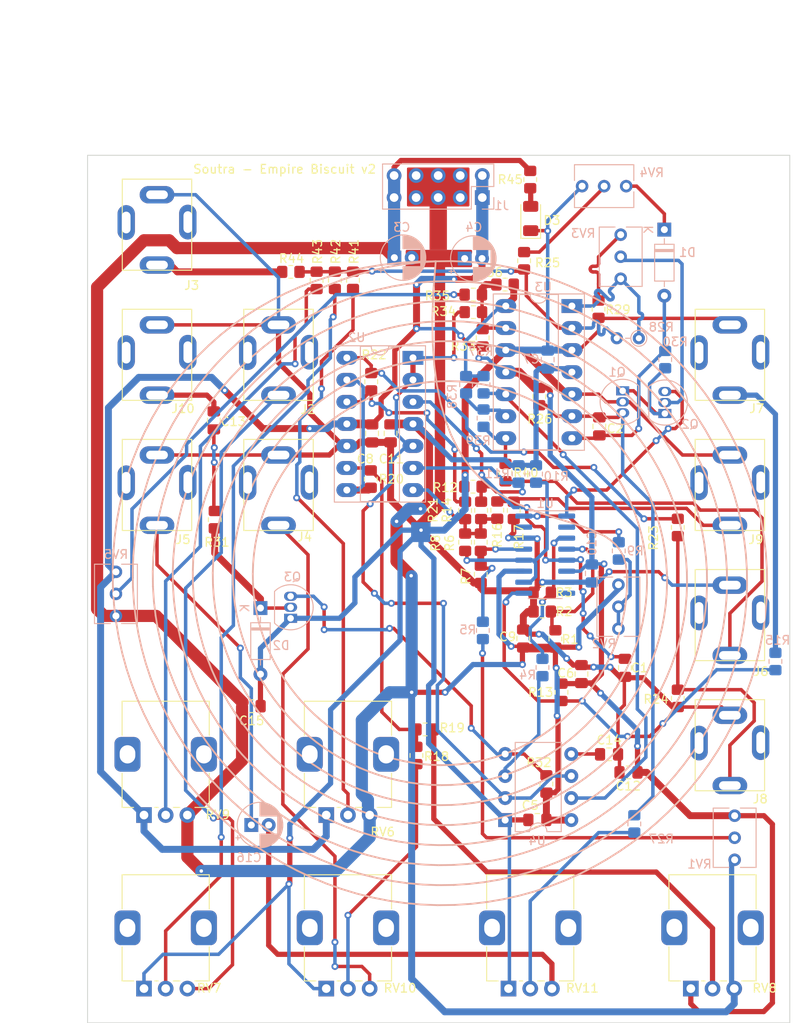
<source format=kicad_pcb>
(kicad_pcb (version 20211014) (generator pcbnew)
  (layers (0 "F.Cu" mixed) (31 "B.Cu" power) (34 "B.Paste" user) (35 "F.Paste" user) (36 "B.SilkS" user "B.Silkscreen") (37 "F.SilkS" user "F.Silkscreen") (38 "B.Mask" user) (39 "F.Mask" user) (44 "Edge.Cuts" user))
  (net 0 "")
  (net 1 "Net-(C1-Pad1)")
  (net 2 "GND")
  (net 3 "Net-(C2-Pad1)")
  (net 4 "Net-(C2-Pad2)")
  (net 5 "Net-(C13-Pad1)")
  (net 6 "HARD_SYNC_IN")
  (net 7 "Net-(C14-Pad2)")
  (net 8 "+12V")
  (net 9 "Net-(D1-Pad1)")
  (net 10 "Net-(D2-Pad1)")
  (net 11 "-12V")
  (net 12 "SINE")
  (net 13 "PULSE")
  (net 14 "RAMP")
  (net 15 "TRI")
  (net 16 "PWM")
  (net 17 "PW")
  (net 18 "MULTI_IN")
  (net 19 "LIN_FM")
  (net 20 "Net-(Q1-Pad1)")
  (net 21 "Net-(Q2-Pad2)")
  (net 22 "OTA_Q")
  (net 23 "Net-(Q3-Pad3)")
  (net 24 "Net-(R1-Pad2)")
  (net 25 "Net-(R3-Pad1)")
  (net 26 "OTA_555")
  (net 27 "Net-(R5-Pad1)")
  (net 28 "Net-(R5-Pad2)")
  (net 29 "/TRI_SIN")
  (net 30 "Net-(R10-Pad2)")
  (net 31 "Net-(R9-Pad1)")
  (net 32 "Net-(R9-Pad2)")
  (net 33 "Net-(R11-Pad2)")
  (net 34 "Net-(R13-Pad2)")
  (net 35 "Net-(R18-Pad2)")
  (net 36 "Net-(R20-Pad2)")
  (net 37 "Net-(R21-Pad2)")
  (net 38 "Net-(R22-Pad2)")
  (net 39 "Net-(D3-Pad2)")
  (net 40 "Net-(R28-Pad1)")
  (net 41 "Net-(R29-Pad1)")
  (net 42 "Net-(R33-Pad1)")
  (net 43 "OP_555")
  (net 44 "Net-(R25-Pad2)")
  (net 45 "Net-(R36-Pad1)")
  (net 46 "Net-(R37-Pad1)")
  (net 47 "Net-(R38-Pad1)")
  (net 48 "Net-(R39-Pad1)")
  (net 52 "Net-(C16-Pad1)")
  (net 53 "Net-(C16-Pad2)")
  (net 57 "Net-(J2-Pad5)")
  (net 60 "Net-(J3-Pad5)")
  (net 64 "Net-(J4-Pad5)")
  (net 73 "Net-(R35-Pad2)")
  (net 74 "Net-(R41-Pad2)")
  (net 75 "Net-(R43-Pad2)")
  (net 76 "Net-(R42-Pad2)")
  (footprint "Potentiometer_THT:Potentiometer_Alps_RK09K_Single_Vertical" (layer "F.Cu") (at 153.5 134.55 90)
    (fp_text reference "RV10")
    (fp_text value "R_Potentiometer")
  )
  (footprint "Resistor_SMD:R_0805_2012Metric_Pad1.20x1.40mm_HandSolder" (layer "F.Cu") (at 184.87 56.24 -90)
    (fp_text reference "R29")
    (fp_text value "390")
  )
  (footprint "ST_Lib:CON_RS_913-1052" (layer "F.Cu") (at 134 61.5)
    (fp_text reference "J10")
    (fp_text value "CON_RS_913-1052")
  )
  (footprint "Resistor_SMD:R_0805_2012Metric_Pad1.20x1.40mm_HandSolder" (layer "F.Cu") (at 164.89 104.68 180)
    (fp_text reference "R19")
    (fp_text value "330k")
  )
  (footprint "Resistor_SMD:R_0805_2012Metric_Pad1.20x1.40mm_HandSolder" (layer "F.Cu") (at 140.65 80.5 90)
    (fp_text reference "R31")
    (fp_text value "100k")
  )
  (footprint "Resistor_SMD:R_0805_2012Metric_Pad1.20x1.40mm_HandSolder" (layer "F.Cu") (at 177 41.3 90)
    (fp_text reference "R45")
    (fp_text value "340")
  )
  (footprint "Resistor_SMD:R_0805_2012Metric_Pad1.20x1.40mm_HandSolder" (layer "F.Cu") (at 171.3 83.1 90)
    (fp_text reference "R6")
    (fp_text value "100k")
  )
  (footprint "Potentiometer_THT:Potentiometer_Alps_RK09K_Single_Vertical" (layer "F.Cu") (at 153.5 114.55 90)
    (fp_text reference "RV6")
    (fp_text value "R_Potentiometer")
  )
  (footprint "Resistor_SMD:R_0805_2012Metric_Pad1.20x1.40mm_HandSolder" (layer "F.Cu") (at 180.6 100.4 -90)
    (fp_text reference "R13")
    (fp_text value "5k6")
  )
  (footprint "Resistor_SMD:R_0805_2012Metric_Pad1.20x1.40mm_HandSolder" (layer "F.Cu") (at 158.68 64.605 90)
    (fp_text reference "R22")
    (fp_text value "2M2")
  )
  (footprint "Resistor_SMD:R_0805_2012Metric_Pad1.20x1.40mm_HandSolder" (layer "F.Cu") (at 194 81.4 -90)
    (fp_text reference "R23")
    (fp_text value "2k")
  )
  (footprint "Resistor_SMD:R_0805_2012Metric_Pad1.20x1.40mm_HandSolder" (layer "F.Cu") (at 169.5 83.1 -90)
    (fp_text reference "R8")
    (fp_text value "39k")
  )
  (footprint "Capacitor_SMD:C_0805_2012Metric_Pad1.18x1.45mm_HandSolder" (layer "F.Cu") (at 160.91 70.5525 90)
    (fp_text reference "C11")
    (fp_text value "0.01uF")
  )
  (footprint "Resistor_SMD:R_0805_2012Metric_Pad1.20x1.40mm_HandSolder" (layer "F.Cu") (at 194 101.1 -90)
    (fp_text reference "R24")
    (fp_text value "1k8")
  )
  (footprint "Capacitor_SMD:C_0805_2012Metric_Pad1.18x1.45mm_HandSolder" (layer "F.Cu") (at 177.82 115.11)
    (fp_text reference "C5")
    (fp_text value "0.01uF")
  )
  (footprint "Capacitor_SMD:C_0805_2012Metric_Pad1.18x1.45mm_HandSolder" (layer "F.Cu") (at 182.9 98.3 90)
    (fp_text reference "C6")
    (fp_text value "0.01uF")
  )
  (footprint "ST_Lib:CON_RS_913-1052" (layer "F.Cu") (at 148 61.5)
    (fp_text reference "J2")
    (fp_text value "CON_RS_913-1052")
  )
  (footprint "Resistor_SMD:R_0805_2012Metric_Pad1.20x1.40mm_HandSolder" (layer "F.Cu") (at 170.44 54.56 180)
    (fp_text reference "R35")
    (fp_text value "1M")
  )
  (footprint "Resistor_SMD:R_0805_2012Metric_Pad1.20x1.40mm_HandSolder" (layer "F.Cu") (at 154.49 52.91 -90)
    (fp_text reference "R42")
    (fp_text value "100k")
  )
  (footprint "ST_Lib:CON_RS_913-1052" (layer "F.Cu") (at 200 106.5)
    (fp_text reference "J8")
    (fp_text value "CON_RS_913-1052")
  )
  (footprint "Capacitor_SMD:C_0805_2012Metric_Pad1.18x1.45mm_HandSolder" (layer "F.Cu") (at 158.78 70.56 -90)
    (fp_text reference "C8")
    (fp_text value "0.01uF")
  )
  (footprint "Resistor_SMD:R_0805_2012Metric_Pad1.20x1.40mm_HandSolder" (layer "F.Cu") (at 179.9 94.25 90)
    (fp_text reference "R1")
    (fp_text value "10k")
  )
  (footprint "ST_Lib:CON_RS_913-1052" (layer "F.Cu") (at 200 76.5)
    (fp_text reference "J9")
    (fp_text value "CON_RS_913-1052")
  )
  (footprint "Capacitor_SMD:C_0805_2012Metric_Pad1.18x1.45mm_HandSolder" (layer "F.Cu") (at 184.96 69.75 -90)
    (fp_text reference "C2")
    (fp_text value "100pF")
  )
  (footprint "Resistor_SMD:R_0805_2012Metric_Pad1.20x1.40mm_HandSolder" (layer "F.Cu") (at 171.34 79.43 -90)
    (fp_text reference "R14")
    (fp_text value "20k")
  )
  (footprint "Resistor_SMD:R_0805_2012Metric_Pad1.20x1.40mm_HandSolder" (layer "F.Cu") (at 158.63 75.825 -90)
    (fp_text reference "R20")
    (fp_text value "120k")
  )
  (footprint "Resistor_SMD:R_0805_2012Metric_Pad1.20x1.40mm_HandSolder" (layer "F.Cu") (at 149.42 51.94 180)
    (fp_text reference "R44")
    (fp_text value "100k")
  )
  (footprint "Resistor_SMD:R_0805_2012Metric_Pad1.20x1.40mm_HandSolder" (layer "F.Cu") (at 169.5 79.44 90)
    (fp_text reference "R21")
    (fp_text value "2k2")
  )
  (footprint "Capacitor_SMD:C_0805_2012Metric_Pad1.18x1.45mm_HandSolder" (layer "F.Cu") (at 176.2 94.2 -90)
    (fp_text reference "C9")
    (fp_text value "0.01uF")
  )
  (footprint "Resistor_SMD:R_0805_2012Metric_Pad1.20x1.40mm_HandSolder" (layer "F.Cu") (at 156.58 52.91 -90)
    (fp_text reference "R41")
    (fp_text value "100k")
  )
  (footprint "Resistor_SMD:R_0805_2012Metric_Pad1.20x1.40mm_HandSolder" (layer "F.Cu") (at 171.52 59.54 -90)
    (fp_text reference "R33")
    (fp_text value "150k")
  )
  (footprint "Resistor_SMD:R_0805_2012Metric_Pad1.20x1.40mm_HandSolder" (layer "F.Cu") (at 178.38 91.09 180)
    (fp_text reference "R2")
    (fp_text value "1k5")
  )
  (footprint "ST_Lib:CON_RS_913-1052" (layer "F.Cu") (at 134 46.5)
    (fp_text reference "J3")
    (fp_text value "CON_RS_913-1052")
  )
  (footprint "Potentiometer_THT:Potentiometer_Alps_RK09K_Single_Vertical" (layer "F.Cu") (at 132.5 114.55 90)
    (fp_text reference "RV9")
    (fp_text value "R_Potentiometer")
  )
  (footprint "Resistor_SMD:R_0805_2012Metric_Pad1.20x1.40mm_HandSolder" (layer "F.Cu") (at 173.2 79.4 90)
    (fp_text reference "R16")
    (fp_text value "2k")
  )
  (footprint "Resistor_SMD:R_0805_2012Metric_Pad1.20x1.40mm_HandSolder" (layer "F.Cu") (at 175.1 79.43 -90)
    (fp_text reference "R17")
    (fp_text value "2k")
  )
  (footprint "Capacitor_SMD:C_0805_2012Metric_Pad1.18x1.45mm_HandSolder" (layer "F.Cu") (at 186.08 107.55 180)
    (fp_text reference "C14")
    (fp_text value "1000pF")
  )
  (footprint "Capacitor_SMD:C_0805_2012Metric_Pad1.18x1.45mm_HandSolder" (layer "F.Cu") (at 140.55 69.06 90)
    (fp_text reference "C13")
    (fp_text value "470pF")
  )
  (footprint "Resistor_SMD:R_0805_2012Metric_Pad1.20x1.40mm_HandSolder" (layer "F.Cu") (at 174.15 75.08 90)
    (fp_text reference "R40")
    (fp_text value "1k")
  )
  (footprint "Capacitor_SMD:C_0805_2012Metric_Pad1.18x1.45mm_HandSolder" (layer "F.Cu") (at 187.91 97.58 -90)
    (fp_text reference "C1")
    (fp_text value "2200pF")
  )
  (footprint "Resistor_SMD:R_0805_2012Metric_Pad1.20x1.40mm_HandSolder" (layer "F.Cu") (at 171.3 86.8 90)
    (fp_text reference "R7")
    (fp_text value "390")
  )
  (footprint "Resistor_SMD:R_0805_2012Metric_Pad1.20x1.40mm_HandSolder" (layer "F.Cu") (at 170.4 76.7 180)
    (fp_text reference "R12")
    (fp_text value "20k")
  )
  (footprint "ST_Lib:CON_RS_913-1052" (layer "F.Cu") (at 134 76.5)
    (fp_text reference "J5")
    (fp_text value "CON_RS_913-1052")
  )
  (footprint "Capacitor_SMD:C_0805_2012Metric_Pad1.18x1.45mm_HandSolder" (layer "F.Cu") (at 144.9 102 180)
    (fp_text reference "C15")
    (fp_text value "0.1uF")
  )
  (footprint "Resistor_SMD:R_0805_2012Metric_Pad1.20x1.40mm_HandSolder" (layer "F.Cu") (at 178.04 66.31 -90)
    (fp_text reference "R26")
    (fp_text value "1M5")
  )
  (footprint "Potentiometer_THT:Potentiometer_Alps_RK09K_Single_Vertical" (layer "F.Cu") (at 195.5 134.55 90)
    (fp_text reference "RV8")
    (fp_text value "R_Potentiometer")
  )
  (footprint "Potentiometer_THT:Potentiometer_Alps_RK09K_Single_Vertical" (layer "F.Cu") (at 132.5 134.55 90)
    (fp_text reference "RV7")
    (fp_text value "R_Potentiometer")
  )
  (footprint "Resistor_SMD:R_0805_2012Metric_Pad1.20x1.40mm_HandSolder" (layer "F.Cu") (at 176.292 50.66 90)
    (fp_text reference "R25")
    (fp_text value "1M")
  )
  (footprint "Resistor_SMD:R_0805_2012Metric_Pad1.20x1.40mm_HandSolder" (layer "F.Cu") (at 178.86 110.97 -90)
    (fp_text reference "R32")
    (fp_text value "4k7")
  )
  (footprint "ST_Lib:CON_RS_913-1052" (layer "F.Cu") (at 200 61.5)
    (fp_text reference "J7")
    (fp_text value "CON_RS_913-1052")
  )
  (footprint "ST_Lib:CON_RS_913-1052" (layer "F.Cu") (at 148 76.5)
    (fp_text reference "J4")
    (fp_text value "CON_RS_913-1052")
  )
  (footprint "LED_SMD:LED_1206_3216Metric" (layer "F.Cu") (at 177.054 45.79 90)
    (fp_text reference "D3")
    (fp_text value "IR26-21C_L110_TR8")
  )
  (footprint "Resistor_SMD:R_0805_2012Metric_Pad1.20x1.40mm_HandSolder" (layer "F.Cu") (at 178.38 88.91 180)
    (fp_text reference "R3")
    (fp_text value "1k5")
  )
  (footprint "Resistor_SMD:R_0805_2012Metric_Pad1.20x1.40mm_HandSolder" (layer "F.Cu") (at 174.1 53.4 180)
    (fp_text reference "R36")
    (fp_text value "137k")
  )
  (footprint "Resistor_SMD:R_0805_2012Metric_Pad1.20x1.40mm_HandSolder" (layer "F.Cu") (at 152.39 52.92 -90)
    (fp_text reference "R43")
    (fp_text value "3M3")
  )
  (footprint "ST_Lib:CON_RS_913-1052" (layer "F.Cu") (at 200 91.5)
    (fp_text reference "J6")
    (fp_text value "CON_RS_913-1052")
  )
  (footprint "Resistor_SMD:R_0805_2012Metric_Pad1.20x1.40mm_HandSolder" (layer "F.Cu") (at 170.45 56.58 180)
    (fp_text reference "R34")
    (fp_text value "100k")
  )
  (footprint "Capacitor_SMD:C_0805_2012Metric_Pad1.18x1.45mm_HandSolder" (layer "F.Cu") (at 188.32 109.63 180)
    (fp_text reference "C12")
    (fp_text value "0.01uF")
  )
  (footprint "Resistor_SMD:R_0805_2012Metric_Pad1.20x1.40mm_HandSolder" (layer "F.Cu") (at 163.89 107.68 90)
    (fp_text reference "R18")
    (fp_text value "100k")
  )
  (footprint "Potentiometer_THT:Potentiometer_Alps_RK09K_Single_Vertical" (layer "F.Cu") (at 174.5 134.55 90)
    (fp_text reference "RV11")
    (fp_text value "R_Potentiometer")
  )
  (footprint "Capacitor_SMD:C_0805_2012Metric_Pad1.18x1.45mm_HandSolder" (layer "B.Cu") (at 179.01 62.05 -90)
    (fp_text reference "C7")
    (fp_text value "0.01uF")
  )
  (footprint "Package_DIP:DIP-14_W7.62mm_Socket_LongPads" (layer "B.Cu") (at 163.49 61.8475 180)
    (fp_text reference "U2")
    (fp_text value "TL074")
  )
  (footprint "Potentiometer_THT:Potentiometer_Vishay_T73XW_Horizontal" (layer "B.Cu") (at 200.55 119.705)
    (fp_text reference "RV1")
    (fp_text value "100k")
  )
  (footprint "Diode_THT:D_DO-35_SOD27_P7.62mm_Horizontal" (layer "B.Cu") (at 145.92 90.69 -90)
    (fp_text reference "D2")
    (fp_text value "1N4148")
  )
  (footprint "Resistor_SMD:R_0805_2012Metric_Pad1.20x1.40mm_HandSolder" (layer "B.Cu") (at 192.548 62.046 90)
    (fp_text reference "R30")
    (fp_text value "22k")
  )
  (footprint "Package_DIP:DIP-14_W7.62mm_Socket_LongPads" (layer "B.Cu") (at 181.8 55.875 180)
    (fp_text reference "U3")
    (fp_text value "TL074")
  )
  (footprint "Package_DIP:DIP-8_W7.62mm" (layer "B.Cu") (at 174.11 115.13)
    (fp_text reference "U4")
    (fp_text value "LM555xN")
  )
  (footprint "Resistor_SMD:R_0805_2012Metric_Pad1.20x1.40mm_HandSolder" (layer "B.Cu") (at 205.248 96.844 -90)
    (fp_text reference "R15")
    (fp_text value "1k")
  )
  (footprint "Potentiometer_THT:Potentiometer_Vishay_T73XW_Horizontal" (layer "B.Cu") (at 187.16 87.995 180)
    (fp_text reference "RV2")
    (fp_text value "25k")
  )
  (footprint "Capacitor_THT:CP_Radial_D5.0mm_P2.00mm" (layer "B.Cu") (at 144.864888 115.7)
    (fp_text reference "C16")
    (fp_text value "0.22uF")
  )
  (footprint "Resistor_SMD:R_0805_2012Metric_Pad1.20x1.40mm_HandSolder" (layer "B.Cu") (at 187.2 84.1 90)
    (fp_text reference "R9")
    (fp_text value "22k")
  )
  (footprint "Resistor_THT:R_Axial_DIN0204_L3.6mm_D1.6mm_P2.54mm_Vertical" (layer "B.Cu") (at 189.51 59.59 180)
    (fp_text reference "R28")
    (fp_text value "2k")
  )
  (footprint "Connector_PinHeader_2.54mm:PinHeader_2x05_P2.54mm_Vertical" (layer "B.Cu") (at 171.475 43.375 90)
    (fp_text reference "J1")
    (fp_text value "Conn_02x05_Odd_Even")
  )
  (footprint "Diode_THT:D_DO-35_SOD27_P7.62mm_Horizontal" (layer "B.Cu") (at 192.45 47.07 -90)
    (fp_text reference "D1")
    (fp_text value "1N4148")
  )
  (footprint "Package_TO_SOT_THT:TO-92_Inline" (layer "B.Cu") (at 192.51 68.27 90)
    (fp_text reference "Q2")
    (fp_text value "2N3906")
  )
  (footprint "Resistor_SMD:R_0805_2012Metric_Pad1.20x1.40mm_HandSolder" (layer "B.Cu") (at 169.61 64.95 90)
    (fp_text reference "R38")
    (fp_text value "10k")
  )
  (footprint "Resistor_SMD:R_0805_2012Metric_Pad1.20x1.40mm_HandSolder" (layer "B.Cu") (at 175.65 75.24 -90)
    (fp_text reference "R11")
    (fp_text value "10k")
  )
  (footprint "Capacitor_SMD:C_0805_2012Metric_Pad1.18x1.45mm_HandSolder" (layer "B.Cu") (at 184.1 86.7 -90)
    (fp_text reference "C10")
    (fp_text value "0.01uF")
  )
  (footprint "Resistor_SMD:R_0805_2012Metric_Pad1.20x1.40mm_HandSolder" (layer "B.Cu") (at 171.54 93.27 -90)
    (fp_text reference "R5")
    (fp_text value "1M")
  )
  (footprint "Potentiometer_THT:Potentiometer_Vishay_T73XW_Horizontal" (layer "B.Cu") (at 182.975 42.06 -90)
    (fp_text reference "RV4")
    (fp_text value "100k")
  )
  (footprint "Potentiometer_THT:Potentiometer_Vishay_T73XW_Horizontal" (layer "B.Cu") (at 187.42 47.655 180)
    (fp_text reference "RV3")
    (fp_text value "100")
  )
  (footprint "Resistor_SMD:R_0805_2012Metric_Pad1.20x1.40mm_HandSolder" (layer "B.Cu") (at 177.67 75.24 -90)
    (fp_text reference "R10")
    (fp_text value "300k")
  )
  (footprint "Resistor_SMD:R_0805_2012Metric_Pad1.20x1.40mm_HandSolder" (layer "B.Cu") (at 188.99 115.57 90)
    (fp_text reference "R27")
    (fp_text value "1M")
  )
  (footprint "Resistor_SMD:R_0805_2012Metric_Pad1.20x1.40mm_HandSolder" (layer "B.Cu") (at 171.62 68.8 90)
    (fp_text reference "R39")
    (fp_text value "10k")
  )
  (footprint "Package_TO_SOT_THT:TO-92_Inline" (layer "B.Cu") (at 187.65 65.65 -90)
    (fp_text reference "Q1")
    (fp_text value "2N3906")
  )
  (footprint "Package_SO:SOIC-16_3.9x9.9mm_P1.27mm" (layer "B.Cu") (at 178.725 84.535 180)
    (fp_text reference "U1")
    (fp_text value "LM13700")
  )
  (footprint "Resistor_SMD:R_0805_2012Metric_Pad1.20x1.40mm_HandSolder" (layer "B.Cu") (at 178.41 97.54 -90)
    (fp_text reference "R4")
    (fp_text value "4k7")
  )
  (footprint "Capacitor_THT:CP_Radial_D5.0mm_P2.00mm" (layer "B.Cu") (at 161.344888 50.3)
    (fp_text reference "C3")
    (fp_text value "10uF/50V")
  )
  (footprint "Package_TO_SOT_THT:TO-92_Inline" (layer "B.Cu") (at 149.39 91.87 90)
    (fp_text reference "Q3")
    (fp_text value "2N3904")
  )
  (footprint "Potentiometer_THT:Potentiometer_Vishay_T73XW_Horizontal" (layer "B.Cu") (at 129.27 86.515 180)
    (fp_text reference "RV5")
    (fp_text value "100k")
  )
  (footprint "Resistor_SMD:R_0805_2012Metric_Pad1.20x1.40mm_HandSolder" (layer "B.Cu") (at 171.62 64.95 90)
    (fp_text reference "R37")
    (fp_text value "10k")
  )
  (footprint "Capacitor_THT:CP_Radial_D5.0mm_P2.00mm" (layer "B.Cu") (at 169.444888 50.4)
    (fp_text reference "C4")
    (fp_text value "10uF/50V")
  )
  (gr_line (start 171.670977 50.940013) (end 173.480098 51.200155) (layer "B.SilkS") (width 0.21))
  (gr_line (start 143.554347 99.275381) (end 142.972752 98.127978) (layer "B.SilkS") (width 0.21))
  (gr_line (start 135.3266 65.748358) (end 136.379292 64.325523) (layer "B.SilkS") (width 0.21))
  (gr_line (start 145.491648 106.011754) (end 144.591239 104.955137) (layer "B.SilkS") (width 0.21))
  (gr_line (start 138.30444 83.651886) (end 138.508295 82.210443) (layer "B.SilkS") (width 0.21))
  (gr_line (start 164.826462 57.738422) (end 166.311508 57.638456) (layer "B.SilkS") (width 0.21))
  (gr_line (start 146.180732 99.241457) (end 145.600372 98.223569) (layer "B.SilkS") (width 0.21))
  (gr_line (start 163.061967 55.627104) (end 164.642715 55.439755) (layer "B.SilkS") (width 0.21))
  (gr_line (start 142.838322 89.169527) (end 142.752886 87.947731) (layer "B.SilkS") (width 0.21))
  (gr_line (start 145.485214 112.400139) (end 144.281571 111.332104) (layer "B.SilkS") (width 0.21))
  (gr_line (start 147.673035 62.410493) (end 148.882518 61.47572) (layer "B.SilkS") (width 0.21))
  (gr_line (start 141.728631 78.742144) (end 142.169187 77.501617) (layer "B.SilkS") (width 0.21))
  (gr_line (start 140.877076 99.079291) (end 140.305577 97.798787) (layer "B.SilkS") (width 0.21))
  (gr_line (start 189.598977 61.208964) (end 190.843948 62.314212) (layer "B.SilkS") (width 0.21))
  (gr_line (start 153.730984 63.763189) (end 154.871084 63.114931) (layer "B.SilkS") (width 0.21))
  (gr_line (start 134.589987 101.933255) (end 133.88411 100.343469) (layer "B.SilkS") (width 0.21))
  (gr_line (start 144.721251 77.168303) (end 145.219243 76.073142) (layer "B.SilkS") (width 0.21))
  (gr_line (start 150.282192 57.78798) (end 151.715606 56.976768) (layer "B.SilkS") (width 0.21))
  (gr_line (start 186.409921 95.864705) (end 185.974434 96.798393) (layer "B.SilkS") (width 0.21))
  (gr_line (start 196.927224 100.523049) (end 196.248886 101.960484) (layer "B.SilkS") (width 0.21))
  (gr_line (start 136.126577 91.27265) (end 135.94233 89.720768) (layer "B.SilkS") (width 0.21))
  (gr_line (start 141.009209 103.962169) (end 140.205569 102.690226) (layer "B.SilkS") (width 0.21))
  (gr_line (start 157.946225 66.712236) (end 158.943227 66.263921) (layer "B.SilkS") (width 0.21))
  (gr_line (start 147.222443 104.501438) (end 146.393497 103.530149) (layer "B.SilkS") (width 0.21))
  (gr_line (start 143.740735 103.856484) (end 142.942101 102.717686) (layer "B.SilkS") (width 0.21))
  (gr_line (start 137.874755 75.844691) (end 138.46185 74.424303) (layer "B.SilkS") (width 0.21))
  (gr_line (start 198.303817 102.992916) (end 197.505002 104.491683) (layer "B.SilkS") (width 0.21))
  (gr_line (start 167.992446 115.690497) (end 167.992446 115.690497) (layer "B.SilkS") (width 0.21))
  (gr_line (start 183.10181 107.565364) (end 182.113987 108.3316) (layer "B.SilkS") (width 0.21))
  (gr_line (start 174.402123 65.62612) (end 175.458007 65.998855) (layer "B.SilkS") (width 0.21))
  (gr_line (start 180.74527 63.409831) (end 181.892313 64.090445) (layer "B.SilkS") (width 0.21))
  (gr_line (start 160.089117 112.505608) (end 158.850788 112.1343) (layer "B.SilkS") (width 0.21))
  (gr_line (start 140.001357 106.529157) (end 139.076307 105.206657) (layer "B.SilkS") (width 0.21))
  (gr_line (start 156.030142 67.74659) (end 156.974704 67.206969) (layer "B.SilkS") (width 0.21))
  (gr_line (start 188.423609 73.558235) (end 189.091076 74.603898) (layer "B.SilkS") (width 0.21))
  (gr_line (start 192.736994 86.500406) (end 192.736994 86.500406) (layer "B.SilkS") (width 0.21))
  (gr_line (start 148.154314 117.194647) (end 146.71849 116.243372) (layer "B.SilkS") (width 0.21))
  (gr_line (start 129.689972 78.895602) (end 130.108969 77.102637) (layer "B.SilkS") (width 0.21))
  (gr_line (start 189.329782 94.65495) (end 188.947358 95.737211) (layer "B.SilkS") (width 0.21))
  (gr_line (start 139.834838 71.685676) (end 140.61658 70.371764) (layer "B.SilkS") (width 0.21))
  (gr_line (start 137.134729 95.782429) (end 136.724901 94.305518) (layer "B.SilkS") (width 0.21))
  (gr_line (start 130.108969 77.102637) (end 130.612738 75.34769) (layer "B.SilkS") (width 0.21))
  (gr_line (start 153.372968 69.6195) (end 154.227798 68.954384) (layer "B.SilkS") (width 0.21))
  (gr_line (start 204.28671 88.068741) (end 204.212175 89.951814) (layer "B.SilkS") (width 0.21))
  (gr_line (start 182.330732 113.705914) (end 181.043976 114.43565) (layer "B.SilkS") (width 0.21))
  (gr_line (start 128.92216 88.348211) (end 128.92216 88.348211) (layer "B.SilkS") (width 0.21))
  (gr_line (start 199.652362 86.300166) (end 199.652362 86.300166) (layer "B.SilkS") (width 0.21))
  (gr_line (start 159.473824 114.725189) (end 158.12784 114.32026) (layer "B.SilkS") (width 0.21))
  (gr_line (start 143.779414 93.877799) (end 143.457534 92.730744) (layer "B.SilkS") (width 0.21))
  (gr_line (start 180.90755 122.130689) (end 179.2006 122.789709) (layer "B.SilkS") (width 0.21))
  (gr_line (start 138.412837 90.973439) (end 138.240996 89.53702) (layer "B.SilkS") (width 0.21))
  (gr_line (start 188.146483 109.211009) (end 187.072405 110.215873) (layer "B.SilkS") (width 0.21))
  (gr_line (start 195.700848 107.361347) (end 194.700109 108.72744) (layer "B.SilkS") (width 0.21))
  (gr_line (start 148.020085 65.13104) (end 149.098035 64.212765) (layer "B.SilkS") (width 0.21))
  (gr_line (start 131.868237 71.961277) (end 132.61679 70.334524) (layer "B.SilkS") (width 0.21))
  (gr_line (start 199.990244 70.472906) (end 200.795195 72.072594) (layer "B.SilkS") (width 0.21))
  (gr_line (start 150.523024 66.015026) (end 151.555178 65.215083) (layer "B.SilkS") (width 0.21))
  (gr_line (start 191.092713 59.464138) (end 192.42034 60.643812) (layer "B.SilkS") (width 0.21))
  (gr_line (start 155.516804 113.318214) (end 154.255683 112.724874) (layer "B.SilkS") (width 0.21))
  (gr_line (start 184.97344 98.593203) (end 184.410736 99.451426) (layer "B.SilkS") (width 0.21))
  (gr_line (start 172.023388 124.570076) (end 170.153981 124.788435) (layer "B.SilkS") (width 0.21))
  (gr_line (start 192.36167 71.141585) (end 193.135888 72.366085) (layer "B.SilkS") (width 0.21))
  (gr_line (start 145.85795 109.661714) (end 144.784543 108.616621) (layer "B.SilkS") (width 0.21))
  (gr_line (start 192.884797 107.319779) (end 191.891842 108.550775) (layer "B.SilkS") (width 0.21))
  (gr_line (start 201.912424 89.785394) (end 201.753281 91.532274) (layer "B.SilkS") (width 0.21))
  (gr_line (start 156.043614 62.520926) (end 157.246798 61.983022) (layer "B.SilkS") (width 0.21))
  (gr_line (start 169.671697 53.07193) (end 171.389916 53.228178) (layer "B.SilkS") (width 0.21))
  (gr_line (start 169.235242 113.295096) (end 167.925697 113.385376) (layer "B.SilkS") (width 0.21))
  (gr_line (start 197.582572 108.679689) (end 196.515426 110.135106) (layer "B.SilkS") (width 0.21))
  (gr_line (start 188.278011 57.297279) (end 189.711096 58.347823) (layer "B.SilkS") (width 0.21))
  (gr_line (start 157.736169 59.3228) (end 159.103151 58.868001) (layer "B.SilkS") (width 0.21))
  (gr_line (start 168.05919 117.995618) (end 168.05919 117.995618) (layer "B.SilkS") (width 0.21))
  (gr_line (start 192.512808 111.31014) (end 191.330847 112.521943) (layer "B.SilkS") (width 0.21))
  (gr_line (start 201.506127 93.256546) (end 201.173265 94.955809) (layer "B.SilkS") (width 0.21))
  (gr_line (start 169.838117 50.77218) (end 171.670977 50.940013) (layer "B.SilkS") (width 0.21))
  (gr_line (start 200.524969 77.746763) (end 200.978767 79.388603) (layer "B.SilkS") (width 0.21))
  (gr_line (start 189.090926 79.850656) (end 189.450479 80.921148) (layer "B.SilkS") (width 0.21))
  (gr_line (start 185.570052 58.258814) (end 186.959667 59.179003) (layer "B.SilkS") (width 0.21))
  (gr_line (start 149.010683 106.320964) (end 148.095441 105.432289) (layer "B.SilkS") (width 0.21))
  (gr_line (start 148.432372 71.038823) (end 149.208929 70.132747) (layer "B.SilkS") (width 0.21))
  (gr_line (start 189.738663 110.866474) (end 188.58274 111.94669) (layer "B.SilkS") (width 0.21))
  (gr_line (start 146.209834 57.736321) (end 147.647148 56.732261) (layer "B.SilkS") (width 0.21))
  (gr_line (start 145.788039 81.237968) (end 146.100508 80.188032) (layer "B.SilkS") (width 0.21))
  (gr_line (start 163.660388 60.19962) (end 165.010209 60.037087) (layer "B.SilkS") (width 0.21))
  (gr_line (start 157.404888 116.506232) (end 155.979714 115.997858) (layer "B.SilkS") (width 0.21))
  (gr_line (start 146.807497 69.66503) (end 147.670864 68.688686) (layer "B.SilkS") (width 0.21))
  (gr_line (start 148.095441 105.432289) (end 147.222443 104.501438) (layer "B.SilkS") (width 0.21))
  (gr_line (start 146.100508 80.188032) (end 146.463554 79.158526) (layer "B.SilkS") (width 0.21))
  (gr_line (start 166.681091 108.797049) (end 165.580938 108.761037) (layer "B.SilkS") (width 0.21))
  (gr_line (start 173.325275 65.305245) (end 174.402123 65.62612) (layer "B.SilkS") (width 0.21))
  (gr_line (start 134.230313 106.139042) (end 133.324045 104.534525) (layer "B.SilkS") (width 0.21))
  (gr_line (start 183.808428 100.281595) (end 183.167919 101.082261) (layer "B.SilkS") (width 0.21))
  (gr_line (start 135.727523 75.016225) (end 136.358354 73.492625) (layer "B.SilkS") (width 0.21))
  (gr_line (start 135.006042 70.97238) (end 135.831484 69.424547) (layer "B.SilkS") (width 0.21))
  (gr_line (start 174.757301 53.79814) (end 176.401742 54.207328) (layer "B.SilkS") (width 0.21))
  (gr_line (start 187.751698 84.795577) (end 188.006882 85.6502) (layer "B.SilkS") (width 0.21))
  (gr_line (start 129.046318 90.27201) (end 128.92216 88.348211) (layer "B.SilkS") (width 0.21))
  (gr_line (start 179.441386 104.592314) (end 178.601091 105.185523) (layer "B.SilkS") (width 0.21))
  (gr_line (start 164.748842 120.25971) (end 163.087942 120.109255) (layer "B.SilkS") (width 0.21))
  (gr_line (start 172.213254 115.186207) (end 170.826545 115.42502) (layer "B.SilkS") (width 0.21))
  (gr_line (start 147.546178 59.606025) (end 148.891641 58.665173) (layer "B.SilkS") (width 0.21))
  (gr_line (start 166.428936 120.324267) (end 164.748842 120.25971) (layer "B.SilkS") (width 0.21))
  (gr_line (start 198.537386 96.012364) (end 198.073624 97.546745) (layer "B.SilkS") (width 0.21))
  (gr_line (start 187.160752 75.814841) (end 187.713953 76.783845) (layer "B.SilkS") (width 0.21))
  (gr_line (start 169.172437 59.971159) (end 170.546739 60.092643) (layer "B.SilkS") (width 0.21))
  (gr_line (start 188.402227 105.563336) (end 187.501648 106.581006) (layer "B.SilkS") (width 0.21))
  (gr_line (start 184.62994 117.68941) (end 183.147639 118.527781) (layer "B.SilkS") (width 0.21))
  (gr_line (start 150.960674 107.964833) (end 149.966363 107.165725) (layer "B.SilkS") (width 0.21))
  (gr_line (start 136.222072 104.989433) (end 135.370122 103.482689) (layer "B.SilkS") (width 0.21))
  (gr_line (start 194.508092 74.926562) (end 195.101987 76.258612) (layer "B.SilkS") (width 0.21))
  (gr_line (start 154.255683 112.724874) (end 153.02678 112.072506) (layer "B.SilkS") (width 0.21))
  (gr_line (start 197.370359 87.917445) (end 197.312932 89.452553) (layer "B.SilkS") (width 0.21))
  (gr_line (start 192.139054 99.89563) (end 191.5 101.1) (layer "B.SilkS") (width 0.21))
  (gr_line (start 145.320736 83.393011) (end 145.527622 82.306804) (layer "B.SilkS") (width 0.21))
  (gr_line (start 144.99942 61.669414) (end 146.24803 60.608212) (layer "B.SilkS") (width 0.21))
  (gr_line (start 169.0515 110.996435) (end 167.858956 111.080256) (layer "B.SilkS") (width 0.21))
  (gr_line (start 151.715606 56.976768) (end 153.189659 56.233859) (layer "B.SilkS") (width 0.21))
  (gr_line (start 157.833391 54.438179) (end 159.447743 53.991709) (layer "B.SilkS") (width 0.21))
  (gr_line (start 194.246097 80.963382) (end 194.547098 82.299412) (layer "B.SilkS") (width 0.21))
  (gr_line (start 140.305577 97.798787) (end 139.795775 96.487577) (layer "B.SilkS") (width 0.21))
  (gr_line (start 146.000493 67.112322) (end 146.986929 66.098227) (layer "B.SilkS") (width 0.21))
  (gr_line (start 167.832746 57.615419) (end 169.338857 57.67142) (layer "B.SilkS") (width 0.21))
  (gr_line (start 204.041446 91.813334) (end 203.776975 93.650738) (layer "B.SilkS") (width 0.21))
  (gr_line (start 140.592588 83.932945) (end 140.77912 82.604633) (layer "B.SilkS") (width 0.21))
  (gr_line (start 160.338509 117.311466) (end 158.858528 116.94478) (layer "B.SilkS") (width 0.21))
  (gr_line (start 138.969121 93.780591) (end 138.6562 92.388592) (layer "B.SilkS") (width 0.21))
  (gr_line (start 182.081398 53.801065) (end 183.695149 54.564399) (layer "B.SilkS") (width 0.21))
  (gr_line (start 152.238334 54.138152) (end 153.853894 53.421077) (layer "B.SilkS") (width 0.21))
  (gr_line (start 201.957482 86.23342) (end 201.981258 88.018309) (layer "B.SilkS") (width 0.21))
  (gr_line (start 159.927681 51.127286) (end 161.94276 50.897191) (layer "B.SilkS") (width 0.21))
  (gr_line (start 141.213333 93.255667) (end 140.924251 91.975606) (layer "B.SilkS") (width 0.21))
  (gr_line (start 197.811963 76.879891) (end 198.310053 78.381643) (layer "B.SilkS") (width 0.21))
  (gr_line (start 152.953739 103.676195) (end 152.163363 102.980279) (layer "B.SilkS") (width 0.21))
  (gr_line (start 131.439962 82.808708) (end 131.695775 81.02787) (layer "B.SilkS") (width 0.21))
  (gr_line (start 204.212175 89.951814) (end 204.041446 91.813334) (layer "B.SilkS") (width 0.21))
  (gr_line (start 190.147028 107.057049) (end 189.172024 108.157373) (layer "B.SilkS") (width 0.21))
  (gr_line (start 203.223002 78.863674) (end 203.619349 80.647463) (layer "B.SilkS") (width 0.21))
  (gr_line (start 195.381489 111.53824) (end 194.183209 112.886531) (layer "B.SilkS") (width 0.21))
  (gr_line (start 174.281859 112.29117) (end 173.052341 112.635038) (layer "B.SilkS") (width 0.21))
  (gr_line (start 165.838251 54.123022) (end 165.725885 57.237989) (layer "B.SilkS") (width 0.21))
  (gr_line (start 159.447743 53.991709) (end 161.091606 53.625155) (layer "B.SilkS") (width 0.21))
  (gr_line (start 182.662713 56.619336) (end 184.136947 57.404838) (layer "B.SilkS") (width 0.21))
  (gr_line (start 185.623663 101.68921) (end 184.912666 102.575939) (layer "B.SilkS") (width 0.21))
  (gr_line (start 143.760842 107.522081) (end 142.78897 106.380135) (layer "B.SilkS") (width 0.21))
  (gr_line (start 182.515867 67.267345) (end 183.479434 68.043498) (layer "B.SilkS") (width 0.21))
  (gr_line (start 191.441891 66.204265) (end 192.449495 67.388877) (layer "B.SilkS") (width 0.21))
  (gr_line (start 166.178015 53.028215) (end 167.933609 53.004522) (layer "B.SilkS") (width 0.21))
  (gr_line (start 184.323 62.942424) (end 185.488118 63.793749) (layer "B.SilkS") (width 0.21))
  (gr_line (start 168.05919 117.995618) (end 166.479363 118.018817) (layer "B.SilkS") (width 0.21))
  (gr_line (start 193.401121 68.620526) (end 194.294567 69.8971) (layer "B.SilkS") (width 0.21))
  (gr_line (start 186.141872 70.627609) (end 186.947183 71.56833) (layer "B.SilkS") (width 0.21))
  (gr_line (start 198.310053 78.381643) (end 198.734537 79.91353) (layer "B.SilkS") (width 0.21))
  (gr_line (start 185.64133 61.060718) (end 186.89577 61.97845) (layer "B.SilkS") (width 0.21))
  (gr_line (start 151.555178 65.215083) (end 152.62509 64.463855) (layer "B.SilkS") (width 0.21))
  (gr_line (start 161.007774 65.512658) (end 162.072366 65.212768) (layer "B.SilkS") (width 0.21))
  (gr_line (start 187.881201 90.891405) (end 187.685769 91.921882) (layer "B.SilkS") (width 0.21))
  (gr_line (start 188.303429 60.16314) (end 189.598977 61.208964) (layer "B.SilkS") (width 0.21))
  (gr_line (start 166.244761 55.333335) (end 167.883177 55.309972) (layer "B.SilkS") (width 0.21))
  (gr_line (start 138.46185 74.424303) (end 139.115903 73.037244) (layer "B.SilkS") (width 0.21))
  (gr_line (start 198.073624 97.546745) (end 197.536186 99.051055) (layer "B.SilkS") (width 0.21))
  (gr_line (start 190.208868 84.256096) (end 190.349679 85.403857) (layer "B.SilkS") (width 0.21))
  (gr_line (start 136.388142 92.801579) (end 136.126577 91.27265) (layer "B.SilkS") (width 0.21))
  (gr_line (start 187.312428 118.715712) (end 185.779546 119.681169) (layer "B.SilkS") (width 0.21))
  (gr_line (start 176.972504 116.248848) (end 175.551614 116.720964) (layer "B.SilkS") (width 0.21))
  (gr_line (start 169.418992 115.593759) (end 167.992446 115.690497) (layer "B.SilkS") (width 0.21))
  (gr_line (start 155.287877 108.069232) (end 154.283862 107.475298) (layer "B.SilkS") (width 0.21))
  (gr_line (start 164.582422 122.559459) (end 162.806883 122.397418) (layer "B.SilkS") (width 0.21))
  (gr_line (start 198.580475 107.174551) (end 197.582572 108.679689) (layer "B.SilkS") (width 0.21))
  (gr_line (start 169.602736 117.892425) (end 168.05919 117.995618) (layer "B.SilkS") (width 0.21))
  (gr_line (start 137.695619 66.460996) (end 138.729561 65.050241) (layer "B.SilkS") (width 0.21))
  (gr_line (start 199.652362 86.300166) (end 199.675808 87.967877) (layer "B.SilkS") (width 0.21))
  (gr_line (start 203.776975 93.650738) (end 203.421212 95.461467) (layer "B.SilkS") (width 0.21))
  (gr_line (start 147.480063 101.183848) (end 146.807845 100.228746) (layer "B.SilkS") (width 0.21))
  (gr_line (start 197.347241 86.366913) (end 197.370359 87.917445) (layer "B.SilkS") (width 0.21))
  (gr_line (start 200.259612 98.269699) (end 199.683422 99.879522) (layer "B.SilkS") (width 0.21))
  (gr_line (start 146.875702 78.150978) (end 147.335474 77.166916) (layer "B.SilkS") (width 0.21))
  (gr_line (start 151.158398 118.889646) (end 149.635097 118.077517) (layer "B.SilkS") (width 0.21))
  (gr_line (start 129.267778 92.170283) (end 129.046318 90.27201) (layer "B.SilkS") (width 0.21))
  (gr_line (start 142.874186 84.207463) (end 143.038566 82.987454) (layer "B.SilkS") (width 0.21))
  (gr_line (start 133.96662 81.422062) (end 134.288033 79.778532) (layer "B.SilkS") (width 0.21))
  (gr_line (start 147.841395 76.20787) (end 148.391988 75.275368) (layer "B.SilkS") (width 0.21))
  (gr_line (start 199.675808 87.967877) (end 199.612677 89.618975) (layer "B.SilkS") (width 0.21))
  (gr_line (start 173.052341 112.635038) (end 171.800265 112.91816) (layer "B.SilkS") (width 0.21))
  (gr_line (start 183.147639 118.527781) (end 181.623333 119.295507) (layer "B.SilkS") (width 0.21))
  (gr_line (start 168.259432 124.910981) (end 168.259432 124.910981) (layer "B.SilkS") (width 0.21))
  (gr_line (start 195.101987 76.258612) (end 195.631686 77.622587) (layer "B.SilkS") (width 0.21))
  (gr_line (start 167.858956 111.080256) (end 166.630664 111.102485) (layer "B.SilkS") (width 0.21))
  (gr_line (start 137.060976 72.004814) (end 137.833165 70.555114) (layer "B.SilkS") (width 0.21))
  (gr_line (start 155.958984 120.878206) (end 154.322783 120.292328) (layer "B.SilkS") (width 0.21))
  (gr_line (start 192.422793 91.679784) (end 192.181544 92.933187) (layer "B.SilkS") (width 0.21))
  (gr_line (start 192.713453 89.119714) (end 192.600663 90.408037) (layer "B.SilkS") (width 0.21))
  (gr_line (start 174.744434 109.708076) (end 173.646989 110.076288) (layer "B.SilkS") (width 0.21))
  (gr_line (start 138.672695 69.145847) (end 139.57734 67.779337) (layer "B.SilkS") (width 0.21))
  (gr_line (start 142.659718 63.959567) (end 143.802574 62.787306) (layer "B.SilkS") (width 0.21))
  (gr_line (start 167.858956 111.080256) (end 167.858956 111.080256) (layer "B.SilkS") (width 0.21))
  (gr_line (start 171.903333 60.283506) (end 173.240334 60.541935) (layer "B.SilkS") (width 0.21))
  (gr_line (start 144.281571 111.332104) (end 143.129081 110.208801) (layer "B.SilkS") (width 0.21))
  (gr_line (start 190.349679 85.403857) (end 190.431884 86.567152) (layer "B.SilkS") (width 0.21))
  (gr_line (start 189.711096 58.347823) (end 191.092713 59.464138) (layer "B.SilkS") (width 0.21))
  (gr_line (start 173.865203 124.258463) (end 172.023388 124.570076) (layer "B.SilkS") (width 0.21))
  (gr_line (start 142.770761 85.442036) (end 142.874186 84.207463) (layer "B.SilkS") (width 0.21))
  (gr_line (start 163.697985 62.224259) (end 164.930132 62.071925) (layer "B.SilkS") (width 0.21))
  (gr_line (start 169.505277 55.371677) (end 171.108857 55.516339) (layer "B.SilkS") (width 0.21))
  (gr_line (start 133.532402 88.214718) (end 133.508792 86.488418) (layer "B.SilkS") (width 0.21))
  (gr_line (start 138.240996 89.53702) (end 138.142644 88.081225) (layer "B.SilkS") (width 0.21))
  (gr_line (start 194.183209 112.886531) (end 192.923037 114.177418) (layer "B.SilkS") (width 0.21))
  (gr_line (start 165.377702 64.634407) (end 166.511747 64.553818) (layer "B.SilkS") (width 0.21))
  (gr_line (start 161.94276 50.897191) (end 164.004485 50.761675) (layer "B.SilkS") (width 0.21))
  (gr_line (start 172.487457 62.542623) (end 173.700396 62.845522) (layer "B.SilkS") (width 0.21))
  (gr_line (start 166.529797 115.713371) (end 165.08168 115.660223) (layer "B.SilkS") (width 0.21))
  (gr_line (start 131.227281 88.281464) (end 131.227281 88.281464) (layer "B.SilkS") (width 0.21))
  (gr_line (start 147.164052 96.225371) (end 146.726936 95.254141) (layer "B.SilkS") (width 0.21))
  (gr_line (start 163.02528 110.791784) (end 161.855475 110.567715) (layer "B.SilkS") (width 0.21))
  (gr_line (start 201.523468 73.713928) (end 202.17254 75.394494) (layer "B.SilkS") (width 0.21))
  (gr_line (start 190.431884 86.567152) (end 190.431884 86.567152) (layer "B.SilkS") (width 0.21))
  (gr_line (start 153.057965 109.419139) (end 151.991811 108.716551) (layer "B.SilkS") (width 0.21))
  (gr_line (start 185.575226 82.391828) (end 186.272973 82.868157) (layer "B.SilkS") (width 0.21))
  (gr_line (start 177.500606 66.893852) (end 178.484184 67.413086) (layer "B.SilkS") (width 0.21))
  (gr_line (start 138.699278 61.652824) (end 139.963394 60.407673) (layer "B.SilkS") (width 0.21))
  (gr_line (start 141.294808 59.226463) (end 142.691931 58.111551) (layer "B.SilkS") (width 0.21))
  (gr_line (start 142.78897 106.380135) (end 141.871051 105.192818) (layer "B.SilkS") (width 0.21))
  (gr_line (start 151.790089 121.732204) (end 150.125961 120.944585) (layer "B.SilkS") (width 0.21))
  (gr_line (start 177.017042 51.987717) (end 178.739823 52.510311) (layer "B.SilkS") (width 0.21))
  (gr_line (start 141.031822 81.295499) (end 141.348917 80.007387) (layer "B.SilkS") (width 0.21))
  (gr_line (start 149.621286 73.49611) (end 150.297039 72.652413) (layer "B.SilkS") (width 0.21))
  (gr_line (start 151.832061 111.362998) (end 150.67349 110.598238) (layer "B.SilkS") (width 0.21))
  (gr_line (start 174.395808 78.080558) (end 175.496726 78.655186) (layer "B.SilkS") (width 0.21))
  (gr_line (start 189.659063 93.551188) (end 189.329782 94.65495) (layer "B.SilkS") (width 0.21))
  (gr_line (start 196.317787 95.397064) (end 195.887644 96.82379) (layer "B.SilkS") (width 0.21))
  (gr_line (start 194.294567 69.8971) (end 195.127628 71.216486) (layer "B.SilkS") (width 0.21))
  (gr_line (start 179.720686 115.104107) (end 178.362862 115.709201) (layer "B.SilkS") (width 0.21))
  (gr_line (start 190.788603 77.92261) (end 191.246741 79.083553) (layer "B.SilkS") (width 0.21))
  (gr_line (start 164.416 124.859209) (end 162.525821 124.685584) (layer "B.SilkS") (width 0.21))
  (gr_line (start 167.468058 61.962484) (end 168.744405 62.00928) (layer "B.SilkS") (width 0.21))
  (gr_line (start 186.800199 94.90876) (end 186.409921 95.864705) (layer "B.SilkS") (width 0.21))
  (gr_line (start 193.451418 78.365281) (end 193.880241 79.651401) (layer "B.SilkS") (width 0.21))
  (gr_line (start 165.010209 60.037087) (end 166.378254 59.943577) (layer "B.SilkS") (width 0.21))
  (gr_line (start 145.460325 91.149638) (end 145.271581 90.075811) (layer "B.SilkS") (width 0.21))
  (gr_line (start 183.931662 81.60558) (end 185.575226 82.391828) (layer "B.SilkS") (width 0.21))
  (gr_line (start 135.435221 97.97297) (end 134.919816 96.417309) (layer "B.SilkS") (width 0.21))
  (gr_line (start 149.966363 107.165725) (end 149.010683 106.320964) (layer "B.SilkS") (width 0.21))
  (gr_line (start 156.77168 64.393349) (end 157.862875 63.891341) (layer "B.SilkS") (width 0.21))
  (gr_line (start 173.012118 107.861424) (end 172.0025 108.146654) (layer "B.SilkS") (width 0.21))
  (gr_line (start 141.976037 95.744885) (end 141.56453 94.512672) (layer "B.SilkS") (width 0.21))
  (gr_line (start 181.043976 114.43565) (end 179.720686 115.104107) (layer "B.SilkS") (width 0.21))
  (gr_line (start 164.258806 64.772113) (end 165.377702 64.634407) (layer "B.SilkS") (width 0.21))
  (gr_line (start 192.759464 87.816582) (end 192.713453 89.119714) (layer "B.SilkS") (width 0.21))
  (gr_line (start 178.940333 110.343568) (end 177.818056 110.912755) (layer "B.SilkS") (width 0.21))
  (gr_line (start 154.14098 58.329558) (end 155.550351 57.702068) (layer "B.SilkS") (width 0.21))
  (gr_line (start 144.153174 57.065293) (end 145.67695 56.090047) (layer "B.SilkS") (width 0.21))
  (gr_line (start 155.0923 60.425248) (end 156.398577 59.84255) (layer "B.SilkS") (width 0.21))
  (gr_line (start 189.661753 71.29319) (end 190.428783 72.386064) (layer "B.SilkS") (width 0.21))
  (gr_line (start 171.424968 119.997541) (end 169.786489 120.191093) (layer "B.SilkS") (width 0.21))
  (gr_line (start 141.871051 105.192818) (end 141.009209 103.962169) (layer "B.SilkS") (width 0.21))
  (gr_line (start 142.691931 58.111551) (end 144.153174 57.065293) (layer "B.SilkS") (width 0.21))
  (gr_line (start 179.992154 112.389601) (end 178.769371 113.008423) (layer "B.SilkS") (width 0.21))
  (gr_line (start 166.511747 64.553818) (end 167.68145 64.531747) (layer "B.SilkS") (width 0.21))
  (gr_line (start 154.322783 120.292328) (end 152.721773 119.628695) (layer "B.SilkS") (width 0.21))
  (gr_line (start 166.180418 61.984115) (end 167.468058 61.962484) (layer "B.SilkS") (width 0.21))
  (gr_line (start 148.905743 54.362016) (end 150.607583 53.613944) (layer "B.SilkS") (width 0.21))
  (gr_line (start 145.068412 97.176671) (end 144.586501 96.102351) (layer "B.SilkS") (width 0.21))
  (gr_line (start 170.228127 110.85252) (end 169.0515 110.996435) (layer "B.SilkS") (width 0.21))
  (gr_line (start 174.555856 60.866115) (end 175.848012 61.254233) (layer "B.SilkS") (width 0.21))
  (gr_line (start 152.365601 52.946309) (end 154.178209 52.36147) (layer "B.SilkS") (width 0.21))
  (gr_line (start 186.611529 64.698592) (end 187.69119 65.654989) (layer "B.SilkS") (width 0.21))
  (gr_line (start 150.297039 72.652413) (end 151.01156 71.841374) (layer "B.SilkS") (width 0.21))
  (gr_line (start 193.636662 110.044505) (end 192.512808 111.31014) (layer "B.SilkS") (width 0.21))
  (gr_line (start 196.964446 92.468162) (end 196.677388 93.944494) (layer "B.SilkS") (width 0.21))
  (gr_line (start 160.678618 51.357087) (end 162.463545 51.054573) (layer "B.SilkS") (width 0.21))
  (gr_line (start 144.156285 95.002197) (end 143.779414 93.877799) (layer "B.SilkS") (width 0.21))
  (gr_line (start 190.428783 72.386064) (end 191.144159 73.515679) (layer "B.SilkS") (width 0.21))
  (gr_line (start 193.691455 61.884431) (end 194.903539 63.183583) (layer "B.SilkS") (width 0.21))
  (gr_line (start 152.581393 61.771463) (end 153.819263 61.068887) (layer "B.SilkS") (width 0.21))
  (gr_line (start 191.515716 95.377895) (end 191.094537 96.565667) (layer "B.SilkS") (width 0.21))
  (gr_line (start 189.450479 80.921148) (end 189.7577 82.013227) (layer "B.SilkS") (width 0.21))
  (gr_line (start 180.428782 53.115565) (end 182.081398 53.801065) (layer "B.SilkS") (width 0.21))
  (gr_line (start 184.406174 68.863433) (end 185.294261 69.72539) (layer "B.SilkS") (width 0.21))
  (gr_line (start 177.888525 108.297546) (end 176.866753 108.817097) (layer "B.SilkS") (width 0.21))
  (gr_line (start 199.382967 74.562158) (end 199.992249 76.137194) (layer "B.SilkS") (width 0.21))
  (gr_line (start 167.872935 70.716448) (end 168.608909 72.223113) (layer "B.SilkS") (width 0.21))
  (gr_line (start 162.806883 122.397418) (end 161.054328 122.145935) (layer "B.SilkS") (width 0.21))
  (gr_line (start 133.643661 89.904515) (end 133.532402 88.214718) (layer "B.SilkS") (width 0.21))
  (gr_line (start 164.212178 110.956661) (end 163.02528 110.791784) (layer "B.SilkS") (width 0.21))
  (gr_line (start 181.265214 69.239568) (end 182.130428 69.932943) (layer "B.SilkS") (width 0.21))
  (gr_line (start 147.69842 71.980875) (end 148.432372 71.038823) (layer "B.SilkS") (width 0.21))
  (gr_line (start 129.357334 80.724228) (end 129.689972 78.895602) (layer "B.SilkS") (width 0.21))
  (gr_line (start 153.310122 106.834881) (end 152.368305 106.149569) (layer "B.SilkS") (width 0.21))
  (gr_line (start 131.852012 93.627554) (end 131.554047 91.871071) (layer "B.SilkS") (width 0.21))
  (gr_line (start 167.925697 113.385376) (end 167.925697 113.385376) (layer "B.SilkS") (width 0.21))
  (gr_line (start 169.786489 120.191093) (end 168.125942 120.300739) (layer "B.SilkS") (width 0.21))
  (gr_line (start 199.992249 76.137194) (end 200.524969 77.746763) (layer "B.SilkS") (width 0.21))
  (gr_line (start 158.922815 51.747476) (end 160.678618 51.357087) (layer "B.SilkS") (width 0.21))
  (gr_line (start 160.660134 124.416784) (end 158.821539 124.055294) (layer "B.SilkS") (width 0.21))
  (gr_line (start 162.485509 62.439333) (end 163.697985 62.224259) (layer "B.SilkS") (width 0.21))
  (gr_line (start 141.348917 80.007387) (end 141.728631 78.742144) (layer "B.SilkS") (width 0.21))
  (gr_line (start 173.085905 53.471002) (end 174.757301 53.79814) (layer "B.SilkS") (width 0.21))
  (gr_line (start 140.447765 88.014478) (end 140.425134 86.639713) (layer "B.SilkS") (width 0.21))
  (gr_line (start 181.149714 55.904571) (end 182.662713 56.619336) (layer "B.SilkS") (width 0.21))
  (gr_line (start 149.380235 115.250755) (end 148.036829 114.361652) (layer "B.SilkS") (width 0.21))
  (gr_line (start 142.729817 86.689386) (end 142.770761 85.442036) (layer "B.SilkS") (width 0.21))
  (gr_line (start 196.095143 79.016523) (end 196.490313 80.438457) (layer "B.SilkS") (width 0.21))
  (gr_line (start 140.299204 110.542757) (end 139.184405 109.230149) (layer "B.SilkS") (width 0.21))
  (gr_line (start 189.708947 75.681022) (end 190.275397 76.787846) (layer "B.SilkS") (width 0.21))
  (gr_line (start 142.942101 102.717686) (end 142.197303 101.540628) (layer "B.SilkS") (width 0.21))
  (gr_line (start 142.98534 90.375019) (end 142.838322 89.169527) (layer "B.SilkS") (width 0.21))
  (gr_line (start 176.401742 54.207328) (end 178.016866 54.696304) (layer "B.SilkS") (width 0.21))
  (gr_line (start 170.527332 113.138768) (end 169.235242 113.295096) (layer "B.SilkS") (width 0.21))
  (gr_line (start 150.663773 54.930695) (end 152.238334 54.138152) (layer "B.SilkS") (width 0.21))
  (gr_line (start 145.073455 85.611427) (end 145.168855 84.495062) (layer "B.SilkS") (width 0.21))
  (gr_line (start 181.777899 102.589286) (end 181.031191 103.292746) (layer "B.SilkS") (width 0.21))
  (gr_line (start 177.209448 64.104926) (end 178.329796 64.635763) (layer "B.SilkS") (width 0.21))
  (gr_line (start 136.728801 67.919925) (end 137.695619 66.460996) (layer "B.SilkS") (width 0.21))
  (gr_line (start 154.702124 55.561576) (end 156.250776 54.962242) (layer "B.SilkS") (width 0.21))
  (gr_line (start 198.160389 67.408115) (end 199.111135 68.917275) (layer "B.SilkS") (width 0.21))
  (gr_line (start 161.504594 55.893219) (end 163.061967 55.627104) (layer "B.SilkS") (width 0.21))
  (gr_line (start 146.509756 63.400231) (end 147.673035 62.410493) (layer "B.SilkS") (width 0.21))
  (gr_line (start 145.394755 64.442771) (end 146.509756 63.400231) (layer "B.SilkS") (width 0.21))
  (gr_line (start 173.452217 121.990392) (end 171.724179 122.283807) (layer "B.SilkS") (width 0.21))
  (gr_line (start 139.349634 95.147549) (end 138.969121 93.780591) (layer "B.SilkS") (width 0.21))
  (gr_line (start 180.251886 103.960905) (end 179.441386 104.592314) (layer "B.SilkS") (width 0.21))
  (gr_line (start 139.828253 63.690142) (end 140.98932 62.383179) (layer "B.SilkS") (width 0.21))
  (gr_line (start 190.151992 91.285594) (end 189.93365 92.427533) (layer "B.SilkS") (width 0.21))
  (gr_line (start 138.781389 100.03061) (end 138.165097 98.647013) (layer "B.SilkS") (width 0.21))
  (gr_line (start 178.329796 64.635763) (end 179.422436 65.219183) (layer "B.SilkS") (width 0.21))
  (gr_line (start 181.676839 105.763124) (end 180.777679 106.461946) (layer "B.SilkS") (width 0.21))
  (gr_line (start 194.903539 63.183583) (end 196.05407 64.538857) (layer "B.SilkS") (width 0.21))
  (gr_line (start 131.743607 101.191701) (end 131.074639 99.458369) (layer "B.SilkS") (width 0.21))
  (gr_line (start 158.981384 63.443151) (end 160.125679 63.050563) (layer "B.SilkS") (width 0.21))
  (gr_line (start 199.544329 84.66887) (end 199.652362 86.300166) (layer "B.SilkS") (width 0.21))
  (gr_line (start 135.831484 69.424547) (end 136.728801 67.919925) (layer "B.SilkS") (width 0.21))
  (gr_line (start 161.091606 53.625155) (end 162.762756 53.34084) (layer "B.SilkS") (width 0.21))
  (gr_line (start 138.174263 85.112167) (end 138.30444 83.651886) (layer "B.SilkS") (width 0.21))
  (gr_line (start 150.683986 101.48085) (end 149.997961 100.680214) (layer "B.SilkS") (width 0.21))
  (gr_line (start 136.90974 78.776797) (end 137.356693 77.296244) (layer "B.SilkS") (width 0.21))
  (gr_line (start 139.795775 96.487577) (end 139.349634 95.147549) (layer "B.SilkS") (width 0.21))
  (gr_line (start 143.192294 91.562621) (end 142.98534 90.375019) (layer "B.SilkS") (width 0.21))
  (gr_line (start 150.765663 116.075838) (end 149.380235 115.250755) (layer "B.SilkS") (width 0.21))
  (gr_line (start 192.923037 114.177418) (end 191.603423 115.40834) (layer "B.SilkS") (width 0.21))
  (gr_line (start 163.419465 108.520988) (end 162.361123 108.319829) (layer "B.SilkS") (width 0.21))
  (gr_line (start 171.108857 55.516339) (end 172.691714 55.741844) (layer "B.SilkS") (width 0.21))
  (gr_line (start 198.699486 73.02392) (end 199.382967 74.562158) (layer "B.SilkS") (width 0.21))
  (gr_line (start 140.98932 62.383179) (end 142.210387 61.131835) (layer "B.SilkS") (width 0.21))
  (gr_line (start 192.41241 75.877877) (end 192.961512 77.106835) (layer "B.SilkS") (width 0.21))
  (gr_line (start 164.27522 50.842414) (end 166.111268 50.723093) (layer "B.SilkS") (width 0.21))
  (gr_line (start 138.508295 82.210443) (end 138.783901 80.789844) (layer "B.SilkS") (width 0.21))
  (gr_line (start 146.364447 73.965765) (end 147.008602 72.957117) (layer "B.SilkS") (width 0.21))
  (gr_line (start 152.767436 59.022832) (end 154.14098 58.329558) (layer "B.SilkS") (width 0.21))
  (gr_line (start 133.532402 88.214718) (end 133.532402 88.214718) (layer "B.SilkS") (width 0.21))
  (gr_line (start 199.083214 81.473439) (end 199.353879 83.059256) (layer "B.SilkS") (width 0.21))
  (gr_line (start 178.601091 105.185523) (end 177.732404 105.739083) (layer "B.SilkS") (width 0.21))
  (gr_line (start 148.145383 111.595411) (end 146.978938 110.655323) (layer "B.SilkS") (width 0.21))
  (gr_line (start 178.362862 115.709201) (end 176.972504 116.248848) (layer "B.SilkS") (width 0.21))
  (gr_line (start 177.51464 113.568724) (end 176.229812 114.068579) (layer "B.SilkS") (width 0.21))
  (gr_line (start 183.480336 115.697659) (end 182.095808 116.481712) (layer "B.SilkS") (width 0.21))
  (gr_line (start 197.312932 89.452553) (end 197.176961 90.970154) (layer "B.SilkS") (width 0.21))
  (gr_line (start 195.388958 98.222586) (end 194.823731 99.591368) (layer "B.SilkS") (width 0.21))
  (gr_line (start 188.795668 117.680048) (end 187.312428 118.715712) (layer "B.SilkS") (width 0.21))
  (gr_line (start 154.283862 107.475298) (end 153.310122 106.834881) (layer "B.SilkS") (width 0.21))
  (gr_line (start 179.600311 55.262806) (end 181.149714 55.904571) (layer "B.SilkS") (width 0.21))
  (gr_line (start 135.170709 76.573291) (end 135.727523 75.016225) (layer "B.SilkS") (width 0.21))
  (gr_line (start 160.125679 63.050563) (end 161.29423 62.715363) (layer "B.SilkS") (width 0.21))
  (gr_line (start 182.130428 69.932943) (end 182.962129 70.666069) (layer "B.SilkS") (width 0.21))
  (gr_line (start 167.883177 55.309972) (end 169.505277 55.371677) (layer "B.SilkS") (width 0.21))
  (gr_line (start 186.947183 71.56833) (end 187.70837 72.545792) (layer "B.SilkS") (width 0.21))
  (gr_line (start 177.45626 123.365719) (end 175.676977 123.856157) (layer "B.SilkS") (width 0.21))
  (gr_line (start 169.928915 108.566281) (end 168.867749 108.697779) (layer "B.SilkS") (width 0.21))
  (gr_line (start 157.198509 52.223258) (end 158.922815 51.747476) (layer "B.SilkS") (width 0.21))
  (gr_line (start 187.980279 69.224916) (end 188.844957 70.23887) (layer "B.SilkS") (width 0.21))
  (gr_line (start 197.242473 75.410387) (end 197.811963 76.879891) (layer "B.SilkS") (width 0.21))
  (gr_line (start 189.7577 82.013227) (end 190.011019 83.125381) (layer "B.SilkS") (width 0.21))
  (gr_line (start 185.922445 73.965815) (end 186.56306 74.874993) (layer "B.SilkS") (width 0.21))
  (gr_line (start 198.925323 94.450152) (end 198.537386 96.012364) (layer "B.SilkS") (width 0.21))
  (gr_line (start 136.024607 99.49524) (end 135.435221 97.97297) (layer "B.SilkS") (width 0.21))
  (gr_line (start 150.218853 63.345407) (end 151.380614 62.530972) (layer "B.SilkS") (width 0.21))
  (gr_line (start 184.080472 65.609038) (end 185.117816 66.443391) (layer "B.SilkS") (width 0.21))
  (gr_line (start 167.792204 108.775135) (end 166.681091 108.797049) (layer "B.SilkS") (width 0.21))
  (gr_line (start 135.874521 84.945747) (end 136.016286 83.370827) (layer "B.SilkS") (width 0.21))
  (gr_line (start 143.922399 117.041351) (end 142.497748 115.88979) (layer "B.SilkS") (width 0.21))
  (gr_line (start 185.779546 119.681169) (end 184.199473 120.573858) (layer "B.SilkS") (width 0.21))
  (gr_line (start 133.728126 83.089767) (end 133.96662 81.422062) (layer "B.SilkS") (width 0.21))
  (gr_line (start 179.211092 117.84969) (end 177.715205 118.429128) (layer "B.SilkS") (width 0.21))
  (gr_line (start 161.448519 119.87509) (end 159.832855 119.559404) (layer "B.SilkS") (width 0.21))
  (gr_line (start 173.03923 119.722325) (end 171.424968 119.997541) (layer "B.SilkS") (width 0.21))
  (gr_line (start 138.131655 107.865501) (end 137.143397 106.451149) (layer "B.SilkS") (width 0.21))
  (gr_line (start 166.479363 118.018817) (end 164.915258 117.959964) (layer "B.SilkS") (width 0.21))
  (gr_line (start 148.891641 58.665173) (end 150.282192 57.78798) (layer "B.SilkS") (width 0.21))
  (gr_line (start 192.600663 90.408037) (end 192.422793 91.679784) (layer "B.SilkS") (width 0.21))
  (gr_line (start 155.15125 118.14509) (end 153.653453 117.525193) (layer "B.SilkS") (width 0.21))
  (gr_line (start 148.882518 61.47572) (end 150.13613 60.598077) (layer "B.SilkS") (width 0.21))
  (gr_line (start 167.933609 53.004522) (end 169.671697 53.07193) (layer "B.SilkS") (width 0.21))
  (gr_line (start 196.227474 68.65261) (end 197.119377 70.066883) (layer "B.SilkS") (width 0.21))
  (gr_line (start 144.874981 101.473211) (end 144.189026 100.391038) (layer "B.SilkS") (width 0.21))
  (gr_line (start 144.275039 78.288733) (end 144.721251 77.168303) (layer "B.SilkS") (width 0.21))
  (gr_line (start 172.0025 108.146654) (end 170.974299 108.382089) (layer "B.SilkS") (width 0.21))
  (gr_line (start 183.167919 101.082261) (end 182.490608 101.851975) (layer "B.SilkS") (width 0.21))
  (gr_line (start 133.88411 100.343469) (end 133.254933 98.715668) (layer "B.SilkS") (width 0.21))
  (gr_line (start 144.504317 72.823583) (end 145.222448 71.734324) (layer "B.SilkS") (width 0.21))
  (gr_line (start 152.551001 70.323389) (end 153.372968 69.6195) (layer "B.SilkS") (width 0.21))
  (gr_line (start 190.647221 68.813877) (end 191.531432 69.956861) (layer "B.SilkS") (width 0.21))
  (gr_line (start 184.136947 57.404838) (end 185.570052 58.258814) (layer "B.SilkS") (width 0.21))
  (gr_line (start 161.855475 110.567715) (end 160.70441 110.286044) (layer "B.SilkS") (width 0.21))
  (gr_line (start 200.756993 96.627661) (end 200.259612 98.269699) (layer "B.SilkS") (width 0.21))
  (gr_line (start 145.168855 84.495062) (end 145.320736 83.393011) (layer "B.SilkS") (width 0.21))
  (gr_line (start 157.012637 123.603604) (end 155.236028 123.064201) (layer "B.SilkS") (width 0.21))
  (gr_line (start 178.457903 120.609416) (end 176.82138 121.150795) (layer "B.SilkS") (width 0.21))
  (gr_line (start 145.610407 102.520161) (end 144.874981 101.473211) (layer "B.SilkS") (width 0.21))
  (gr_line (start 183.004675 64.824119) (end 184.080472 65.609038) (layer "B.SilkS") (width 0.21))
  (gr_line (start 155.509745 105.531482) (end 154.628419 104.953235) (layer "B.SilkS") (width 0.21))
  (gr_line (start 157.380142 109.111293) (end 156.320519 108.615093) (layer "B.SilkS") (width 0.21))
  (gr_line (start 158.243234 119.164383) (end 156.681938 118.692216) (layer "B.SilkS") (width 0.21))
  (gr_line (start 197.505002 104.491683) (end 196.636579 105.948627) (layer "B.SilkS") (width 0.21))
  (gr_line (start 153.02678 112.072506) (end 151.832061 111.362998) (layer "B.SilkS") (width 0.21))
  (gr_line (start 139.129334 79.392093) (end 139.542668 78.019195) (layer "B.SilkS") (width 0.21))
  (gr_line (start 199.683422 99.879522) (end 199.030724 101.454729) (layer "B.SilkS") (width 0.21))
  (gr_line (start 166.111268 50.723093) (end 166.111268 50.723093) (layer "B.SilkS") (width 0.21))
  (gr_line (start 170.316182 74.726589) (end 171.267751 75.751002) (layer "B.SilkS") (width 0.21))
  (gr_line (start 195.127628 71.216486) (end 195.898102 72.576571) (layer "B.SilkS") (width 0.21))
  (gr_line (start 188.725055 66.660978) (end 189.71108 67.714595) (layer "B.SilkS") (width 0.21))
  (gr_line (start 165.580938 108.761037) (end 164.493233 108.668537) (layer "B.SilkS") (width 0.21))
  (gr_line (start 180.218035 58.008069) (end 181.630282 58.674264) (layer "B.SilkS") (width 0.21))
  (gr_line (start 155.979714 115.997858) (end 154.585129 115.421697) (layer "B.SilkS") (width 0.21))
  (gr_line (start 191.647987 80.268915) (end 191.990517 81.476937) (layer "B.SilkS") (width 0.21))
  (gr_line (start 188.513341 96.796363) (end 188.029283 97.830799) (layer "B.SilkS") (width 0.21))
  (gr_line (start 159.832855 119.559404) (end 158.243234 119.164383) (layer "B.SilkS") (width 0.21))
  (gr_line (start 138.783901 80.789844) (end 139.129334 79.392093) (layer "B.SilkS") (width 0.21))
  (gr_line (start 189.267565 63.984605) (end 190.380514 65.068803) (layer "B.SilkS") (width 0.21))
  (gr_line (start 160.70441 110.286044) (end 159.573735 109.948357) (layer "B.SilkS") (width 0.21))
  (gr_line (start 142.030026 109.032417) (end 140.986691 107.80514) (layer "B.SilkS") (width 0.21))
  (gr_line (start 153.775921 104.334326) (end 152.953739 103.676195) (layer "B.SilkS") (width 0.21))
  (gr_line (start 178.016866 54.696304) (end 179.600311 55.262806) (layer "B.SilkS") (width 0.21))
  (gr_line (start 201.134231 102.386411) (end 200.358755 104.025351) (layer "B.SilkS") (width 0.21))
  (gr_line (start 194.823731 99.591368) (end 194.193964 100.928052) (layer "B.SilkS") (width 0.21))
  (gr_line (start 145.036014 86.740578) (end 145.073455 85.611427) (layer "B.SilkS") (width 0.21))
  (gr_line (start 144.591239 104.955137) (end 143.740735 103.856484) (layer "B.SilkS") (width 0.21))
  (gr_line (start 186.795977 56.314919) (end 188.278011 57.297279) (layer "B.SilkS") (width 0.21))
  (gr_line (start 188.114017 88.786874) (end 188.024417 89.845919) (layer "B.SilkS") (width 0.21))
  (gr_line (start 204.262603 86.166673) (end 204.28671 88.068741) (layer "B.SilkS") (width 0.21))
  (gr_line (start 146.439997 107.024449) (end 145.491648 106.011754) (layer "B.SilkS") (width 0.21))
  (gr_line (start 171.724179 122.283807) (end 169.970236 122.489764) (layer "B.SilkS") (width 0.21))
  (gr_line (start 199.030724 101.454729) (end 198.303817 102.992916) (layer "B.SilkS") (width 0.21))
  (gr_line (start 185.117816 66.443391) (end 186.114823 67.325364) (layer "B.SilkS") (width 0.21))
  (gr_line (start 184.051767 106.754283) (end 183.10181 107.565364) (layer "B.SilkS") (width 0.21))
  (gr_line (start 133.254933 98.715668) (end 132.704896 97.05219) (layer "B.SilkS") (width 0.21))
  (gr_line (start 148.036829 114.361652) (end 146.737728 113.410718) (layer "B.SilkS") (width 0.21))
  (gr_line (start 184.823444 114.849887) (end 183.480336 115.697659) (layer "B.SilkS") (width 0.21))
  (gr_line (start 159.293545 107.409078) (end 158.311799 107.007865) (layer "B.SilkS") (width 0.21))
  (gr_line (start 197.536186 99.051055) (end 196.927224 100.523049) (layer "B.SilkS") (width 0.21))
  (gr_line (start 173.240334 60.541935) (end 174.555856 60.866115) (layer "B.SilkS") (width 0.21))
  (gr_line (start 180.597856 60.729183) (end 181.875824 61.408178) (layer "B.SilkS") (width 0.21))
  (gr_line (start 204.262603 86.166673) (end 204.262603 86.166673) (layer "B.SilkS") (width 0.21))
  (gr_line (start 195.013192 89.286134) (end 194.88881 90.689096) (layer "B.SilkS") (width 0.21))
  (gr_line (start 192.42034 60.643812) (end 193.691455 61.884431) (layer "B.SilkS") (width 0.21))
  (gr_line (start 153.819263 61.068887) (end 155.0923 60.425248) (layer "B.SilkS") (width 0.21))
  (gr_line (start 149.635097 118.077517) (end 148.154314 117.194647) (layer "B.SilkS") (width 0.21))
  (gr_line (start 191.990517 81.476937) (end 192.272507 82.705857) (layer "B.SilkS") (width 0.21))
  (gr_line (start 165.764307 60.081794) (end 165.94365 62.668239) (layer "B.SilkS") (width 0.21))
  (gr_line (start 180.059321 119.990186) (end 178.457903 120.609416) (layer "B.SilkS") (width 0.21))
  (gr_line (start 144.823019 58.805924) (end 146.209834 57.736321) (layer "B.SilkS") (width 0.21))
  (gr_line (start 144.189026 100.391038) (end 143.554347 99.275381) (layer "B.SilkS") (width 0.21))
  (gr_line (start 163.931116 113.244797) (end 162.631087 113.062595) (layer "B.SilkS") (width 0.21))
  (gr_line (start 148.472655 108.910518) (end 147.434321 107.991333) (layer "B.SilkS") (width 0.21))
  (gr_line (start 151.01156 71.841374) (end 151.763373 71.064524) (layer "B.SilkS") (width 0.21))
  (gr_line (start 171.387285 110.650119) (end 170.228127 110.85252) (layer "B.SilkS") (width 0.21))
  (gr_line (start 146.463554 79.158526) (end 146.875702 78.150978) (layer "B.SilkS") (width 0.21))
  (gr_line (start 189.172024 108.157373) (end 188.146483 109.211009) (layer "B.SilkS") (width 0.21))
  (gr_line (start 140.924251 91.975606) (end 140.699092 90.674229) (layer "B.SilkS") (width 0.21))
  (gr_line (start 189.71108 67.714595) (end 190.647221 68.813877) (layer "B.SilkS") (width 0.21))
  (gr_line (start 187.376796 112.972159) (end 186.12298 113.940639) (layer "B.SilkS") (width 0.21))
  (gr_line (start 192.181544 92.933187) (end 191.878618 94.16648) (layer "B.SilkS") (width 0.21))
  (gr_line (start 166.580227 113.407926) (end 165.248098 113.360487) (layer "B.SilkS") (width 0.21))
  (gr_line (start 194.78136 83.657677) (end 194.946996 85.036364) (layer "B.SilkS") (width 0.21))
  (gr_line (start 168.192688 122.60586) (end 168.192688 122.60586) (layer "B.SilkS") (width 0.21))
  (gr_line (start 168.867749 108.697779) (end 167.792204 108.775135) (layer "B.SilkS") (width 0.21))
  (gr_line (start 200.978767 79.388603) (end 201.351279 81.060451) (layer "B.SilkS") (width 0.21))
  (gr_line (start 148.985777 74.370938) (end 149.621286 73.49611) (layer "B.SilkS") (width 0.21))
  (gr_line (start 171.267751 75.751002) (end 172.271456 76.642267) (layer "B.SilkS") (width 0.21))
  (gr_line (start 136.237461 81.816253) (end 136.535971 80.284188) (layer "B.SilkS") (width 0.21))
  (gr_line (start 159.738028 61.082899) (end 161.022521 60.724373) (layer "B.SilkS") (width 0.21))
  (gr_line (start 132.704896 97.05219) (end 132.236442 95.355373) (layer "B.SilkS") (width 0.21))
  (gr_line (start 167.792204 108.775135) (end 167.792204 108.775135) (layer "B.SilkS") (width 0.21))
  (gr_line (start 180.485543 65.853427) (end 181.517295 66.536735) (layer "B.SilkS") (width 0.21))
  (gr_line (start 133.508792 86.488418) (end 133.574775 84.779327) (layer "B.SilkS") (width 0.21))
  (gr_line (start 196.515426 110.135106) (end 195.381489 111.53824) (layer "B.SilkS") (width 0.21))
  (gr_line (start 152.368305 106.149569) (end 151.460059 105.420949) (layer "B.SilkS") (width 0.21))
  (gr_line (start 135.94233 89.720768) (end 135.837523 88.147971) (layer "B.SilkS") (width 0.21))
  (gr_line (start 150.125961 120.944585) (end 148.504528 120.079203) (layer "B.SilkS") (width 0.21))
  (gr_line (start 152.721773 119.628695) (end 151.158398 118.889646) (layer "B.SilkS") (width 0.21))
  (gr_line (start 174.001751 107.527849) (end 173.012118 107.861424) (layer "B.SilkS") (width 0.21))
  (gr_line (start 145.990766 70.680858) (end 146.807497 69.66503) (layer "B.SilkS") (width 0.21))
  (gr_line (start 194.547098 82.299412) (end 194.78136 83.657677) (layer "B.SilkS") (width 0.21))
  (gr_line (start 166.111268 50.723093) (end 165.838251 54.123022) (layer "B.SilkS") (width 0.21))
  (gr_line (start 131.275026 84.612907) (end 131.439962 82.808708) (layer "B.SilkS") (width 0.21))
  (gr_line (start 154.178209 52.36147) (end 156.043817 51.861782) (layer "B.SilkS") (width 0.21))
  (gr_line (start 143.340757 70.416002) (end 144.175481 69.273214) (layer "B.SilkS") (width 0.21))
  (gr_line (start 150.026562 69.264429) (end 150.883742 68.435656) (layer "B.SilkS") (width 0.21))
  (gr_line (start 131.554047 91.871071) (end 131.34499 90.088262) (layer "B.SilkS") (width 0.21))
  (gr_line (start 143.83815 73.946787) (end 144.504317 72.823583) (layer "B.SilkS") (width 0.21))
  (gr_line (start 172.271456 76.642267) (end 173.31743 77.414185) (layer "B.SilkS") (width 0.21))
  (gr_line (start 187.069606 68.253143) (end 187.980279 69.224916) (layer "B.SilkS") (width 0.21))
  (gr_line (start 133.324045 104.534525) (end 132.494276 102.884582) (layer "B.SilkS") (width 0.21))
  (gr_line (start 163.361178 57.913364) (end 164.826462 57.738422) (layer "B.SilkS") (width 0.21))
  (gr_line (start 132.984718 75.850336) (end 133.580284 74.187756) (layer "B.SilkS") (width 0.21))
  (gr_line (start 177.114918 61.704478) (end 178.354687 62.215034) (layer "B.SilkS") (width 0.21))
  (gr_line (start 194.88881 90.689096) (end 194.693617 92.073973) (layer "B.SilkS") (width 0.21))
  (gr_line (start 166.378505 122.629718) (end 164.582422 122.559459) (layer "B.SilkS") (width 0.21))
  (gr_line (start 163.368997 117.821095) (end 161.842706 117.60425) (layer "B.SilkS") (width 0.21))
  (gr_line (start 163.650058 115.532943) (end 162.236898 115.333419) (layer "B.SilkS") (width 0.21))
  (gr_line (start 184.410736 99.451426) (end 183.808428 100.281595) (layer "B.SilkS") (width 0.21))
  (gr_line (start 140.447765 88.014478) (end 140.447765 88.014478) (layer "B.SilkS") (width 0.21))
  (gr_line (start 176.063216 63.628434) (end 177.209448 64.104926) (layer "B.SilkS") (width 0.21))
  (gr_line (start 137.504048 62.959559) (end 138.699278 61.652824) (layer "B.SilkS") (width 0.21))
  (gr_line (start 197.140527 65.947838) (end 198.160389 67.408115) (layer "B.SilkS") (width 0.21))
  (gr_line (start 171.125753 117.711278) (end 169.602736 117.892425) (layer "B.SilkS") (width 0.21))
  (gr_line (start 184.160934 103.428304) (end 183.370018 104.244695) (layer "B.SilkS") (width 0.21))
  (gr_line (start 204.141671 84.301375) (end 204.262603 86.166673) (layer "B.SilkS") (width 0.21))
  (gr_line (start 188.844957 70.23887) (end 189.661753 71.29319) (layer "B.SilkS") (width 0.21))
  (gr_line (start 140.986691 107.80514) (end 140.001357 106.529157) (layer "B.SilkS") (width 0.21))
  (gr_line (start 138.142644 88.081225) (end 138.119689 86.589281) (layer "B.SilkS") (width 0.21))
  (gr_line (start 142.752886 87.947731) (end 142.752886 87.947731) (layer "B.SilkS") (width 0.21))
  (gr_line (start 185.267516 55.403155) (end 186.795977 56.314919) (layer "B.SilkS") (width 0.21))
  (gr_line (start 151.406283 102.248018) (end 150.683986 101.48085) (layer "B.SilkS") (width 0.21))
  (gr_line (start 143.457534 92.730744) (end 143.192294 91.562621) (layer "B.SilkS") (width 0.21))
  (gr_line (start 187.685769 91.921882) (end 187.439524 92.935899) (layer "B.SilkS") (width 0.21))
  (gr_line (start 190.055723 103.406348) (end 189.254202 104.504475) (layer "B.SilkS") (width 0.21))
  (gr_line (start 195.631686 77.622587) (end 196.095143 79.016523) (layer "B.SilkS") (width 0.21))
  (gr_line (start 158.468271 56.653093) (end 159.97267 56.235937) (layer "B.SilkS") (width 0.21))
  (gr_line (start 158.821539 124.055294) (end 157.012637 123.603604) (layer "B.SilkS") (width 0.21))
  (gr_line (start 166.178015 53.028215) (end 166.178015 53.028215) (layer "B.SilkS") (width 0.21))
  (gr_line (start 191.5 101.1) (end 190.804939 102.270881) (layer "B.SilkS") (width 0.21))
  (gr_line (start 196.603785 73.975242) (end 197.242473 75.410387) (layer "B.SilkS") (width 0.21))
  (gr_line (start 133.840314 91.57186) (end 133.643661 89.904515) (layer "B.SilkS") (width 0.21))
  (gr_line (start 179.422436 65.219183) (end 180.485543 65.853427) (layer "B.SilkS") (width 0.21))
  (gr_line (start 149.750871 103.840144) (end 148.953224 102.991136) (layer "B.SilkS") (width 0.21))
  (gr_line (start 140.205569 102.690226) (end 139.462254 101.379027) (layer "B.SilkS") (width 0.21))
  (gr_line (start 164.458967 53.141086) (end 166.178015 53.028215) (layer "B.SilkS") (width 0.21))
  (gr_line (start 176.229812 114.068579) (end 174.916738 114.506061) (layer "B.SilkS") (width 0.21))
  (gr_line (start 162.631087 113.062595) (end 161.349819 112.81562) (layer "B.SilkS") (width 0.21))
  (gr_line (start 197.944169 71.52474) (end 198.699486 73.02392) (layer "B.SilkS") (width 0.21))
  (gr_line (start 167.992446 115.690497) (end 166.529797 115.713371) (layer "B.SilkS") (width 0.21))
  (gr_line (start 135.370122 103.482689) (end 134.589987 101.933255) (layer "B.SilkS") (width 0.21))
  (gr_line (start 159.327198 121.807347) (end 157.627937 121.383991) (layer "B.SilkS") (width 0.21))
  (gr_line (start 142.752886 87.947731) (end 142.729817 86.689386) (layer "B.SilkS") (width 0.21))
  (gr_line (start 150.60615 113.30687) (end 149.355162 112.479939) (layer "B.SilkS") (width 0.21))
  (gr_line (start 170.974299 108.382089) (end 169.928915 108.566281) (layer "B.SilkS") (width 0.21))
  (gr_line (start 162.463545 51.054573) (end 164.27522 50.842414) (layer "B.SilkS") (width 0.21))
  (gr_line (start 149.098035 64.212765) (end 150.218853 63.345407) (layer "B.SilkS") (width 0.21))
  (gr_line (start 191.069493 105.91212) (end 190.147028 107.057049) (layer "B.SilkS") (width 0.21))
  (gr_line (start 145.222448 71.734324) (end 145.990766 70.680858) (layer "B.SilkS") (width 0.21))
  (gr_line (start 196.05407 64.538857) (end 197.140527 65.947838) (layer "B.SilkS") (width 0.21))
  (gr_line (start 192.449495 67.388877) (end 193.401121 68.620526) (layer "B.SilkS") (width 0.21))
  (gr_line (start 132.494276 102.884582) (end 131.743607 101.191701) (layer "B.SilkS") (width 0.21))
  (gr_line (start 139.963394 60.407673) (end 141.294808 59.226463) (layer "B.SilkS") (width 0.21))
  (gr_line (start 156.993473 57.142525) (end 158.468271 56.653093) (layer "B.SilkS") (width 0.21))
  (gr_line (start 164.493233 108.668537) (end 163.419465 108.520988) (layer "B.SilkS") (width 0.21))
  (gr_line (start 137.615502 97.230273) (end 137.134729 95.782429) (layer "B.SilkS") (width 0.21))
  (gr_line (start 201.640144 82.760045) (end 201.842999 84.485123) (layer "B.SilkS") (width 0.21))
  (gr_line (start 185.488118 63.793749) (end 186.611529 64.698592) (layer "B.SilkS") (width 0.21))
  (gr_line (start 175.848012 61.254233) (end 177.114918 61.704478) (layer "B.SilkS") (width 0.21))
  (gr_line (start 178.88197 107.730765) (end 177.888525 108.297546) (layer "B.SilkS") (width 0.21))
  (gr_line (start 155.288104 110.669974) (end 154.157332 110.070859) (layer "B.SilkS") (width 0.21))
  (gr_line (start 195.27082 67.284185) (end 196.227474 68.65261) (layer "B.SilkS") (width 0.21))
  (gr_line (start 171.800265 112.91816) (end 170.527332 113.138768) (layer "B.SilkS") (width 0.21))
  (gr_line (start 135.837523 88.147971) (end 135.837523 88.147971) (layer "B.SilkS") (width 0.21))
  (gr_line (start 190.275397 76.787846) (end 190.788603 77.92261) (layer "B.SilkS") (width 0.21))
  (gr_line (start 201.830665 100.707992) (end 201.134231 102.386411) (layer "B.SilkS") (width 0.21))
  (gr_line (start 173.646989 110.076288) (end 172.527422 110.390839) (layer "B.SilkS") (width 0.21))
  (gr_line (start 141.128793 114.672904) (end 139.818135 113.393179) (layer "B.SilkS") (width 0.21))
  (gr_line (start 181.031191 103.292746) (end 180.251886 103.960905) (layer "B.SilkS") (width 0.21))
  (gr_line (start 182.574657 121.391218) (end 180.90755 122.130689) (layer "B.SilkS") (width 0.21))
  (gr_line (start 188.947358 95.737211) (end 188.513341 96.796363) (layer "B.SilkS") (width 0.21))
  (gr_line (start 179.565432 62.78409) (end 180.74527 63.409831) (layer "B.SilkS") (width 0.21))
  (gr_line (start 192.720252 98.659696) (end 192.139054 99.89563) (layer "B.SilkS") (width 0.21))
  (gr_line (start 154.67735 65.551682) (end 155.709328 64.947391) (layer "B.SilkS") (width 0.21))
  (gr_line (start 160.497597 58.480159) (end 161.917581 58.161278) (layer "B.SilkS") (width 0.21))
  (gr_line (start 145.527622 82.306804) (end 145.788039 81.237968) (layer "B.SilkS") (width 0.21))
  (gr_line (start 176.82138 121.150795) (end 175.152051 121.611921) (layer "B.SilkS") (width 0.21))
  (gr_line (start 142.972752 98.127978) (end 142.446046 96.950566) (layer "B.SilkS") (width 0.21))
  (gr_line (start 166.254049 65.011126) (end 166.68564 67.124255) (layer "B.SilkS") (width 0.21))
  (gr_line (start 196.636579 105.948627) (end 195.700848 107.361347) (layer "B.SilkS") (width 0.21))
  (gr_line (start 151.991811 108.716551) (end 150.960674 107.964833) (layer "B.SilkS") (width 0.21))
  (gr_line (start 191.805997 74.680221) (end 192.41241 75.877877) (layer "B.SilkS") (width 0.21))
  (gr_line (start 143.802574 62.787306) (end 144.99942 61.669414) (layer "B.SilkS") (width 0.21))
  (gr_line (start 139.184405 109.230149) (end 138.131655 107.865501) (layer "B.SilkS") (width 0.21))
  (gr_line (start 172.229029 65.037743) (end 173.325275 65.305245) (layer "B.SilkS") (width 0.21))
  (gr_line (start 173.31743 77.414185) (end 174.395808 78.080558) (layer "B.SilkS") (width 0.21))
  (gr_line (start 201.753281 91.532274) (end 201.506127 93.256546) (layer "B.SilkS") (width 0.21))
  (gr_line (start 168.744405 62.00928) (end 170.007637 62.122742) (layer "B.SilkS") (width 0.21))
  (gr_line (start 157.862875 63.891341) (end 158.981384 63.443151) (layer "B.SilkS") (width 0.21))
  (gr_line (start 149.530403 66.861838) (end 150.523024 66.015026) (layer "B.SilkS") (width 0.21))
  (gr_line (start 143.882136 79.432647) (end 144.275039 78.288733) (layer "B.SilkS") (width 0.21))
  (gr_line (start 145.058007 87.880985) (end 145.058007 87.880985) (layer "B.SilkS") (width 0.21))
  (gr_line (start 168.125942 120.300739) (end 168.125942 120.300739) (layer "B.SilkS") (width 0.21))
  (gr_line (start 152.710626 66.903876) (end 153.677273 66.204438) (layer "B.SilkS") (width 0.21))
  (gr_line (start 169.338857 57.67142) (end 170.827798 57.804494) (layer "B.SilkS") (width 0.21))
  (gr_line (start 188.801804 114.774445) (end 187.459323 115.81034) (layer "B.SilkS") (width 0.21))
  (gr_line (start 197.245661 84.852617) (end 197.347241 86.366913) (layer "B.SilkS") (width 0.21))
  (gr_line (start 145.767484 75.005035) (end 146.364447 73.965765) (layer "B.SilkS") (width 0.21))
  (gr_line (start 181.892313 64.090445) (end 183.004675 64.824119) (layer "B.SilkS") (width 0.21))
  (gr_line (start 146.71849 116.243372) (end 145.330066 115.226031) (layer "B.SilkS") (width 0.21))
  (gr_line (start 170.826545 115.42502) (end 169.418992 115.593759) (layer "B.SilkS") (width 0.21))
  (gr_line (start 172.626238 117.454263) (end 171.125753 117.711278) (layer "B.SilkS") (width 0.21))
  (gr_line (start 156.043817 51.861782) (end 157.960837 51.449601) (layer "B.SilkS") (width 0.21))
  (gr_line (start 131.20334 86.437986) (end 131.275026 84.612907) (layer "B.SilkS") (width 0.21))
  (gr_line (start 162.330567 60.429331) (end 163.660388 60.19962) (layer "B.SilkS") (width 0.21))
  (gr_line (start 185.49514 97.708376) (end 184.97344 98.593203) (layer "B.SilkS") (width 0.21))
  (gr_line (start 189.93365 92.427533) (end 189.659063 93.551188) (layer "B.SilkS") (width 0.21))
  (gr_line (start 142.169187 77.501617) (end 142.668809 76.287651) (layer "B.SilkS") (width 0.21))
  (gr_line (start 183.450311 110.201265) (end 182.334475 110.984097) (layer "B.SilkS") (width 0.21))
  (gr_line (start 201.173265 94.955809) (end 200.756993 96.627661) (layer "B.SilkS") (width 0.21))
  (gr_line (start 195.503325 103.361118) (end 194.692689 104.722707) (layer "B.SilkS") (width 0.21))
  (gr_line (start 154.227798 68.954384) (end 155.114015 68.329572) (layer "B.SilkS") (width 0.21))
  (gr_line (start 201.957482 86.23342) (end 201.957482 86.23342) (layer "B.SilkS") (width 0.21))
  (gr_line (start 199.235284 92.862355) (end 198.925323 94.450152) (layer "B.SilkS") (width 0.21))
  (gr_line (start 201.351279 81.060451) (end 201.640144 82.760045) (layer "B.SilkS") (width 0.21))
  (gr_line (start 175.818205 109.287809) (end 174.744434 109.708076) (layer "B.SilkS") (width 0.21))
  (gr_line (start 142.668809 76.287651) (end 143.225722 75.102092) (layer "B.SilkS") (width 0.21))
  (gr_line (start 134.288033 79.778532) (end 134.690137 78.161501) (layer "B.SilkS") (width 0.21))
  (gr_line (start 136.685692 100.981931) (end 136.024607 99.49524) (layer "B.SilkS") (width 0.21))
  (gr_line (start 165.94365 62.668239) (end 166.254049 65.011126) (layer "B.SilkS") (width 0.21))
  (gr_line (start 128.957496 84.479037) (end 129.112646 82.586159) (layer "B.SilkS") (width 0.21))
  (gr_line (start 147.434321 107.991333) (end 146.439997 107.024449) (layer "B.SilkS") (width 0.21))
  (gr_line (start 193.241743 97.394125) (end 192.720252 98.659696) (layer "B.SilkS") (width 0.21))
  (gr_line (start 138.729561 65.050241) (end 139.828253 63.690142) (layer "B.SilkS") (width 0.21))
  (gr_line (start 195.898102 72.576571) (end 196.603785 73.975242) (layer "B.SilkS") (width 0.21))
  (gr_line (start 148.195739 102.105174) (end 147.480063 101.183848) (layer "B.SilkS") (width 0.21))
  (gr_line (start 155.550351 57.702068) (end 156.993473 57.142525) (layer "B.SilkS") (width 0.21))
  (gr_line (start 186.89577 61.97845) (end 188.10525 62.953783) (layer "B.SilkS") (width 0.21))
  (gr_line (start 167.782314 59.920865) (end 169.172437 59.971159) (layer "B.SilkS") (width 0.21))
  (gr_line (start 169.426613 73.555226) (end 170.316182 74.726589) (layer "B.SilkS") (width 0.21))
  (gr_line (start 163.087942 120.109255) (end 161.448519 119.87509) (layer "B.SilkS") (width 0.21))
  (gr_line (start 138.6562 92.388592) (end 138.412837 90.973439) (layer "B.SilkS") (width 0.21))
  (gr_line (start 143.54407 80.598262) (end 143.882136 79.432647) (layer "B.SilkS") (width 0.21))
  (gr_line (start 136.379292 64.325523) (end 137.504048 62.959559) (layer "B.SilkS") (width 0.21))
  (gr_line (start 184.962157 105.900123) (end 184.051767 106.754283) (layer "B.SilkS") (width 0.21))
  (gr_line (start 134.34756 67.225708) (end 135.3266 65.748358) (layer "B.SilkS") (width 0.21))
  (gr_line (start 156.974704 67.206969) (end 157.946225 66.712236) (layer "B.SilkS") (width 0.21))
  (gr_line (start 156.398577 59.84255) (end 157.736169 59.3228) (layer "B.SilkS") (width 0.21))
  (gr_line (start 186.272973 82.868157) (end 186.874878 83.418357) (layer "B.SilkS") (width 0.21))
  (gr_line (start 178.771844 57.41004) (end 180.218035 58.008069) (layer "B.SilkS") (width 0.21))
  (gr_line (start 140.77912 82.604633) (end 141.031822 81.295499) (layer "B.SilkS") (width 0.21))
  (gr_line (start 182.023109 80.949202) (end 183.931662 81.60558) (layer "B.SilkS") (width 0.21))
  (gr_line (start 146.737728 113.410718) (end 145.485214 112.400139) (layer "B.SilkS") (width 0.21))
  (gr_line (start 193.880241 79.651401) (end 194.246097 80.963382) (layer "B.SilkS") (width 0.21))
  (gr_line (start 161.917581 58.161278) (end 163.361178 57.913364) (layer "B.SilkS") (width 0.21))
  (gr_line (start 188.680608 78.803266) (end 189.090926 79.850656) (layer "B.SilkS") (width 0.21))
  (gr_line (start 139.115903 73.037244) (end 139.834838 71.685676) (layer "B.SilkS") (width 0.21))
  (gr_line (start 199.111135 68.917275) (end 199.990244 70.472906) (layer "B.SilkS") (width 0.21))
  (gr_line (start 183.578954 112.916985) (end 182.330732 113.705914) (layer "B.SilkS") (width 0.21))
  (gr_line (start 187.70837 72.545792) (end 188.423609 73.558235) (layer "B.SilkS") (width 0.21))
  (gr_line (start 141.473611 111.800987) (end 140.299204 110.542757) (layer "B.SilkS") (width 0.21))
  (gr_line (start 186.12298 113.940639) (end 184.823444 114.849887) (layer "B.SilkS") (width 0.21))
  (gr_line (start 175.26296 51.550194) (end 177.017042 51.987717) (layer "B.SilkS") (width 0.21))
  (gr_line (start 151.431794 59.779726) (end 152.767436 59.022832) (layer "B.SilkS") (width 0.21))
  (gr_line (start 187.501648 106.581006) (end 186.554316 107.55556) (layer "B.SilkS") (width 0.21))
  (gr_line (start 156.681938 118.692216) (end 155.15125 118.14509) (layer "B.SilkS") (width 0.21))
  (gr_line (start 188.029283 97.830799) (end 187.496736 98.838909) (layer "B.SilkS") (width 0.21))
  (gr_line (start 131.695775 81.02787) (end 132.040088 79.272874) (layer "B.SilkS") (width 0.21))
  (gr_line (start 145.600372 98.223569) (end 145.068412 97.176671) (layer "B.SilkS") (width 0.21))
  (gr_line (start 194.946996 85.036364) (end 195.04212 86.433659) (layer "B.SilkS") (width 0.21))
  (gr_line (start 157.246798 61.983022) (end 158.478861 61.503065) (layer "B.SilkS") (width 0.21))
  (gr_line (start 188.126763 86.633899) (end 188.126763 86.633899) (layer "B.SilkS") (width 0.21))
  (gr_line (start 183.006383 59.406513) (end 184.344133 60.202702) (layer "B.SilkS") (width 0.21))
  (gr_line (start 172.297524 58.012679) (end 173.74599 58.294011) (layer "B.SilkS") (width 0.21))
  (gr_line (start 196.248886 101.960484) (end 195.503325 103.361118) (layer "B.SilkS") (width 0.21))
  (gr_line (start 177.732404 105.739083) (end 176.836725 106.251546) (layer "B.SilkS") (width 0.21))
  (gr_line (start 192.492132 83.953915) (end 192.647569 85.219352) (layer "B.SilkS") (width 0.21))
  (gr_line (start 145.67695 56.090047) (end 147.261669 55.188169) (layer "B.SilkS") (width 0.21))
  (gr_line (start 181.630282 58.674264) (end 183.006383 59.406513) (layer "B.SilkS") (width 0.21))
  (gr_line (start 186.114823 67.325364) (end 187.069606 68.253143) (layer "B.SilkS") (width 0.21))
  (gr_line (start 190.093079 113.677511) (end 188.801804 114.774445) (layer "B.SilkS") (width 0.21))
  (gr_line (start 138.165097 98.647013) (end 137.615502 97.230273) (layer "B.SilkS") (width 0.21))
  (gr_line (start 192.647569 85.219352) (end 192.736994 86.500406) (layer "B.SilkS") (width 0.21))
  (gr_line (start 143.225722 75.102092) (end 143.83815 73.946787) (layer "B.SilkS") (width 0.21))
  (gr_line (start 154.871084 63.114931) (end 156.043614 62.520926) (layer "B.SilkS") (width 0.21))
  (gr_line (start 166.311508 57.638456) (end 167.832746 57.615419) (layer "B.SilkS") (width 0.21))
  (gr_line (start 141.508307 100.327201) (end 140.877076 99.079291) (layer "B.SilkS") (width 0.21))
  (gr_line (start 141.459053 69.097672) (end 142.360183 67.865562) (layer "B.SilkS") (width 0.21))
  (gr_line (start 146.978938 110.655323) (end 145.85795 109.661714) (layer "B.SilkS") (width 0.21))
  (gr_line (start 157.960837 51.449601) (end 159.927681 51.127286) (layer "B.SilkS") (width 0.21))
  (gr_line (start 140.425134 86.639713) (end 140.474 85.278587) (layer "B.SilkS") (width 0.21))
  (gr_line (start 143.26237 81.783792) (end 143.54407 80.598262) (layer "B.SilkS") (width 0.21))
  (gr_line (start 148.953224 102.991136) (end 148.195739 102.105174) (layer "B.SilkS") (width 0.21))
  (gr_line (start 159.97267 56.235937) (end 161.504594 55.893219) (layer "B.SilkS") (width 0.21))
  (gr_line (start 179.28636 60.111557) (end 180.597856 60.729183) (layer "B.SilkS") (width 0.21))
  (gr_line (start 183.370018 104.244695) (end 182.541469 105.023504) (layer "B.SilkS") (width 0.21))
  (gr_line (start 180.67201 117.199803) (end 179.211092 117.84969) (layer "B.SilkS") (width 0.21))
  (gr_line (start 142.497748 115.88979) (end 141.128793 114.672904) (layer "B.SilkS") (width 0.21))
  (gr_line (start 194.098198 94.781771) (end 193.701675 96.100842) (layer "B.SilkS") (width 0.21))
  (gr_line (start 185.240476 73.088819) (end 185.922445 73.965815) (layer "B.SilkS") (width 0.21))
  (gr_line (start 186.874878 83.418357) (end 187.371074 84.05623) (layer "B.SilkS") (width 0.21))
  (gr_line (start 142.197303 101.540628) (end 141.508307 100.327201) (layer "B.SilkS") (width 0.21))
  (gr_line (start 132.040088 79.272874) (end 132.470528 77.546203) (layer "B.SilkS") (width 0.21))
  (gr_line (start 183.75875 71.437433) (end 184.518722 72.245521) (layer "B.SilkS") (width 0.21))
  (gr_line (start 164.642715 55.439755) (end 166.244761 55.333335) (layer "B.SilkS") (width 0.21))
  (gr_line (start 167.925697 113.385376) (end 166.580227 113.407926) (layer "B.SilkS") (width 0.21))
  (gr_line (start 156.808178 113.850639) (end 155.516804 113.318214) (layer "B.SilkS") (width 0.21))
  (gr_line (start 149.997961 100.680214) (end 149.349699 99.847549) (layer "B.SilkS") (width 0.21))
  (gr_line (start 179.845539 107.118362) (end 178.88197 107.730765) (layer "B.SilkS") (width 0.21))
  (gr_line (start 199.353879 83.059256) (end 199.544329 84.66887) (layer "B.SilkS") (width 0.21))
  (gr_line (start 136.261947 109.20185) (end 135.21048 107.695646) (layer "B.SilkS") (width 0.21))
  (gr_line (start 138.119689 86.589281) (end 138.174263 85.112167) (layer "B.SilkS") (width 0.21))
  (gr_line (start 181.875824 61.408178) (end 183.118221 62.146579) (layer "B.SilkS") (width 0.21))
  (gr_line (start 202.17254 75.394494) (end 202.739892 77.11188) (layer "B.SilkS") (width 0.21))
  (gr_line (start 136.724901 94.305518) (end 136.388142 92.801579) (layer "B.SilkS") (width 0.21))
  (gr_line (start 182.334475 110.984097) (end 181.181139 111.714184) (layer "B.SilkS") (width 0.21))
  (gr_line (start 181.181139 111.714184) (end 179.992154 112.389601) (layer "B.SilkS") (width 0.21))
  (gr_line (start 188.024417 89.845919) (end 187.881201 90.891405) (layer "B.SilkS") (width 0.21))
  (gr_line (start 174.251645 56.046079) (end 175.786445 56.426933) (layer "B.SilkS") (width 0.21))
  (gr_line (start 184.518722 72.245521) (end 185.240476 73.088819) (layer "B.SilkS") (width 0.21))
  (gr_line (start 150.67349 110.598238) (end 149.553033 109.780116) (layer "B.SilkS") (width 0.21))
  (gr_line (start 175.676977 123.856157) (end 173.865203 124.258463) (layer "B.SilkS") (width 0.21))
  (gr_line (start 202.739892 77.11188) (end 203.223002 78.863674) (layer "B.SilkS") (width 0.21))
  (gr_line (start 134.690137 78.161501) (end 135.170709 76.573291) (layer "B.SilkS") (width 0.21))
  (gr_line (start 192.961512 77.106835) (end 193.451418 78.365281) (layer "B.SilkS") (width 0.21))
  (gr_line (start 154.585129 115.421697) (end 153.223258 114.779787) (layer "B.SilkS") (width 0.21))
  (gr_line (start 185.951791 111.16988) (end 184.78664 112.070945) (layer "B.SilkS") (width 0.21))
  (gr_line (start 199.612677 89.618975) (end 199.465118 91.251215) (layer "B.SilkS") (width 0.21))
  (gr_line (start 146.24803 60.608212) (end 147.546178 59.606025) (layer "B.SilkS") (width 0.21))
  (gr_line (start 182.490608 101.851975) (end 181.777899 102.589286) (layer "B.SilkS") (width 0.21))
  (gr_line (start 158.12784 114.32026) (end 156.808178 113.850639) (layer "B.SilkS") (width 0.21))
  (gr_line (start 136.016286 83.370827) (end 136.237461 81.816253) (layer "B.SilkS") (width 0.21))
  (gr_line (start 142.560455 71.597677) (end 143.340757 70.416002) (layer "B.SilkS") (width 0.21))
  (gr_line (start 152.62509 64.463855) (end 153.730984 63.763189) (layer "B.SilkS") (width 0.21))
  (gr_line (start 145.994282 93.242928) (end 145.701722 92.205823) (layer "B.SilkS") (width 0.21))
  (gr_line (start 164.930132 62.071925) (end 166.180418 61.984115) (layer "B.SilkS") (width 0.21))
  (gr_line (start 168.192688 122.60586) (end 166.378505 122.629718) (layer "B.SilkS") (width 0.21))
  (gr_line (start 186.292374 100.769723) (end 185.623663 101.68921) (layer "B.SilkS") (width 0.21))
  (gr_line (start 158.478861 61.503065) (end 159.738028 61.082899) (layer "B.SilkS") (width 0.21))
  (gr_line (start 195.064912 87.867013) (end 195.013192 89.286134) (layer "B.SilkS") (width 0.21))
  (gr_line (start 200.795195 72.072594) (end 201.523468 73.713928) (layer "B.SilkS") (width 0.21))
  (gr_line (start 174.102192 117.123463) (end 172.626238 117.454263) (layer "B.SilkS") (width 0.21))
  (gr_line (start 146.726936 95.254141) (end 146.336516 94.259513) (layer "B.SilkS") (width 0.21))
  (gr_line (start 176.836725 106.251546) (end 175.915455 106.72146) (layer "B.SilkS") (width 0.21))
  (gr_line (start 139.818135 113.393179) (end 138.568375 112.053103) (layer "B.SilkS") (width 0.21))
  (gr_line (start 165.414522 111.060757) (end 164.212178 110.956661) (layer "B.SilkS") (width 0.21))
  (gr_line (start 190.843948 62.314212) (end 192.03598 63.47662) (layer "B.SilkS") (width 0.21))
  (gr_line (start 177.715205 118.429128) (end 176.186499 118.935876) (layer "B.SilkS") (width 0.21))
  (gr_line (start 136.535971 80.284188) (end 136.90974 78.776797) (layer "B.SilkS") (width 0.21))
  (gr_line (start 194.193964 100.928052) (end 193.501655 102.230553) (layer "B.SilkS") (width 0.21))
  (gr_line (start 131.074639 99.458369) (end 130.489972 97.687073) (layer "B.SilkS") (width 0.21))
  (gr_line (start 135.21048 107.695646) (end 134.230313 106.139042) (layer "B.SilkS") (width 0.21))
  (gr_line (start 151.896223 114.074165) (end 150.60615 113.30687) (layer "B.SilkS") (width 0.21))
  (gr_line (start 144.784543 108.616621) (end 143.760842 107.522081) (layer "B.SilkS") (width 0.21))
  (gr_line (start 145.136978 88.98578) (end 145.058007 87.880985) (layer "B.SilkS") (width 0.21))
  (gr_line (start 154.157332 110.070859) (end 153.057965 109.419139) (layer "B.SilkS") (width 0.21))
  (gr_line (start 169.984622 64.668916) (end 171.114956 64.825129) (layer "B.SilkS") (width 0.21))
  (gr_line (start 177.726719 79.584416) (end 179.928487 80.312285) (layer "B.SilkS") (width 0.21))
  (gr_line (start 179.2006 122.789709) (end 177.45626 123.365719) (layer "B.SilkS") (width 0.21))
  (gr_line (start 175.915455 106.72146) (end 174.969997 107.147378) (layer "B.SilkS") (width 0.21))
  (gr_line (start 191.603423 115.40834) (end 190.226816 116.576737) (layer "B.SilkS") (width 0.21))
  (gr_line (start 170.546739 60.092643) (end 171.903333 60.283506) (layer "B.SilkS") (width 0.21))
  (gr_line (start 181.089999 109.051224) (end 180.031548 109.722469) (layer "B.SilkS") (width 0.21))
  (gr_line (start 189.254202 104.504475) (end 188.402227 105.563336) (layer "B.SilkS") (width 0.21))
  (gr_line (start 141.56453 94.512672) (end 141.213333 93.255667) (layer "B.SilkS") (width 0.21))
  (gr_line (start 190.413735 88.953294) (end 190.312537 90.126978) (layer "B.SilkS") (width 0.21))
  (gr_line (start 137.382112 110.655164) (end 136.261947 109.20185) (layer "B.SilkS") (width 0.21))
  (gr_line (start 178.354687 62.215034) (end 179.565432 62.78409) (layer "B.SilkS") (width 0.21))
  (gr_line (start 190.226816 116.576737) (end 188.795668 117.680048) (layer "B.SilkS") (width 0.21))
  (gr_line (start 153.494312 122.439571) (end 151.790089 121.732204) (layer "B.SilkS") (width 0.21))
  (gr_line (start 190.431884 86.567152) (end 190.454034 87.766149) (layer "B.SilkS") (width 0.21))
  (gr_line (start 189.498355 99.969453) (end 188.861082 101.044981) (layer "B.SilkS") (width 0.21))
  (gr_line (start 146.986929 66.098227) (end 148.020085 65.13104) (layer "B.SilkS") (width 0.21))
  (gr_line (start 161.054328 122.145935) (end 159.327198 121.807347) (layer "B.SilkS") (width 0.21))
  (gr_line (start 188.10525 62.953783) (end 189.267565 63.984605) (layer "B.SilkS") (width 0.21))
  (gr_line (start 161.319696 108.066498) (end 160.296674 107.762435) (layer "B.SilkS") (width 0.21))
  (gr_line (start 149.132586 55.796225) (end 150.663773 54.930695) (layer "B.SilkS") (width 0.21))
  (gr_line (start 147.008602 72.957117) (end 147.69842 71.980875) (layer "B.SilkS") (width 0.21))
  (gr_line (start 131.34499 90.088262) (end 131.227281 88.281464) (layer "B.SilkS") (width 0.21))
  (gr_line (start 145.330066 115.226031) (end 143.991484 114.144962) (layer "B.SilkS") (width 0.21))
  (gr_line (start 147.670864 68.688686) (end 148.579091 67.753674) (layer "B.SilkS") (width 0.21))
  (gr_line (start 166.244761 55.333335) (end 166.244761 55.333335) (layer "B.SilkS") (width 0.21))
  (gr_line (start 166.378254 59.943577) (end 166.378254 59.943577) (layer "B.SilkS") (width 0.21))
  (gr_line (start 166.68564 67.124255) (end 167.228557 69.021429) (layer "B.SilkS") (width 0.21))
  (gr_line (start 187.439524 92.935899) (end 187.143867 93.932008) (layer "B.SilkS") (width 0.21))
  (gr_line (start 174.916738 114.506061) (end 173.577268 114.879246) (layer "B.SilkS") (width 0.21))
  (gr_line (start 202.445606 98.992654) (end 201.830665 100.707992) (layer "B.SilkS") (width 0.21))
  (gr_line (start 129.583941 94.040543) (end 129.267778 92.170283) (layer "B.SilkS") (width 0.21))
  (gr_line (start 133.574775 84.779327) (end 133.728126 83.089767) (layer "B.SilkS") (width 0.21))
  (gr_line (start 138.568375 112.053103) (end 137.382112 110.655164) (layer "B.SilkS") (width 0.21))
  (gr_line (start 194.692689 104.722707) (end 193.81913 106.043008) (layer "B.SilkS") (width 0.21))
  (gr_line (start 158.465096 109.556244) (end 157.380142 109.111293) (layer "B.SilkS") (width 0.21))
  (gr_line (start 149.349699 99.847549) (end 148.740688 98.984294) (layer "B.SilkS") (width 0.21))
  (gr_line (start 170.827798 57.804494) (end 172.297524 58.012679) (layer "B.SilkS") (width 0.21))
  (gr_line (start 170.007637 62.122742) (end 171.255929 62.30111) (layer "B.SilkS") (width 0.21))
  (gr_line (start 193.81913 106.043008) (end 192.884797 107.319779) (layer "B.SilkS") (width 0.21))
  (gr_line (start 133.443761 68.755215) (end 134.34756 67.225708) (layer "B.SilkS") (width 0.21))
  (gr_line (start 194.251778 65.96387) (end 195.27082 67.284185) (layer "B.SilkS") (width 0.21))
  (gr_line (start 200.358755 104.025351) (end 199.506686 105.622251) (layer "B.SilkS") (width 0.21))
  (gr_line (start 188.58274 111.94669) (end 187.376796 112.972159) (layer "B.SilkS") (width 0.21))
  (gr_line (start 177.293913 56.882291) (end 178.771844 57.41004) (layer "B.SilkS") (width 0.21))
  (gr_line (start 192.748807 103.496788) (end 191.93742 104.724672) (layer "B.SilkS") (width 0.21))
  (gr_line (start 188.148599 87.715717) (end 188.114017 88.786874) (layer "B.SilkS") (width 0.21))
  (gr_line (start 171.255929 62.30111) (end 172.487457 62.542623) (layer "B.SilkS") (width 0.21))
  (gr_line (start 153.677273 66.204438) (end 154.67735 65.551682) (layer "B.SilkS") (width 0.21))
  (gr_line (start 166.180418 61.984115) (end 166.180418 61.984115) (layer "B.SilkS") (width 0.21))
  (gr_line (start 175.171151 58.646528) (end 176.570962 59.068267) (layer "B.SilkS") (width 0.21))
  (gr_line (start 190.380514 65.068803) (end 191.441891 66.204265) (layer "B.SilkS") (width 0.21))
  (gr_line (start 150.13613 60.598077) (end 151.431794 59.779726) (layer "B.SilkS") (width 0.21))
  (gr_line (start 187.371074 84.05623) (end 187.751698 84.795577) (layer "B.SilkS") (width 0.21))
  (gr_line (start 134.919816 96.417309) (end 134.480674 94.830445) (layer "B.SilkS") (width 0.21))
  (gr_line (start 148.172418 98.091886) (end 147.646376 97.171766) (layer "B.SilkS") (width 0.21))
  (gr_line (start 138.213825 103.839828) (end 137.416192 102.430857) (layer "B.SilkS") (width 0.21))
  (gr_line (start 135.814241 86.53885) (end 135.874521 84.945747) (layer "B.SilkS") (width 0.21))
  (gr_line (start 140.539661 89.353273) (end 140.447765 88.014478) (layer "B.SilkS") (width 0.21))
  (gr_line (start 175.458007 65.998855) (end 176.491357 66.421937) (layer "B.SilkS") (width 0.21))
  (gr_line (start 131.227281 88.281464) (end 131.20334 86.437986) (layer "B.SilkS") (width 0.21))
  (gr_line (start 197.119377 70.066883) (end 197.944169 71.52474) (layer "B.SilkS") (width 0.21))
  (gr_line (start 199.506686 105.622251) (end 198.580475 107.174551) (layer "B.SilkS") (width 0.21))
  (gr_line (start 191.246741 79.083553) (end 191.647987 80.268915) (layer "B.SilkS") (width 0.21))
  (gr_line (start 159.103151 58.868001) (end 160.497597 58.480159) (layer "B.SilkS") (width 0.21))
  (gr_line (start 187.69119 65.654989) (end 188.725055 66.660978) (layer "B.SilkS") (width 0.21))
  (gr_line (start 131.19969 73.633118) (end 131.868237 71.961277) (layer "B.SilkS") (width 0.21))
  (gr_line (start 138.142644 88.081225) (end 138.142644 88.081225) (layer "B.SilkS") (width 0.21))
  (gr_line (start 172.527422 110.390839) (end 171.387285 110.650119) (layer "B.SilkS") (width 0.21))
  (gr_line (start 148.579091 67.753674) (end 149.530403 66.861838) (layer "B.SilkS") (width 0.21))
  (gr_line (start 130.612738 75.34769) (end 131.19969 73.633118) (layer "B.SilkS") (width 0.21))
  (gr_line (start 156.250776 54.962242) (end 157.833391 54.438179) (layer "B.SilkS") (width 0.21))
  (gr_line (start 145.219243 76.073142) (end 145.767484 75.005035) (layer "B.SilkS") (width 0.21))
  (gr_line (start 159.573735 109.948357) (end 158.465096 109.556244) (layer "B.SilkS") (width 0.21))
  (gr_line (start 184.199473 120.573858) (end 182.574657 121.391218) (layer "B.SilkS") (width 0.21))
  (gr_line (start 203.421212 95.461467) (end 202.976605 97.242959) (layer "B.SilkS") (width 0.21))
  (gr_line (start 178.484184 67.413086) (end 179.440524 67.978126) (layer "B.SilkS") (width 0.21))
  (gr_line (start 137.833165 70.555114) (end 138.672695 69.145847) (layer "B.SilkS") (width 0.21))
  (gr_line (start 158.850788 112.1343) (end 157.636638 111.703432) (layer "B.SilkS") (width 0.21))
  (gr_line (start 190.084156 98.863213) (end 189.498355 99.969453) (layer "B.SilkS") (width 0.21))
  (gr_line (start 193.852044 73.628398) (end 194.508092 74.926562) (layer "B.SilkS") (width 0.21))
  (gr_line (start 191.531432 69.956861) (end 192.36167 71.141585) (layer "B.SilkS") (width 0.21))
  (gr_line (start 173.480098 51.200155) (end 175.26296 51.550194) (layer "B.SilkS") (width 0.21))
  (gr_line (start 187.713953 76.783845) (end 188.221094 77.780491) (layer "B.SilkS") (width 0.21))
  (gr_line (start 194.429463 93.43884) (end 194.098198 94.781771) (layer "B.SilkS") (width 0.21))
  (gr_line (start 135.837523 88.147971) (end 135.814241 86.53885) (layer "B.SilkS") (width 0.21))
  (gr_line (start 175.551614 116.720964) (end 174.102192 117.123463) (layer "B.SilkS") (width 0.21))
  (gr_line (start 139.57734 67.779337) (end 140.544876 66.457905) (layer "B.SilkS") (width 0.21))
  (gr_line (start 185.974434 96.798393) (end 185.49514 97.708376) (layer "B.SilkS") (width 0.21))
  (gr_line (start 175.496726 78.655186) (end 177.726719 79.584416) (layer "B.SilkS") (width 0.21))
  (gr_line (start 179.928487 80.312285) (end 182.023109 80.949202) (layer "B.SilkS") (width 0.21))
  (gr_line (start 186.067934 116.782796) (end 184.62994 117.68941) (layer "B.SilkS") (width 0.21))
  (gr_line (start 176.186499 118.935876) (end 174.627124 119.367689) (layer "B.SilkS") (width 0.21))
  (gr_line (start 153.223258 114.779787) (end 151.896223 114.074165) (layer "B.SilkS") (width 0.21))
  (gr_line (start 150.587032 104.650612) (end 149.750871 103.840144) (layer "B.SilkS") (width 0.21))
  (gr_line (start 184.526797 109.367615) (end 183.450311 110.201265) (layer "B.SilkS") (width 0.21))
  (gr_line (start 148.391988 75.275368) (end 148.985777 74.370938) (layer "B.SilkS") (width 0.21))
  (gr_line (start 160.844165 115.063538) (end 159.473824 114.725189) (layer "B.SilkS") (width 0.21))
  (gr_line (start 171.114956 64.825129) (end 172.229029 65.037743) (layer "B.SilkS") (width 0.21))
  (gr_line (start 141.170819 74.06967) (end 141.836501 72.816235) (layer "B.SilkS") (width 0.21))
  (gr_line (start 180.777679 106.461946) (end 179.845539 107.118362) (layer "B.SilkS") (width 0.21))
  (gr_line (start 184.78664 112.070945) (end 183.578954 112.916985) (layer "B.SilkS") (width 0.21))
  (gr_line (start 158.858528 116.94478) (end 157.404888 116.506232) (layer "B.SilkS") (width 0.21))
  (gr_line (start 178.739823 52.510311) (end 180.428782 53.115565) (layer "B.SilkS") (width 0.21))
  (gr_line (start 194.693617 92.073973) (end 194.429463 93.43884) (layer "B.SilkS") (width 0.21))
  (gr_line (start 132.236442 95.355373) (end 131.852012 93.627554) (layer "B.SilkS") (width 0.21))
  (gr_line (start 166.111268 50.723093) (end 167.984041 50.69907) (layer "B.SilkS") (width 0.21))
  (gr_line (start 191.330847 112.521943) (end 190.093079 113.677511) (layer "B.SilkS") (width 0.21))
  (gr_line (start 190.842414 109.733754) (end 189.738663 110.866474) (layer "B.SilkS") (width 0.21))
  (gr_line (start 151.380614 62.530972) (end 152.581393 61.771463) (layer "B.SilkS") (width 0.21))
  (gr_line (start 145.271581 90.075811) (end 145.136978 88.98578) (layer "B.SilkS") (width 0.21))
  (gr_line (start 180.368057 68.587457) (end 181.265214 69.239568) (layer "B.SilkS") (width 0.21))
  (gr_line (start 201.981258 88.018309) (end 201.912424 89.785394) (layer "B.SilkS") (width 0.21))
  (gr_line (start 145.701722 92.205823) (end 145.460325 91.149638) (layer "B.SilkS") (width 0.21))
  (gr_line (start 167.68145 64.531747) (end 168.839598 64.570617) (layer "B.SilkS") (width 0.21))
  (gr_line (start 188.221094 77.780491) (end 188.680608 78.803266) (layer "B.SilkS") (width 0.21))
  (gr_line (start 129.112646 82.586159) (end 129.357334 80.724228) (layer "B.SilkS") (width 0.21))
  (gr_line (start 173.577268 114.879246) (end 172.213254 115.186207) (layer "B.SilkS") (width 0.21))
  (gr_line (start 198.734537 79.91353) (end 199.083214 81.473439) (layer "B.SilkS") (width 0.21))
  (gr_line (start 158.311799 107.007865) (end 157.352924 106.560235) (layer "B.SilkS") (width 0.21))
  (gr_line (start 150.607583 53.613944) (end 152.365601 52.946309) (layer "B.SilkS") (width 0.21))
  (gr_line (start 151.763373 71.064524) (end 152.551001 70.323389) (layer "B.SilkS") (width 0.21))
  (gr_line (start 165.725885 57.237989) (end 165.764307 60.081794) (layer "B.SilkS") (width 0.21))
  (gr_line (start 187.438921 103.096839) (end 186.657435 104.069634) (layer "B.SilkS") (width 0.21))
  (gr_line (start 146.807845 100.228746) (end 146.180732 99.241457) (layer "B.SilkS") (width 0.21))
  (gr_line (start 190.616784 97.728029) (end 190.084156 98.863213) (layer "B.SilkS") (width 0.21))
  (gr_line (start 155.114015 68.329572) (end 156.030142 67.74659) (layer "B.SilkS") (width 0.21))
  (gr_line (start 148.740688 98.984294) (end 148.172418 98.091886) (layer "B.SilkS") (width 0.21))
  (gr_line (start 167.984041 50.69907) (end 169.838117 50.77218) (layer "B.SilkS") (width 0.21))
  (gr_line (start 170.153981 124.788435) (end 168.259432 124.910981) (layer "B.SilkS") (width 0.21))
  (gr_line (start 155.508077 52.781952) (end 157.198509 52.223258) (layer "B.SilkS") (width 0.21))
  (gr_line (start 191.094537 96.565667) (end 190.616784 97.728029) (layer "B.SilkS") (width 0.21))
  (gr_line (start 137.143397 106.451149) (end 136.222072 104.989433) (layer "B.SilkS") (width 0.21))
  (gr_line (start 192.03598 63.47662) (end 193.172711 64.693927) (layer "B.SilkS") (width 0.21))
  (gr_line (start 139.542668 78.019195) (end 140.021977 76.673156) (layer "B.SilkS") (width 0.21))
  (gr_line (start 143.489078 59.938589) (end 144.823019 58.805924) (layer "B.SilkS") (width 0.21))
  (gr_line (start 196.677388 93.944494) (end 196.317787 95.397064) (layer "B.SilkS") (width 0.21))
  (gr_line (start 155.236028 123.064201) (end 153.494312 122.439571) (layer "B.SilkS") (width 0.21))
  (gr_line (start 152.19083 116.834713) (end 150.765663 116.075838) (layer "B.SilkS") (width 0.21))
  (gr_line (start 166.311508 57.638456) (end 166.311508 57.638456) (layer "B.SilkS") (width 0.21))
  (gr_line (start 175.152051 121.611921) (end 173.452217 121.990392) (layer "B.SilkS") (width 0.21))
  (gr_line (start 166.378254 59.943577) (end 167.782314 59.920865) (layer "B.SilkS") (width 0.21))
  (gr_line (start 176.570962 59.068267) (end 177.94338 59.557264) (layer "B.SilkS") (width 0.21))
  (gr_line (start 183.479434 68.043498) (end 184.406174 68.863433) (layer "B.SilkS") (width 0.21))
  (gr_line (start 188.174037 102.088033) (end 187.438921 103.096839) (layer "B.SilkS") (width 0.21))
  (gr_line (start 140.565336 75.355979) (end 141.170819 74.06967) (layer "B.SilkS") (width 0.21))
  (gr_line (start 130.489972 97.687073) (end 129.992206 95.880302) (layer "B.SilkS") (width 0.21))
  (gr_line (start 173.74599 58.294011) (end 175.171151 58.646528) (layer "B.SilkS") (width 0.21))
  (gr_line (start 203.926412 82.460834) (end 204.141671 84.301375) (layer "B.SilkS") (width 0.21))
  (gr_line (start 128.92216 88.348211) (end 128.893471 86.400506) (layer "B.SilkS") (width 0.21))
  (gr_line (start 196.490313 80.438457) (end 196.815153 81.886426) (layer "B.SilkS") (width 0.21))
  (gr_line (start 140.544876 66.457905) (end 141.573077 65.183874) (layer "B.SilkS") (width 0.21))
  (gr_line (start 159.964236 65.863552) (end 161.007774 65.512658) (layer "B.SilkS") (width 0.21))
  (gr_line (start 175.786445 56.426933) (end 177.293913 56.882291) (layer "B.SilkS") (width 0.21))
  (gr_line (start 168.259432 124.910981) (end 166.328071 124.93517) (layer "B.SilkS") (width 0.21))
  (gr_line (start 177.94338 59.557264) (end 179.28636 60.111557) (layer "B.SilkS") (width 0.21))
  (gr_line (start 190.804939 102.270881) (end 190.055723 103.406348) (layer "B.SilkS") (width 0.21))
  (gr_line (start 186.56306 74.874993) (end 187.160752 75.814841) (layer "B.SilkS") (width 0.21))
  (gr_line (start 161.842706 117.60425) (end 160.338509 117.311466) (layer "B.SilkS") (width 0.21))
  (gr_line (start 186.554316 107.55556) (end 185.562083 108.485071) (layer "B.SilkS") (width 0.21))
  (gr_line (start 147.261669 55.188169) (end 148.905743 54.362016) (layer "B.SilkS") (width 0.21))
  (gr_line (start 134.120079 93.214566) (end 133.840314 91.57186) (layer "B.SilkS") (width 0.21))
  (gr_line (start 145.400146 118.125098) (end 143.922399 117.041351) (layer "B.SilkS") (width 0.21))
  (gr_line (start 186.959667 59.179003) (end 188.303429 60.16314) (layer "B.SilkS") (width 0.21))
  (gr_line (start 141.573077 65.183874) (end 142.659718 63.959567) (layer "B.SilkS") (width 0.21))
  (gr_line (start 145.062702 68.171319) (end 146.000493 67.112322) (layer "B.SilkS") (width 0.21))
  (gr_line (start 181.623333 119.295507) (end 180.059321 119.990186) (layer "B.SilkS") (width 0.21))
  (gr_line (start 169.970236 122.489764) (end 168.192688 122.60586) (layer "B.SilkS") (width 0.21))
  (gr_line (start 185.562083 108.485071) (end 184.526797 109.367615) (layer "B.SilkS") (width 0.21))
  (gr_line (start 137.356693 77.296244) (end 137.874755 75.844691) (layer "B.SilkS") (width 0.21))
  (gr_line (start 161.29423 62.715363) (end 162.485509 62.439333) (layer "B.SilkS") (width 0.21))
  (gr_line (start 140.021977 76.673156) (end 140.565336 75.355979) (layer "B.SilkS") (width 0.21))
  (gr_line (start 168.608909 72.223113) (end 169.426613 73.555226) (layer "B.SilkS") (width 0.21))
  (gr_line (start 187.072405 110.215873) (end 185.951791 111.16988) (layer "B.SilkS") (width 0.21))
  (gr_line (start 197.067617 83.358467) (end 197.245661 84.852617) (layer "B.SilkS") (width 0.21))
  (gr_line (start 156.41841 106.067628) (end 155.509745 105.531482) (layer "B.SilkS") (width 0.21))
  (gr_line (start 199.465118 91.251215) (end 199.235284 92.862355) (layer "B.SilkS") (width 0.21))
  (gr_line (start 141.836501 72.816235) (end 142.560455 71.597677) (layer "B.SilkS") (width 0.21))
  (gr_line (start 157.352924 106.560235) (end 156.41841 106.067628) (layer "B.SilkS") (width 0.21))
  (gr_line (start 137.416192 102.430857) (end 136.685692 100.981931) (layer "B.SilkS") (width 0.21))
  (gr_line (start 197.347241 86.366913) (end 197.347241 86.366913) (layer "B.SilkS") (width 0.21))
  (gr_line (start 193.135888 72.366085) (end 193.852044 73.628398) (layer "B.SilkS") (width 0.21))
  (gr_line (start 148.504528 120.079203) (end 146.92839 119.138545) (layer "B.SilkS") (width 0.21))
  (gr_line (start 166.328071 124.93517) (end 164.416 124.859209) (layer "B.SilkS") (width 0.21))
  (gr_line (start 176.666417 111.428262) (end 175.487118 111.888323) (layer "B.SilkS") (width 0.21))
  (gr_line (start 188.006882 85.6502) (end 188.126763 86.633899) (layer "B.SilkS") (width 0.21))
  (gr_line (start 149.208929 70.132747) (end 150.026562 69.264429) (layer "B.SilkS") (width 0.21))
  (gr_line (start 192.272507 82.705857) (end 192.492132 83.953915) (layer "B.SilkS") (width 0.21))
  (gr_line (start 142.705185 113.002501) (end 141.473611 111.800987) (layer "B.SilkS") (width 0.21))
  (gr_line (start 174.969997 107.147378) (end 174.001751 107.527849) (layer "B.SilkS") (width 0.21))
  (gr_line (start 160.296674 107.762435) (end 159.293545 107.409078) (layer "B.SilkS") (width 0.21))
  (gr_line (start 144.330109 65.535948) (end 145.394755 64.442771) (layer "B.SilkS") (width 0.21))
  (gr_line (start 146.92839 119.138545) (end 145.400146 118.125098) (layer "B.SilkS") (width 0.21))
  (gr_line (start 182.095808 116.481712) (end 180.67201 117.199803) (layer "B.SilkS") (width 0.21))
  (gr_line (start 187.143867 93.932008) (end 186.800199 94.90876) (layer "B.SilkS") (width 0.21))
  (gr_line (start 187.459323 115.81034) (end 186.067934 116.782796) (layer "B.SilkS") (width 0.21))
  (gr_line (start 154.628419 104.953235) (end 153.775921 104.334326) (layer "B.SilkS") (width 0.21))
  (gr_line (start 162.525821 124.685584) (end 160.660134 124.416784) (layer "B.SilkS") (width 0.21))
  (gr_line (start 140.61658 70.371764) (end 141.459053 69.097672) (layer "B.SilkS") (width 0.21))
  (gr_line (start 153.853894 53.421077) (end 155.508077 52.781952) (layer "B.SilkS") (width 0.21))
  (gr_line (start 134.25485 72.560944) (end 135.006042 70.97238) (layer "B.SilkS") (width 0.21))
  (gr_line (start 134.480674 94.830445) (end 134.120079 93.214566) (layer "B.SilkS") (width 0.21))
  (gr_line (start 182.113987 108.3316) (end 181.089999 109.051224) (layer "B.SilkS") (width 0.21))
  (gr_line (start 140.474 85.278587) (end 140.592588 83.932945) (layer "B.SilkS") (width 0.21))
  (gr_line (start 157.627937 121.383991) (end 155.958984 120.878206) (layer "B.SilkS") (width 0.21))
  (gr_line (start 195.04212 86.433659) (end 195.064912 87.867013) (layer "B.SilkS") (width 0.21))
  (gr_line (start 168.839598 64.570617) (end 169.984622 64.668916) (layer "B.SilkS") (width 0.21))
  (gr_line (start 162.762756 53.34084) (end 164.458967 53.141086) (layer "B.SilkS") (width 0.21))
  (gr_line (start 168.125942 120.300739) (end 166.428936 120.324267) (layer "B.SilkS") (width 0.21))
  (gr_line (start 151.460059 105.420949) (end 150.587032 104.650612) (layer "B.SilkS") (width 0.21))
  (gr_line (start 153.189659 56.233859) (end 154.702124 55.561576) (layer "B.SilkS") (width 0.21))
  (gr_line (start 176.491357 66.421937) (end 177.500606 66.893852) (layer "B.SilkS") (width 0.21))
  (gr_line (start 190.011019 83.125381) (end 190.208868 84.256096) (layer "B.SilkS") (width 0.21))
  (gr_line (start 189.091076 74.603898) (end 189.708947 75.681022) (layer "B.SilkS") (width 0.21))
  (gr_line (start 191.878618 94.16648) (end 191.515716 95.377895) (layer "B.SilkS") (width 0.21))
  (gr_line (start 163.156536 64.96541) (end 164.258806 64.772113) (layer "B.SilkS") (width 0.21))
  (gr_line (start 147.335474 77.166916) (end 147.841395 76.20787) (layer "B.SilkS") (width 0.21))
  (gr_line (start 185.83128 105.004651) (end 184.962157 105.900123) (layer "B.SilkS") (width 0.21))
  (gr_line (start 193.172711 64.693927) (end 194.251778 65.96387) (layer "B.SilkS") (width 0.21))
  (gr_line (start 144.586501 96.102351) (end 144.156285 95.002197) (layer "B.SilkS") (width 0.21))
  (gr_line (start 149.553033 109.780116) (end 148.472655 108.910518) (layer "B.SilkS") (width 0.21))
  (gr_line (start 164.915258 117.959964) (end 163.368997 117.821095) (layer "B.SilkS") (width 0.21))
  (gr_line (start 190.454034 87.766149) (end 190.413735 88.953294) (layer "B.SilkS") (width 0.21))
  (gr_line (start 197.176961 90.970154) (end 196.964446 92.468162) (layer "B.SilkS") (width 0.21))
  (gr_line (start 182.541469 105.023504) (end 181.676839 105.763124) (layer "B.SilkS") (width 0.21))
  (gr_line (start 178.769371 113.008423) (end 177.51464 113.568724) (layer "B.SilkS") (width 0.21))
  (gr_line (start 155.709328 64.947391) (end 156.77168 64.393349) (layer "B.SilkS") (width 0.21))
  (gr_line (start 142.446046 96.950566) (end 141.976037 95.744885) (layer "B.SilkS") (width 0.21))
  (gr_line (start 162.236898 115.333419) (end 160.844165 115.063538) (layer "B.SilkS") (width 0.21))
  (gr_line (start 162.361123 108.319829) (end 161.319696 108.066498) (layer "B.SilkS") (width 0.21))
  (gr_line (start 146.336516 94.259513) (end 145.994282 93.242928) (layer "B.SilkS") (width 0.21))
  (gr_line (start 146.393497 103.530149) (end 145.610407 102.520161) (layer "B.SilkS") (width 0.21))
  (gr_line (start 145.058007 87.880985) (end 145.036014 86.740578) (layer "B.SilkS") (width 0.21))
  (gr_line (start 143.038566 82.987454) (end 143.26237 81.783792) (layer "B.SilkS") (width 0.21))
  (gr_line (start 181.517295 66.536735) (end 182.515867 67.267345) (layer "B.SilkS") (width 0.21))
  (gr_line (start 150.883742 68.435656) (end 151.77894 67.64821) (layer "B.SilkS") (width 0.21))
  (gr_line (start 166.630664 111.102485) (end 165.414522 111.060757) (layer "B.SilkS") (width 0.21))
  (gr_line (start 149.355162 112.479939) (end 148.145383 111.595411) (layer "B.SilkS") (width 0.21))
  (gr_line (start 161.349819 112.81562) (end 160.089117 112.505608) (layer "B.SilkS") (width 0.21))
  (gr_line (start 186.917249 99.819087) (end 186.292374 100.769723) (layer "B.SilkS") (width 0.21))
  (gr_line (start 187.496736 98.838909) (end 186.917249 99.819087) (layer "B.SilkS") (width 0.21))
  (gr_line (start 184.344133 60.202702) (end 185.64133 61.060718) (layer "B.SilkS") (width 0.21))
  (gr_line (start 190.312537 90.126978) (end 190.151992 91.285594) (layer "B.SilkS") (width 0.21))
  (gr_line (start 191.93742 104.724672) (end 191.069493 105.91212) (layer "B.SilkS") (width 0.21))
  (gr_line (start 156.448475 111.214744) (end 155.288104 110.669974) (layer "B.SilkS") (width 0.21))
  (gr_line (start 147.646376 97.171766) (end 147.164052 96.225371) (layer "B.SilkS") (width 0.21))
  (gr_line (start 175.487118 111.888323) (end 174.281859 112.29117) (layer "B.SilkS") (width 0.21))
  (gr_line (start 156.320519 108.615093) (end 155.287877 108.069232) (layer "B.SilkS") (width 0.21))
  (gr_line (start 151.77894 67.64821) (end 152.710626 66.903876) (layer "B.SilkS") (width 0.21))
  (gr_line (start 174.627124 119.367689) (end 173.03923 119.722325) (layer "B.SilkS") (width 0.21))
  (gr_line (start 180.031548 109.722469) (end 178.940333 110.343568) (layer "B.SilkS") (width 0.21))
  (gr_line (start 144.175481 69.273214) (end 145.062702 68.171319) (layer "B.SilkS") (width 0.21))
  (gr_line (start 182.962129 70.666069) (end 183.75875 71.437433) (layer "B.SilkS") (width 0.21))
  (gr_line (start 185.294261 69.72539) (end 186.141872 70.627609) (layer "B.SilkS") (width 0.21))
  (gr_line (start 177.818056 110.912755) (end 176.666417 111.428262) (layer "B.SilkS") (width 0.21))
  (gr_line (start 176.866753 108.817097) (end 175.818205 109.287809) (layer "B.SilkS") (width 0.21))
  (gr_line (start 191.891842 108.550775) (end 190.842414 109.733754) (layer "B.SilkS") (width 0.21))
  (gr_line (start 161.022521 60.724373) (end 162.330567 60.429331) (layer "B.SilkS") (width 0.21))
  (gr_line (start 129.992206 95.880302) (end 129.583941 94.040543) (layer "B.SilkS") (width 0.21))
  (gr_line (start 203.619349 80.647463) (end 203.926412 82.460834) (layer "B.SilkS") (width 0.21))
  (gr_line (start 194.700109 108.72744) (end 193.636662 110.044505) (layer "B.SilkS") (width 0.21))
  (gr_line (start 132.470528 77.546203) (end 132.984718 75.850336) (layer "B.SilkS") (width 0.21))
  (gr_line (start 191.144159 73.515679) (end 191.805997 74.680221) (layer "B.SilkS") (width 0.21))
  (gr_line (start 142.210387 61.131835) (end 143.489078 59.938589) (layer "B.SilkS") (width 0.21))
  (gr_line (start 201.842999 84.485123) (end 201.957482 86.23342) (layer "B.SilkS") (width 0.21))
  (gr_line (start 165.248098 113.360487) (end 163.931116 113.244797) (layer "B.SilkS") (width 0.21))
  (gr_line (start 152.163363 102.980279) (end 151.406283 102.248018) (layer "B.SilkS") (width 0.21))
  (gr_line (start 143.317894 66.6776) (end 144.330109 65.535948) (layer "B.SilkS") (width 0.21))
  (gr_line (start 142.360183 67.865562) (end 143.317894 66.6776) (layer "B.SilkS") (width 0.21))
  (gr_line (start 139.076307 105.206657) (end 138.213825 103.839828) (layer "B.SilkS") (width 0.21))
  (gr_line (start 188.861082 101.044981) (end 188.174037 102.088033) (layer "B.SilkS") (width 0.21))
  (gr_line (start 183.118221 62.146579) (end 184.323 62.942424) (layer "B.SilkS") (width 0.21))
  (gr_line (start 143.991484 114.144962) (end 142.705185 113.002501) (layer "B.SilkS") (width 0.21))
  (gr_line (start 174.892924 63.208045) (end 176.063216 63.628434) (layer "B.SilkS") (width 0.21))
  (gr_line (start 186.657435 104.069634) (end 185.83128 105.004651) (layer "B.SilkS") (width 0.21))
  (gr_line (start 157.636638 111.703432) (end 156.448475 111.214744) (layer "B.SilkS") (width 0.21))
  (gr_line (start 167.228557 69.021429) (end 167.872935 70.716448) (layer "B.SilkS") (width 0.21))
  (gr_line (start 153.653453 117.525193) (end 152.19083 116.834713) (layer "B.SilkS") (width 0.21))
  (gr_line (start 139.462254 101.379027) (end 138.781389 100.03061) (layer "B.SilkS") (width 0.21))
  (gr_line (start 183.695149 54.564399) (end 185.267516 55.403155) (layer "B.SilkS") (width 0.21))
  (gr_line (start 133.580284 74.187756) (end 134.25485 72.560944) (layer "B.SilkS") (width 0.21))
  (gr_line (start 195.887644 96.82379) (end 195.388958 98.222586) (layer "B.SilkS") (width 0.21))
  (gr_line (start 166.511747 64.553818) (end 166.511747 64.553818) (layer "B.SilkS") (width 0.21))
  (gr_line (start 140.699092 90.674229) (end 140.539661 89.353273) (layer "B.SilkS") (width 0.21))
  (gr_line (start 143.129081 110.208801) (end 142.030026 109.032417) (layer "B.SilkS") (width 0.21))
  (gr_line (start 158.943227 66.263921) (end 159.964236 65.863552) (layer "B.SilkS") (width 0.21))
  (gr_line (start 128.893471 86.400506) (end 128.957496 84.479037) (layer "B.SilkS") (width 0.21))
  (gr_line (start 192.736994 86.500406) (end 192.759464 87.816582) (layer "B.SilkS") (width 0.21))
  (gr_line (start 132.61679 70.334524) (end 133.443761 68.755215) (layer "B.SilkS") (width 0.21))
  (gr_line (start 136.358354 73.492625) (end 137.060976 72.004814) (layer "B.SilkS") (width 0.21))
  (gr_line (start 188.126763 86.633899) (end 188.148599 87.715717) (layer "B.SilkS") (width 0.21))
  (gr_line (start 172.691714 55.741844) (end 174.251645 56.046079) (layer "B.SilkS") (width 0.21))
  (gr_line (start 184.912666 102.575939) (end 184.160934 103.428304) (layer "B.SilkS") (width 0.21))
  (gr_line (start 173.700396 62.845522) (end 174.892924 63.208045) (layer "B.SilkS") (width 0.21))
  (gr_line (start 202.976605 97.242959) (end 202.445606 98.992654) (layer "B.SilkS") (width 0.21))
  (gr_line (start 193.701675 96.100842) (end 193.241743 97.394125) (layer "B.SilkS") (width 0.21))
  (gr_line (start 179.440524 67.978126) (end 180.368057 68.587457) (layer "B.SilkS") (width 0.21))
  (gr_line (start 171.389916 53.228178) (end 173.085905 53.471002) (layer "B.SilkS") (width 0.21))
  (gr_line (start 147.647148 56.732261) (end 149.132586 55.796225) (layer "B.SilkS") (width 0.21))
  (gr_line (start 165.08168 115.660223) (end 163.650058 115.532943) (layer "B.SilkS") (width 0.21))
  (gr_line (start 164.004485 50.761675) (end 166.111268 50.723093) (layer "B.SilkS") (width 0.21))
  (gr_line (start 196.815153 81.886426) (end 197.067617 83.358467) (layer "B.SilkS") (width 0.21))
  (gr_line (start 162.072366 65.212768) (end 163.156536 64.96541) (layer "B.SilkS") (width 0.21))
  (gr_line (start 193.501655 102.230553) (end 192.748807 103.496788) (layer "B.SilkS") (width 0.21))
  (gr_line (start 195.04212 86.433659) (end 195.04212 86.433659) (layer "B.SilkS") (width 0.21))
  (gr_line (start 126 138.5) (end 126 38.5) (layer "Edge.Cuts") (width 0.1))
  (gr_line (start 206.9 138.5) (end 206.9 38.5) (layer "Edge.Cuts") (width 0.1))
  (gr_line (start 206.9 138.5) (end 126 138.5) (layer "Edge.Cuts") (width 0.1))
  (gr_line (start 126 38.5) (end 206.9 38.5) (layer "Edge.Cuts") (width 0.1))
  (gr_text "Soutra - Empire Biscuit v2" (at 148.7 40.1) (layer "F.SilkS") (effects (font (size 1 1))))
  (segment (start 177.9 81.3) (end 177.5 81.3) (width 0.4) (layer "F.Cu") (net 1))
  (segment (start 176.6 79.3) (end 176.6 79.2) (width 0.4) (layer "F.Cu") (net 1))
  (segment (start 176.6 79.2) (end 176.6 79.1) (width 0.4) (layer "F.Cu") (net 1))
  (segment (start 171.4 72.9) (end 171.4 75.347) (width 0.4) (layer "F.Cu") (net 1))
  (segment (start 187.6675 96.3) (end 187.91 96.5425) (width 0.4) (layer "F.Cu") (net 1))
  (segment (start 186.3 96.3) (end 187.6675 96.3) (width 0.4) (layer "F.Cu") (net 1))
  (segment (start 178.3 81.3) (end 177.9 81.3) (width 0.4) (layer "F.Cu") (net 1))
  (segment (start 183.1 93.1) (end 183.9 93.9) (width 0.4) (layer "F.Cu") (net 1))
  (segment (start 178.4 81.4) (end 178.3 81.3) (width 0.4) (layer "F.Cu") (net 1))
  (segment (start 178.77 85.17) (end 178.77 81.77) (width 0.4) (layer "F.Cu") (net 1))
  (segment (start 182.8 85.1) (end 182.8 88.5) (width 0.4) (layer "F.Cu") (net 1))
  (segment (start 176.6 80.4) (end 176.6 79.3) (width 0.4) (layer "F.Cu") (net 1))
  (segment (start 177.5 81.3) (end 176.6 80.4) (width 0.4) (layer "F.Cu") (net 1))
  (segment (start 178.77 81.77) (end 178.4 81.4) (width 0.4) (layer "F.Cu") (net 1))
  (segment (start 183.1 91.3) (end 183.1 93.1) (width 0.4) (layer "F.Cu") (net 1))
  (segment (start 182.8 88.5) (end 183.1 88.8) (width 0.4) (layer "F.Cu") (net 1))
  (segment (start 170.8 72.3) (end 171.4 72.9) (width 0.4) (layer "F.Cu") (net 1))
  (via (at 183.1 88.8) (size 0.8) (drill 0.4) (layers "F.Cu" "B.Cu") (net 1))
  (via (at 171.4 75.347) (size 0.8) (drill 0.4) (layers "F.Cu" "B.Cu") (net 1))
  (via (at 178.77 85.17) (size 0.8) (drill 0.4) (layers "F.Cu" "B.Cu") (net 1))
  (via (at 182.8 85.1) (size 0.8) (drill 0.4) (layers "F.Cu" "B.Cu") (net 1))
  (via (at 183.9 93.9) (size 0.8) (drill 0.4) (layers "F.Cu" "B.Cu") (net 1))
  (via (at 170.8 72.3) (size 0.8) (drill 0.4) (layers "F.Cu" "B.Cu") (net 1))
  (via (at 183.1 91.3) (size 0.8) (drill 0.4) (layers "F.Cu" "B.Cu") (net 1))
  (via (at 186.3 96.3) (size 0.8) (drill 0.4) (layers "F.Cu" "B.Cu") (net 1))
  (via (at 176.6 79.1) (size 0.8) (drill 0.4) (layers "F.Cu" "B.Cu") (net 1))
  (segment (start 170.8 72.3) (end 170.8 72.27) (width 0.4) (layer "B.Cu") (net 1))
  (segment (start 175.1 79.1) (end 171.5 75.5) (width 0.4) (layer "B.Cu") (net 1))
  (segment (start 183.9 93.9) (end 186.3 96.3) (width 0.4) (layer "B.Cu") (net 1))
  (segment (start 181.2 85.17) (end 178.77 85.17) (width 0.4) (layer "B.Cu") (net 1))
  (segment (start 182.8 85.1) (end 182.73 85.17) (width 0.4) (layer "B.Cu") (net 1))
  (segment (start 171.4 75.4) (end 171.4 75.3) (width 0.4) (layer "B.Cu") (net 1))
  (segment (start 176.6 79.1) (end 175.1 79.1) (width 0.4) (layer "B.Cu") (net 1))
  (segment (start 182.73 85.17) (end 181.2 85.17) (width 0.4) (layer "B.Cu") (net 1))
  (segment (start 183.1 88.8) (end 183.1 91.3) (width 0.4) (layer "B.Cu") (net 1))
  (segment (start 165.4575 66.9275) (end 163.49 66.9275) (width 0.4) (layer "B.Cu") (net 1))
  (segment (start 178.77 85.17) (end 178.7 85.1) (width 0.4) (layer "B.Cu") (net 1))
  (segment (start 170.8 72.27) (end 165.4575 66.9275) (width 0.4) (layer "B.Cu") (net 1))
  (segment (start 171.5 75.5) (end 171.4 75.4) (width 0.4) (layer "B.Cu") (net 1))
  (segment (start 193.4 102.1) (end 199.05 102.1) (width 0.4) (layer "F.Cu") (net 2))
  (segment (start 181.9625 97.2625) (end 181.2 96.5) (width 0.6) (layer "F.Cu") (net 2))
  (segment (start 145.92 101.9825) (end 145.9375 102) (width 0.8) (layer "F.Cu") (net 2))
  (segment (start 177.8 88.49) (end 177.38 88.91) (width 0.6) (layer "F.Cu") (net 2))
  (segment (start 200 103.05) (end 199.516 103.05) (width 0.4) (layer "F.Cu") (net 2))
  (segment (start 169.5 65.635) (end 174.18 60.955) (width 0.8) (layer "F.Cu") (net 2))
  (segment (start 160.9025 71.5975) (end 160.91 71.59) (width 0.8) (layer "F.Cu") (net 2))
  (segment (start 134 58.05) (end 148 58.05) (width 0.4) (layer "F.Cu") (net 2))
  (segment (start 166.5 50.5) (end 166.47 50.53) (width 0.8) (layer "F.Cu") (net 2))
  (segment (start 177.38 88.74) (end 178.41 87.71) (width 0.6) (layer "F.Cu") (net 2))
  (segment (start 174.45 134.55) (end 174.5 134.55) (width 0.4) (layer "F.Cu") (net 2))
  (segment (start 164.42 81.71) (end 164.42 81.85) (width 0.8) (layer "F.Cu") (net 2))
  (segment (start 181.8 66.035) (end 181.185 66.035) (width 0.6) (layer "F.Cu") (net 2))
  (segment (start 168.8 43.51) (end 168.935 43.375) (width 0.8) (layer "F.Cu") (net 2))
  (segment (start 169.5 75.347) (end 169.5 76.6) (width 0.8) (layer "F.Cu") (net 2))
  (segment (start 177.17 88.7) (end 177.38 88.91) (width 0.8) (layer "F.Cu") (net 2))
  (segment (start 178 93.7) (end 176.7375 93.7) (width 0.6) (layer "F.Cu") (net 2))
  (segment (start 148 73.05) (end 153.85 73.05) (width 0.6) (layer "F.Cu") (net 2))
  (segment (start 163.9 43.42) (end 163.855 43.375) (width 0.8) (layer "F.Cu") (net 2))
  (segment (start 155.87 72.0075) (end 156.9725 72.0075) (width 0.8) (layer "F.Cu") (net 2))
  (segment (start 184.87 57.24) (end 184.87 58.73) (width 0.4) (layer "F.Cu") (net 2))
  (segment (start 145.92 98.31) (end 145.92 101.9825) (width 0.6) (layer "F.Cu") (net 2))
  (segment (start 177.38 91.09) (end 176.71 91.09) (width 0.8) (layer "F.Cu") (net 2))
  (segment (start 184.3 97.5) (end 183.1375 97.5) (width 0.6) (layer "F.Cu") (net 2))
  (segment (start 181.185 66.035) (end 176.105 60.955) (width 0.8) (layer "F.Cu") (net 2))
  (segment (start 149.3 117.2) (end 149.3 122.4) (width 0.6) (layer "F.Cu") (net 2))
  (segment (start 176.2 91.6) (end 176.2 93.1625) (width 0.8) (layer "F.Cu") (net 2))
  (segment (start 186.1 86.5) (end 191.8 86.5) (width 0.4) (layer "F.Cu") (net 2))
  (segment (start 177.38 88.91) (end 177.38 88.74) (width 0.6) (layer "F.Cu") (net 2))
  (segment (start 148 58.05) (end 148 62.4) (width 0.6) (layer "F.Cu") (net 2))
  (segment (start 187.3175 98.6175) (end 186.2 97.5) (width 0.6) (layer "F.Cu") (net 2))
  (segment (start 176.2 93.1625) (end 176.22 93.1825) (width 0.8) (layer "F.Cu") (net 2))
  (segment (start 199.25 57.3) (end 184.93 57.3) (width 0.4) (layer "F.Cu") (net 2))
  (segment (start 187.11 107.5425) (end 187.1175 107.55) (width 0.4) (layer "F.Cu") (net 2))
  (segment (start 149.3 122.4) (end 149.2 122.5) (width 0.6) (layer "F.Cu") (net 2))
  (segment (start 168.926 43.384) (end 168.935 43.375) (width 0.8) (layer "F.Cu") (net 2))
  (segment (start 153.85 73.05) (end 154.8925 72.0075) (width 0.6) (layer "F.Cu") (net 2))
  (segment (start 157.42 71.56) (end 158.7425 71.56) (width 0.8) (layer "F.Cu") (net 2))
  (segment (start 164.42 81.028478) (end 164.42 81.71) (width 1.2) (layer "F.Cu") (net 2))
  (segment (start 160.91 71.59) (end 160.91 78.2) (width 0.8) (layer "F.Cu") (net 2))
  (segment (start 183.1375 97.5) (end 182.9 97.2625) (width 0.6) (layer "F.Cu") (net 2))
  (segment (start 187.84 98.89) (end 187.84 101.86) (width 0.4) (layer "F.Cu") (net 2))
  (segment (start 184.853 66.035) (end 181.8 66.035) (width 0.4) (layer "F.Cu") (net 2))
  (segment (start 188.42 66.92) (end 194.55 73.05) (width 0.4) (layer "F.Cu") (net 2))
  (segment (start 169.5 75.347) (end 169.5 65.635) (width 0.8) (layer "F.Cu") (net 2))
  (segment (start 148 62.4) (end 151.6 66) (width 0.6) (layer "F.Cu") (net 2))
  (segment (start 177.054 47.19) (end 179 47.19) (width 0.4) (layer "F.Cu") (net 2))
  (segment (start 187.11 102.59) (end 187.11 107.5425) (width 0.4) (layer "F.Cu") (net 2))
  (segment (start 176.7825 115.11) (end 174.13 115.11) (width 0.6) (layer "F.Cu") (net 2))
  (segment (start 182.095 61.25) (end 181.8 60.955) (width 0.6) (layer "F.Cu") (net 2))
  (segment (start 174.13 115.11) (end 174.11 115.13) (width 0.6) (layer "F.Cu") (net 2))
  (segment (start 187.91 98.6175) (end 187.3175 98.6175) (width 0.6) (layer "F.Cu") (net 2))
  (segment (start 160.91 78.2) (end 164.42 81.71) (width 0.8) (layer "F.Cu") (net 2))
  (segment (start 194.55 73.05) (end 200 73.05) (width 0.4) (layer "F.Cu") (net 2))
  (segment (start 170.5 87.8) (end 171.3 87.8) (width 0.8) (layer "F.Cu") (net 2))
  (segment (start 166.47 50.53) (end 166.6 50.66) (width 1.2) (layer "F.Cu") (net 2))
  (segment (start 176.105 60.955) (end 174.18 60.955) (width 0.8) (layer "F.Cu") (net 2))
  (segment (start 154.8925 72.0075) (end 155.87 72.0075) (width 0.6) (layer "F.Cu") (net 2))
  (segment (start 187.65 66.92) (end 188.42 66.92) (width 0.4) (layer "F.Cu") (net 2))
  (segment (start 187.2825 109.63) (end 187.2825 107.715) (width 0.4) (layer "F.Cu") (net 2))
  (segment (start 155.4075 72.0075) (end 155.87 72.0075) (width 0.8) (layer "F.Cu") (net 2))
  (segment (start 199.05 102.1) (end 200 103.05) (width 0.4) (layer "F.Cu") (net 2))
  (segment (start 188.01 98.72) (end 188.386 98.72) (width 0.4) (layer "F.Cu") (net 2))
  (segment (start 174.5 82.6) (end 175.1 82) (width 0.6) (layer "F.Cu") (net 2))
  (segment (start 184.87 58.73) (end 182.645 60.955) (width 0.4) (layer "F.Cu") (net 2))
  (segment (start 166.6 78.848478) (end 164.42 81.028478) (width 1.2) (layer "F.Cu") (net 2))
  (segment (start 156.9725 72.0075) (end 157.42 71.56) (width 0.8) (layer "F.Cu") (net 2))
  (segment (start 176.7375 93.7) (end 176.2 93.1625) (width 0.6) (layer "F.Cu") (net 2))
  (segment (start 182.9 97.2625) (end 181.9625 97.2625) (width 0.6) (layer "F.Cu") (net 2))
  (segment (start 166.2 83.49) (end 166.2 83.5) (width 0.6) (layer "F.Cu") (net 2))
  (segment (start 187.65 66.92) (end 185.738 66.92) (width 0.4) (layer "F.Cu") (net 2))
  (segment (start 193.97 101.76) (end 193.96 101.75) (width 0.4) (layer "F.Cu") (net 2))
  (segment (start 188.01 98.72) (end 190.02 98.72) (width 0.6) (layer "F.Cu") (net 2))
  (segment (start 166.6 50.66) (end 166.6 78.848478) (width 1.2) (layer "F.Cu") (net 2))
  (segment (start 188.01 98.72) (end 187.84 98.89) (width 0.4) (layer "F.Cu") (net 2))
  (segment (start 185.738 66.92) (end 184.853 66.035) (width 0.4) (layer "F.Cu") (net 2))
  (segment (start 176.71 91.09) (end 176.2 91.6) (width 0.8) (layer "F.Cu") (net 2))
  (segment (start 171.3 88.4) (end 171.6 88.7) (width 0.8) (layer "F.Cu") (net 2))
  (segment (start 200 58.05) (end 199.25 57.3) (width 0.4) (layer "F.Cu") (net 2))
  (segment (start 158.7425 71.56) (end 158.78 71.5975) (width 0.8) (layer "F.Cu") (net 2))
  (segment (start 190.02 98.72) (end 193.4 102.1) (width 0.6) (layer "F.Cu") (net 2))
  (segment (start 151.6 66) (end 151.6 68.2) (width 0.6) (layer "F.Cu") (net 2))
  (segment (start 158.78 71.5975) (end 160.9025 71.5975) (width 0.8) (layer "F.Cu") (net 2))
  (segment (start 175.1 82) (end 175.1 80.43) (width 0.6) (layer "F.Cu") (net 2))
  (segment (start 187.2825 107.715) (end 187.1175 107.55) (width 0.4) (layer "F.Cu") (net 2))
  (segment (start 184.93 57.3) (end 184.87 57.24) (width 0.8) (layer "F.Cu") (net 2))
  (segment (start 182.645 60.955) (end 181.8 60.955) (width 0.8) (layer "F.Cu") (net 2))
  (segment (start 171.6 88.7) (end 177.17 88.7) (width 0.8) (layer "F.Cu") (net 2))
  (segment (start 191.8 86.5) (end 192.5 87.2) (width 0.4) (layer "F.Cu") (net 2))
  (segment (start 134 73.05) (end 148 73.05) (width 0.4) (layer "F.Cu") (net 2))
  (segment (start 166.2 83.5) (end 170.5 87.8) (width 0.8) (layer "F.Cu") (net 2))
  (segment (start 187.84 101.86) (end 187.11 102.59) (width 0.4) (layer "F.Cu") (net 2))
  (segment (start 171.3 87.8) (end 171.3 88.4) (width 0.8) (layer "F.Cu") (net 2))
  (segment (start 177.8 82.7) (end 177.8 88.49) (width 0.6) (layer "F.Cu") (net 2))
  (segment (start 177.38 88.91) (end 177.38 91.09) (width 0.8) (layer "F.Cu") (net 2))
  (segment (start 169.5 76.6) (end 169.4 76.7) (width 0.4) (layer "F.Cu") (net 2))
  (segment (start 151.6 68.2) (end 155.4075 72.0075) (width 0.6) (layer "F.Cu") (net 2))
  (segment (start 164.42 81.71) (end 166.2 83.49) (width 0.8) (layer "F.Cu") (net 2))
  (via (at 149.3 117.2) (size 0.8) (drill 0.4) (layers "F.Cu" "B.Cu") (net 2))
  (via (at 178.41 87.71) (size 0.8) (drill 0.4) (layers "F.Cu" "B.Cu") (net 2))
  (via (at 184.3 97.5) (size 0.8) (drill 0.4) (layers "F.Cu" "B.Cu") (net 2))
  (via (at 174.5 82.6) (size 0.8) (drill 0.4) (layers "F.Cu" "B.Cu") (net 2))
  (via (at 186.1 86.5) (size 0.8) (drill 0.4) (layers "F.Cu" "B.Cu") (net 2))
  (via (at 149.2 122.5) (size 0.8) (drill 0.4) (layers "F.Cu" "B.Cu") (net 2))
  (via (at 169.5 75.347) (size 0.8) (drill 0.4) (layers "F.Cu" "B.Cu") (net 2))
  (via (at 186.2 97.5) (size 0.8) (drill 0.4) (layers "F.Cu" "B.Cu") (net 2))
  (via (at 192.5 87.2) (size 0.8) (drill 0.4) (layers "F.Cu" "B.Cu") (net 2))
  (via (at 181.2 96.5) (size 0.8) (drill 0.4) (layers "F.Cu" "B.Cu") (net 2))
  (via (at 164.42 81.71) (size 0.8) (drill 0.4) (layers "F.Cu" "B.Cu") (net 2))
  (via (at 178 93.7) (size 0.8) (drill 0.4) (layers "F.Cu" "B.Cu") (net 2))
  (via (at 177.8 82.7) (size 0.8) (drill 0.4) (layers "F.Cu" "B.Cu") (net 2))
  (via (at 179.01 47.22) (size 0.8) (drill 0.4) (layers "F.Cu" "B.Cu") (net 2))
  (segment (start 164.42 83.52) (end 165.9 85) (width 0.6) (layer "B.Cu") (net 2))
  (segment (start 174.18 60.955) (end 181.8 60.955) (width 0.8) (layer "B.Cu") (net 2))
  (segment (start 154 110.9) (end 154 102.4) (width 0.6) (layer "B.Cu") (net 2))
  (segment (start 153.5 134.55) (end 152.05 134.55) (width 0.4) (layer "B.Cu") (net 2))
  (segment (start 156.8 90.1) (end 156.8 87.1) (width 0.6) (layer "B.Cu") (net 2))
  (segment (start 178.4 93.7) (end 178 93.7) (width 0.6) (layer "B.Cu") (net 2))
  (segment (start 134 43.05) (end 138.45 43.05) (width 0.4) (layer "B.Cu") (net 2))
  (segment (start 186.1 86.5) (end 184.89 87.71) (width 0.4) (layer "B.Cu") (net 2))
  (segment (start 149.2 131.7) (end 149.2 122.5) (width 0.4) (layer "B.Cu") (net 2))
  (segment (start 174.11 115.13) (end 174.6 115.62) (width 0.6) (layer "B.Cu") (net 2))
  (segment (start 154 102.4) (end 162 94.4) (width 0.6) (layer "B.Cu") (net 2))
  (segment (start 155.03 91.87) (end 156.8 90.1) (width 0.6) (layer "B.Cu") (net 2))
  (segment (start 164.26 81.87) (end 164.42 81.71) (width 0.6) (layer "B.Cu") (net 2))
  (segment (start 152.05 134.55) (end 149.2 131.7) (width 0.4) (layer "B.Cu") (net 2))
  (segment (start 141.1 130.6) (end 134.7 130.6) (width 0.4) (layer "B.Cu") (net 2))
  (segment (start 132.5 132.8) (end 132.5 134.55) (width 0.4) (layer "B.Cu") (net 2))
  (segment (start 148 52.6) (end 148 58.05) (width 0.4) (layer "B.Cu") (net 2))
  (segment (start 145.92 95.34) (end 149.39 91.87) (width 0.6) (layer "B.Cu") (net 2))
  (segment (start 184.3 87.71) (end 181.2 87.71) (width 0.6) (layer "B.Cu") (net 2))
  (segment (start 165.29 99.620051) (end 165.29 106.31) (width 0.6) (layer "B.Cu") (net 2))
  (segment (start 138.45 43.05) (end 148 52.6) (width 0.4) (layer "B.Cu") (net 2))
  (segment (start 179.01 47.22) (end 179.01 46.025) (width 0.4) (layer "B.Cu") (net 2))
  (segment (start 149.3 115.6) (end 154 110.9) (width 0.6) (layer "B.Cu") (net 2))
  (segment (start 162 94.4) (end 162 84.13) (width 0.6) (layer "B.Cu") (net 2))
  (segment (start 177.8 82.7) (end 177.73 82.63) (width 0.6) (layer "B.Cu") (net 2))
  (segment (start 186.2 97.5) (end 184.3 97.5) (width 0.6) (layer "B.Cu") (net 2))
  (segment (start 177.73 82.63) (end 176.25 82.63) (width 0.6) (layer "B.Cu") (net 2))
  (segment (start 165.9 99.01005) (end 165.29 99.620051) (width 0.6) (layer "B.Cu") (net 2))
  (segment (start 179.01 47.22) (end 179.01 61.0125) (width 0.4) (layer "B.Cu") (net 2))
  (segment (start 179.01 46.025) (end 182.975 42.06) (width 0.4) (layer "B.Cu") (net 2))
  (segment (start 192.5 87.2) (end 193.35 88.05) (width 0.4) (layer "B.Cu") (net 2))
  (segment (start 165.9 85) (end 165.9 99.01005) (width 0.6) (layer "B.Cu") (net 2))
  (segment (start 174.6 134.45) (end 174.5 134.55) (width 0.6) (layer "B.Cu") (net 2))
  (segment (start 181.2 96.5) (end 178.4 93.7) (width 0.6) (layer "B.Cu") (net 2))
  (segment (start 169.5 75.347) (end 169.5 79.3) (width 0.8) (layer "B.Cu") (net 2))
  (segment (start 165.29 106.31) (end 174.11 115.13) (width 0.6) (layer "B.Cu") (net 2))
  (segment (start 176.25 82.63) (end 174.53 82.63) (width 0.6) (layer "B.Cu") (net 2))
  (segment (start 167.09 81.71) (end 164.42 81.71) (width 0.8) (layer "B.Cu") (net 2))
  (segment (start 162.19 81.71) (end 164.42 81.71) (width 0.6) (layer "B.Cu") (net 2))
  (segment (start 162 84.13) (end 164.42 81.71) (width 0.6) (layer "B.Cu") (net 2))
  (segment (start 181.2 87.71) (end 178.41 87.71) (width 0.6) (layer "B.Cu") (net 2))
  (segment (start 149.3 117.2) (end 149.3 115.6) (width 0.6) (layer "B.Cu") (net 2))
  (segment (start 174.53 82.63) (end 174.5 82.6) (width 0.6) (layer "B.Cu") (net 2))
  (segment (start 169.5 79.3) (end 167.09 81.71) (width 0.8) (layer "B.Cu") (net 2))
  (segment (start 145.92 98.31) (end 145.92 95.34) (width 0.6) (layer "B.Cu") (net 2))
  (segment (start 164.42 81.71) (end 164.42 83.52) (width 0.6) (layer "B.Cu") (net 2))
  (segment (start 134.7 130.6) (end 132.5 132.8) (width 0.4) (layer "B.Cu") (net 2))
  (segment (start 156.8 87.1) (end 162.19 81.71) (width 0.6) (layer "B.Cu") (net 2))
  (segment (start 149.39 91.87) (end 155.03 91.87) (width 0.6) (layer "B.Cu") (net 2))
  (segment (start 182.125 60.955) (end 181.8 60.955) (width 0.4) (layer "B.Cu") (net 2))
  (segment (start 184.89 87.71) (end 184.3 87.71) (width 0.4) (layer "B.Cu") (net 2))
  (segment (start 193.35 88.05) (end 200 88.05) (width 0.4) (layer "B.Cu") (net 2))
  (segment (start 174.6 115.62) (end 174.6 134.45) (width 0.4) (layer "B.Cu") (net 2))
  (segment (start 149.2 122.5) (end 141.1 130.6) (width 0.4) (layer "B.Cu") (net 2))
  (segment (start 131.85 134.55) (end 132.5 134.55) (width 0.4) (layer "B.Cu") (net 2))
  (segment (start 178.762 67.31) (end 180.027 68.575) (width 0.4) (layer "F.Cu") (net 3))
  (segment (start 180.027 68.575) (end 181.8 68.575) (width 0.4) (layer "F.Cu") (net 3))
  (segment (start 184.8225 68.575) (end 184.96 68.7125) (width 0.4) (layer "F.Cu") (net 3))
  (segment (start 184.96 68.7125) (end 187.1275 68.7125) (width 0.4) (layer "F.Cu") (net 3))
  (segment (start 187.1275 68.7125) (end 187.65 68.19) (width 0.4) (layer "F.Cu") (net 3))
  (segment (start 181.8 68.575) (end 184.8225 68.575) (width 0.4) (layer "F.Cu") (net 3))
  (segment (start 178.04 67.31) (end 178.762 67.31) (width 0.4) (layer "F.Cu") (net 3))
  (segment (start 191.13 112.43) (end 191.13 78.68) (width 0.4) (layer "B.Cu") (net 3))
  (segment (start 187.65 75.2) (end 187.65 68.19) (width 0.4) (layer "B.Cu") (net 3))
  (segment (start 188.99 114.57) (end 191.13 112.43) (width 0.4) (layer "B.Cu") (net 3))
  (segment (start 191.13 78.68) (end 187.65 75.2) (width 0.4) (layer "B.Cu") (net 3))
  (segment (start 189.5 70) (end 188.7125 70.7875) (width 0.4) (layer "F.Cu") (net 4))
  (segment (start 188.7125 70.7875) (end 184.96 70.7875) (width 0.4) (layer "F.Cu") (net 4))
  (segment (start 184.6325 71.115) (end 184.96 70.7875) (width 0.4) (layer "F.Cu") (net 4))
  (segment (start 181.8 71.115) (end 184.6325 71.115) (width 0.4) (layer "F.Cu") (net 4))
  (via (at 189.5 70) (size 0.8) (drill 0.4) (layers "F.Cu" "B.Cu") (net 4))
  (segment (start 189.5 64) (end 192.454 61.046) (width 0.4) (layer "B.Cu") (net 4))
  (segment (start 192.45 60.948) (end 192.45 54.69) (width 0.4) (layer "B.Cu") (net 4))
  (segment (start 192.454 61.046) (end 192.548 61.046) (width 0.4) (layer "B.Cu") (net 4))
  (segment (start 192.548 61.046) (end 192.45 60.948) (width 0.4) (layer "B.Cu") (net 4))
  (segment (start 189.5 70) (end 189.5 64) (width 0.4) (layer "B.Cu") (net 4))
  (segment (start 140.55 72.15) (end 140.6 72.2) (width 0.4) (layer "F.Cu") (net 5))
  (segment (start 140.6005 73.9) (end 140.55 73.9505) (width 0.4) (layer "F.Cu") (net 5))
  (segment (start 140.55 73.9505) (end 140.55 79.4) (width 0.4) (layer "F.Cu") (net 5))
  (segment (start 140.55 70.0975) (end 140.55 72.15) (width 0.4) (layer "F.Cu") (net 5))
  (segment (start 140.55 79.4) (end 140.65 79.5) (width 0.4) (layer "F.Cu") (net 5))
  (via (at 140.6005 73.9) (size 0.8) (drill 0.4) (layers "F.Cu" "B.Cu") (net 5))
  (via (at 140.6 72.2) (size 0.8) (drill 0.4) (layers "F.Cu" "B.Cu") (net 5))
  (segment (start 140.6005 73.9) (end 140.55 73.8495) (width 0.4) (layer "B.Cu") (net 5))
  (segment (start 140.55 72.25) (end 140.6 72.2) (width 0.4) (layer "B.Cu") (net 5))
  (segment (start 140.55 73.8495) (end 140.55 72.25) (width 0.4) (layer "B.Cu") (net 5))
  (segment (start 139.75 66.15) (end 140.55 66.95) (width 0.6) (layer "F.Cu") (net 6))
  (segment (start 140.55 66.95) (end 140.55 68.0225) (width 0.6) (layer "F.Cu") (net 6))
  (segment (start 134 66.15) (end 139.75 66.15) (width 0.6) (layer "F.Cu") (net 6))
  (segment (start 181.73 107.51) (end 185.0025 107.51) (width 0.4) (layer "F.Cu") (net 7))
  (segment (start 185.0025 107.51) (end 185.0425 107.55) (width 0.4) (layer "F.Cu") (net 7))
  (segment (start 160.244888 49.2) (end 136.3 49.2) (width 1.4) (layer "F.Cu") (net 8))
  (segment (start 176.3 95.3) (end 179.45 95.3) (width 1) (layer "F.Cu") (net 8))
  (segment (start 178.86 111.97) (end 178.86 115.1075) (width 0.8) (layer "F.Cu") (net 8))
  (segment (start 165.3 78.31) (end 165.3 71.12) (width 1) (layer "F.Cu") (net 8))
  (segment (start 165.3 71.12) (end 163.6475 69.4675) (width 1) (layer "F.Cu") (net 8))
  (segment (start 167.19 100.4) (end 163.338 100.4) (width 0.6) (layer "F.Cu") (net 8))
  (segment (start 179.45 95.3) (end 179.55 95.2) (width 1) (layer "F.Cu") (net 8))
  (segment (start 178.8775 115.13) (end 178.8575 115.11) (width 0.8) (layer "F.Cu") (net 8))
  (segment (start 132.5 48.3) (end 127.1 53.7) (width 1.4) (layer "F.Cu") (net 8))
  (segment (start 176.1 95.3375) (end 176.2 95.2375) (width 0.6) (layer "F.Cu") (net 8))
  (segment (start 137.5 119.4) (end 137.5 114.55) (width 1.4) (layer "F.Cu") (net 8))
  (segment (start 179.95 95.2) (end 179.9 95.25) (width 0.6) (layer "F.Cu") (net 8))
  (segment (start 127.1 53.7) (end 127.1 90.8) (width 1.4) (layer "F.Cu") (net 8))
  (segment (start 161.6 80.8) (end 161.6 85.3) (width 1.4) (layer "F.Cu") (net 8))
  (segment (start 127.1 90.8) (end 127.895 91.595) (width 1.4) (layer "F.Cu") (net 8))
  (segment (start 180.1 103.1) (end 180.2 103.2) (width 0.6) (layer "F.Cu") (net 8))
  (segment (start 162.1 39.1) (end 161.315 39.885) (width 0.6) (layer "F.Cu") (net 8))
  (segment (start 139.1 121) (end 137.5 119.4) (width 1.4) (layer "F.Cu") (net 8))
  (segment (start 174.8 95.1) (end 176.0625 95.1) (width 0.4) (layer "F.Cu") (net 8))
  (segment (start 175.8 39.1) (end 162.1 39.1) (width 0.6) (layer "F.Cu") (net 8))
  (segment (start 143.8 108.25) (end 143.8 102.0625) (width 1.4) (layer "F.Cu") (net 8))
  (segment (start 129.27 91.595) (end 133.895 91.595) (width 1.4) (layer "F.Cu") (net 8))
  (segment (start 127.895 91.595) (end 129.27 91.595) (width 1.4) (layer "F.Cu") (net 8))
  (segment (start 136.3 49.2) (end 135.4 48.3) (width 1.4) (layer "F.Cu") (net 8))
  (segment (start 161.315 39.885) (end 161.315 40.835) (width 0.6) (layer "F.Cu") (net 8))
  (segment (start 161.344888 50.3) (end 160.244888 49.2) (width 1.4) (layer "F.Cu") (net 8))
  (segment (start 179.83 111.97) (end 178.86 111.97) (width 0.6) (layer "F.Cu") (net 8))
  (segment (start 143.8625 101.5625) (end 143.8625 102) (width 0.8) (layer "F.Cu") (net 8))
  (segment (start 180.2 103.2) (end 180.2 111.6) (width 0.6) (layer "F.Cu") (net 8))
  (segment (start 161.6 80.8) (end 161.6 80.7) (width 0.4) (layer "F.Cu") (net 8))
  (segment (start 161.6 85.3) (end 163.26 86.96) (width 1.4) (layer "F.Cu") (net 8))
  (segment (start 176.0625 95.1) (end 176.2 95.2375) (width 0.4) (layer "F.Cu") (net 8))
  (segment (start 182.6 95.2) (end 179.95 95.2) (width 0.6) (layer "F.Cu") (net 8))
  (segment (start 164.36 79.25) (end 165.3 78.31) (width 1) (layer "F.Cu") (net 8))
  (segment (start 181.73 115.13) (end 178.8775 115.13) (width 0.8) (layer "F.Cu") (net 8))
  (segment (start 160.9575 69.4675) (end 163.49 69.4675) (width 1) (layer "F.Cu") (net 8))
  (segment (start 176.1 97.2) (end 176.1 95.3375) (width 0.6) (layer "F.Cu") (net 8))
  (segment (start 135.4 48.3) (end 132.5 48.3) (width 1.4) (layer "F.Cu") (net 8))
  (segment (start 160.91 69.515) (end 160.9575 69.4675) (width 0.25) (layer "F.Cu") (net 8))
  (segment (start 137.5 114.55) (end 143.8 108.25) (width 1.4) (layer "F.Cu") (net 8))
  (segment (start 133.895 91.595) (end 143.8625 101.5625) (width 1.4) (layer "F.Cu") (net 8))
  (segment (start 178.86 115.1075) (end 178.8575 115.11) (width 0.8) (layer "F.Cu") (net 8))
  (segment (start 177 40.3) (end 175.8 39.1) (width 0.6) (layer "F.Cu") (net 8))
  (segment (start 179.9 97.5) (end 179.9 95.25) (width 0.6) (layer "F.Cu") (net 8))
  (segment (start 180.2 111.6) (end 179.83 111.97) (width 0.6) (layer "F.Cu") (net 8))
  (segment (start 163.6475 69.4675) (end 163.49 69.4675) (width 0.4) (layer "F.Cu") (net 8))
  (segment (start 163.26 86.96) (end 163.28 86.96) (width 1.4) (layer "F.Cu") (net 8))
  (segment (start 180 97.6) (end 179.9 97.5) (width 0.6) (layer "F.Cu") (net 8))
  (segment (start 143.8 102.0625) (end 143.8625 102) (width 0.8) (layer "F.Cu") (net 8))
  (via (at 180 97.6) (size 0.8) (drill 0.4) (layers "F.Cu" "B.Cu") (net 8))
  (via (at 164.36 79.25) (size 0.8) (drill 0.4) (layers "F.Cu" "B.Cu") (net 8))
  (via (at 163.338 100.4) (size 0.8) (drill 0.4) (layers "F.Cu" "B.Cu") (net 8))
  (via (at 182.6 95.2) (size 0.8) (drill 0.4) (layers "F.Cu" "B.Cu") (net 8))
  (via (at 139.1 121) (size 0.8) (drill 0.4) (layers "F.Cu" "B.Cu") (net 8))
  (via (at 167.19 100.4) (size 0.8) (drill 0.4) (layers "F.Cu" "B.Cu") (net 8))
  (via (at 176.1 97.2) (size 0.8) (drill 0.4) (layers "F.Cu" "B.Cu") (net 8))
  (via (at 180.1 103.1) (size 0.8) (drill 0.4) (layers "F.Cu" "B.Cu") (net 8))
  (via (at 174.8 95.1) (size 0.8) (drill 0.4) (layers "F.Cu" "B.Cu") (net 8))
  (via (at 163.28 86.96) (size 0.8) (drill 0.4) (layers "F.Cu" "B.Cu") (net 8))
  (via (at 161.6 80.7) (size 0.8) (drill 0.4) (layers "F.Cu" "B.Cu") (net 8))
  (segment (start 175.65 74.24) (end 177.67 74.24) (width 0.6) (layer "B.Cu") (net 8))
  (segment (start 173.4 93.7) (end 174.8 95.1) (width 0.6) (layer "B.Cu") (net 8))
  (segment (start 163.338 133.42) (end 167.148 137.23) (width 0.8) (layer "B.Cu") (net 8))
  (segment (start 179.0225 63.1) (end 179.01 63.0875) (width 0.6) (layer "B.Cu") (net 8))
  (segment (start 157.6 112.1) (end 158.3 112.8) (width 1.4) (layer "B.Cu") (net 8))
  (segment (start 163.05 79.25) (end 164.36 79.25) (width 1.4) (layer "B.Cu") (net 8))
  (segment (start 200.2 134.25) (end 200.2 120.055) (width 0.6) (layer "B.Cu") (net 8))
  (segment (start 176.25 86.44) (end 174.06 86.44) (width 0.6) (layer "B.Cu") (net 8))
  (segment (start 167.19 100.4) (end 167.201 100.4) (width 0.6) (layer "B.Cu") (net 8))
  (segment (start 163.28 86.96) (end 163.338 87.018) (width 0.6) (layer "B.Cu") (net 8))
  (segment (start 161.315 50.270112) (end 161.344888 50.3) (width 0.8) (layer "B.Cu") (net 8))
  (segment (start 180.1 103.1) (end 180.1 97.7) (width 0.6) (layer "B.Cu") (net 8))
  (segment (start 163.338 100.4) (end 160.8 100.4) (width 1.4) (layer "B.Cu") (net 8))
  (segment (start 168 73.6) (end 163.8675 69.4675) (width 0.6) (layer "B.Cu") (net 8))
  (segment (start 187.16 88.54) (end 182.6 93.1) (width 0.6) (layer "B.Cu") (net 8))
  (segment (start 163.28 100.342) (end 163.338 100.4) (width 0.8) (layer "B.Cu") (net 8))
  (segment (start 177.67 74.24) (end 177.67 63.462) (width 0.6) (layer "B.Cu") (net 8))
  (segment (start 181.405 63.1) (end 179.0225 63.1) (width 0.6) (layer "B.Cu") (net 8))
  (segment (start 178.0445 63.0875) (end 179.01 63.0875) (width 0.6) (layer "B.Cu") (net 8))
  (segment (start 154.6 121) (end 158.5 117.1) (width 1.4) (layer "B.Cu") (net 8))
  (segment (start 157.6 103.6) (end 157.6 112.1) (width 1.4) (layer "B.Cu") (net 8))
  (segment (start 200.5 136.3) (end 200.5 134.55) (width 0.8) (layer "B.Cu") (net 8))
  (segment (start 163.338 100.4) (end 163.338 133.42) (width 0.8) (layer "B.Cu") (net 8))
  (segment (start 170.401 97.2) (end 176.1 97.2) (width 0.6) (layer "B.Cu") (net 8))
  (segment (start 200.5 134.55) (end 200.2 134.25) (width 0.6) (layer "B.Cu") (net 8))
  (segment (start 163.338 87.018) (end 163.338 100.284) (width 1.4) (layer "B.Cu") (net 8))
  (segment (start 173.4 87.1) (end 173.4 93.7) (width 0.6) (layer "B.Cu") (net 8))
  (segment (start 164.36 79.25) (end 164.36 79.312) (width 0.4) (layer "B.Cu") (net 8))
  (segment (start 158.3 112.8) (end 158.3 114.11863) (width 1.4) (layer "B.Cu") (net 8))
  (segment (start 187.16 87.995) (end 187.16 88.54) (width 0.6) (layer "B.Cu") (net 8))
  (segment (start 180.1 97.7) (end 180 97.6) (width 0.6) (layer "B.Cu") (net 8))
  (segment (start 175.65 74.24) (end 174.74 74.24) (width 0.6) (layer "B.Cu") (net 8))
  (segment (start 182.6 93.1) (end 182.6 95.2) (width 0.6) (layer "B.Cu") (net 8))
  (segment (start 199.57 137.23) (end 200.5 136.3) (width 0.8) (layer "B.Cu") (net 8))
  (segment (start 174.74 74.24) (end 174.1 73.6) (width 0.6) (layer "B.Cu") (net 8))
  (segment (start 161.315 40.835) (end 161.315 43.375) (width 1.4) (layer "B.Cu") (net 8))
  (segment (start 139.1 121) (end 154.6 121) (width 1.4) (layer "B.Cu") (net 8))
  (segment (start 177.67 63.462) (end 178.0445 63.0875) (width 0.6) (layer "B.Cu") (net 8))
  (segment (start 167.201 100.4) (end 170.401 97.2) (width 0.6) (layer "B.Cu") (net 8))
  (segment (start 200.2 120.055) (end 200.55 119.705) (width 0.6) (layer "B.Cu") (net 8))
  (segment (start 160.8 100.4) (end 157.6 103.6) (width 1.4) (layer "B.Cu") (net 8))
  (segment (start 163.338 100.284) (end 163.28 100.342) (width 0.6) (layer "B.Cu") (net 8))
  (segment (start 158.3 114.11863) (end 158.184315 114.234315) (width 0.6) (layer "B.Cu") (net 8))
  (segment (start 181.8 63.495) (end 181.405 63.1) (width 0.6) (layer "B.Cu") (net 8))
  (segment (start 161.315 43.375) (end 161.315 50.270112) (width 1.4) (layer "B.Cu") (net 8))
  (segment (start 161.6 80.7) (end 163.05 79.25) (width 1.4) (layer "B.Cu") (net 8))
  (segment (start 174.06 86.44) (end 173.4 87.1) (width 0.6) (layer "B.Cu") (net 8))
  (segment (start 174.1 73.6) (end 168 73.6) (width 0.6) (layer "B.Cu") (net 8))
  (segment (start 158.5 117.1) (end 158.5 114.55) (width 1.4) (layer "B.Cu") (net 8))
  (segment (start 163.8675 69.4675) (end 163.49 69.4675) (width 0.6) (layer "B.Cu") (net 8))
  (segment (start 167.148 137.23) (end 199.57 137.23) (width 0.8) (layer "B.Cu") (net 8))
  (segment (start 192.45 45.25) (end 192.45 47.07) (width 0.4) (layer "F.Cu") (net 9))
  (segment (start 189.26 42.06) (end 192.45 45.25) (width 0.4) (layer "F.Cu") (net 9))
  (segment (start 188.055 42.06) (end 189.26 42.06) (width 0.4) (layer "F.Cu") (net 9))
  (segment (start 140.65 81.5) (end 140.65 84.35) (width 0.8) (layer "F.Cu") (net 10))
  (segment (start 145.92 89.62) (end 145.92 90.69) (width 0.8) (layer "F.Cu") (net 10))
  (segment (start 149.3 90.69) (end 149.39 90.6) (width 0.4) (layer "F.Cu") (net 10))
  (segment (start 140.65 84.35) (end 145.92 89.62) (width 0.8) (layer "F.Cu") (net 10))
  (segment (start 145.92 90.69) (end 149.3 90.69) (width 0.4) (layer "F.Cu") (net 10))
  (segment (start 182.8375 99.4) (end 182.9 99.3375) (width 0.8) (layer "F.Cu") (net 11))
  (segment (start 190.43 109.63) (end 189.3575 109.63) (width 0.8) (layer "F.Cu") (net 11))
  (segment (start 184.1625 99.3375) (end 182.9 99.3375) (width 0.6) (layer "F.Cu") (net 11))
  (segment (start 204.9 136.2) (end 204.9 115.6) (width 0.6) (layer "F.Cu") (net 11))
  (segment (start 178.04 65.31) (end 177.524 65.31) (width 1) (layer "F.Cu") (net 11))
  (segment (start 189.36 106.6) (end 189.36 109.6275) (width 0.6) (layer "F.Cu") (net 11))
  (segment (start 189.36 109.6275) (end 189.3575 109.63) (width 0.6) (layer "F.Cu") (net 11))
  (segment (start 177.524 65.31) (end 175.709 63.495) (width 1) (layer "F.Cu") (net 11))
  (segment (start 185.2 85.9) (end 185.2 98.3) (width 0.6) (layer "F.Cu") (net 11))
  (segment (start 170.4 52.8) (end 171.444888 51.755112) (width 0.8) (layer "F.Cu") (net 11))
  (segment (start 203.9 137.2) (end 204.9 136.2) (width 0.6) (layer "F.Cu") (net 11))
  (segment (start 163.9 53.4) (end 163.9 58.49) (width 0.8) (layer "F.Cu") (net 11))
  (segment (start 183.9375 99.3375) (end 182.9 99.3375) (width 0.6) (layer "F.Cu") (net 11))
  (segment (start 178.05 65.3) (end 178.04 65.31) (width 0.6) (layer "F.Cu") (net 11))
  (segment (start 195.425 114.625) (end 190.43 109.63) (width 0.8) (layer "F.Cu") (net 11))
  (segment (start 146.2 70) (end 141.8 65.6) (width 0.8) (layer "F.Cu") (net 11))
  (segment (start 196.4 137.2) (end 203.9 137.2) (width 0.6) (layer "F.Cu") (net 11))
  (segment (start 170.214 60.54) (end 171.52 60.54) (width 0.4) (layer "F.Cu") (net 11))
  (segment (start 179.3 66.2) (end 179.3 65.67) (width 0.6) (layer "F.Cu") (net 11))
  (segment (start 161.4 60.99) (end 161.4 65) (width 0.6) (layer "F.Cu") (net 11))
  (segment (start 185.1 100.5) (end 183.9375 99.3375) (width 0.6) (layer "F.Cu") (net 11))
  (segment (start 159.82 68.4825) (end 158.78 69.5225) (width 0.6) (layer "F.Cu") (net 11))
  (segment (start 169 59.326) (end 170.214 60.54) (width 0.4) (layer "F.Cu") (net 11))
  (segment (start 200.55 114.625) (end 195.425 114.625) (width 0.8) (layer "F.Cu") (net 11))
  (segment (start 179.3 65.67) (end 178.93 65.3) (width 0.6) (layer "F.Cu") (net 11))
  (segment (start 180.6 99.4) (end 182.8375 99.4) (width 0.6) (layer "F.Cu") (net 11))
  (segment (start 169 59.3) (end 169 59.326) (width 0.4) (layer "F.Cu") (net 11))
  (segment (start 185.2 98.3) (end 184.1625 99.3375) (width 0.6) (layer "F.Cu") (net 11))
  (segment (start 203.925 114.625) (end 200.55 114.625) (width 0.6) (layer "F.Cu") (net 11))
  (segment (start 195.5 136.3) (end 196.4 137.2) (width 0.6) (layer "F.Cu") (net 11))
  (segment (start 195.5 134.55) (end 195.5 136.3) (width 0.6) (layer "F.Cu") (net 11))
  (segment (start 151.6 70) (end 146.2 70) (width 0.8) (layer "F.Cu") (net 11))
  (segment (start 168.2 52.8) (end 170.4 52.8) (width 0.8) (layer "F.Cu") (net 11))
  (segment (start 159.82 66.58) (end 159.82 68.4825) (width 0.6) (layer "F.Cu") (net 11))
  (segment (start 185.5 85.6) (end 185.2 85.9) (width 0.6) (layer "F.Cu") (net 11))
  (segment (start 204.9 115.6) (end 203.925 114.625) (width 0.6) (layer "F.Cu") (net 11))
  (segment (start 175.709 63.495) (end 174.18 63.495) (width 1) (layer "F.Cu") (net 11))
  (segment (start 158.725 69.4675) (end 155.87 69.4675) (width 1) (layer "F.Cu") (net 11))
  (segment (start 171.52 60.54) (end 171.08 60.98) (width 0.4) (layer "F.Cu") (net 11))
  (segment (start 158.78 69.5225) (end 158.725 69.4675) (width 0.25) (layer "F.Cu") (net 11))
  (segment (start 171.08 60.98) (end 171.08 61.89) (width 0.4) (layer "F.Cu") (net 11))
  (segment (start 171.444888 51.755112) (end 171.444888 50.4) (width 0.8) (layer "F.Cu") (net 11))
  (segment (start 161.4 65) (end 159.82 66.58) (width 0.6) (layer "F.Cu") (net 11))
  (segment (start 178.93 65.3) (end 178.05 65.3) (width 0.6) (layer "F.Cu") (net 11))
  (segment (start 163.9 58.49) (end 161.4 60.99) (width 0.6) (layer "F.Cu") (net 11))
  (via (at 189.36 106.6) (size 0.8) (drill 0.4) (layers "F.Cu" "B.Cu") (net 11))
  (via (at 168.2 52.8) (size 0.8) (drill 0.4) (layers "F.Cu" "B.Cu") (net 11))
  (via (at 163.9 58.49) (size 0.8) (drill 0.4) (layers "F.Cu" "B.Cu") (net 11))
  (via (at 171.08 61.89) (size 0.8) (drill 0.4) (layers "F.Cu" "B.Cu") (net 11))
  (via (at 185.5 85.6) (size 0.8) (drill 0.4) (layers "F.Cu" "B.Cu") (net 11))
  (via (at 179.3 66.2) (size 0.8) (drill 0.4) (layers "F.Cu" "B.Cu") (net 11))
  (via (at 141.8 65.6) (size 0.8) (drill 0.4) (layers "F.Cu" "B.Cu") (net 11))
  (via (at 185.1 100.5) (size 0.8) (drill 0.4) (layers "F.Cu" "B.Cu") (net 11))
  (via (at 169 59.3) (size 0.8) (drill 0.4) (layers "F.Cu" "B.Cu") (net 11))
  (via (at 151.6 70) (size 0.8) (drill 0.4) (layers "F.Cu" "B.Cu") (net 11))
  (via (at 163.9 53.4) (size 0.8) (drill 0.4) (layers "F.Cu" "B.Cu") (net 11))
  (segment (start 179.3 73.1) (end 179.3 66.2) (width 0.6) (layer "B.Cu") (net 11))
  (segment (start 182.915332 76.711875) (end 182.388125 76.184668) (width 0.6) (layer "B.Cu") (net 11))
  (segment (start 128.4 67.6) (end 131.9 64.1) (width 0.8) (layer "B.Cu") (net 11))
  (segment (start 127.5 88.285) (end 129.27 86.515) (width 0.8) (layer "B.Cu") (net 11))
  (segment (start 152 118.5) (end 153.5 117) (width 0.8) (layer "B.Cu") (net 11))
  (segment (start 132.5 114.55) (end 127.5 109.55) (width 0.8) (layer "B.Cu") (net 11))
  (segment (start 171.475 40.835) (end 171.475 43.375) (width 1.4) (layer "B.Cu") (net 11))
  (segment (start 171.475 50.069888) (end 171.144888 50.4) (width 0.8) (layer "B.Cu") (net 11))
  (segment (start 140.3 64.1) (end 141.8 65.6) (width 0.8) (layer "B.Cu") (net 11))
  (segment (start 154.1325 69.4675) (end 155.87 69.4675) (width 0.8) (layer "B.Cu") (net 11))
  (segment (start 189.36 106.6) (end 189.36 104.76) (width 0.6) (layer "B.Cu") (net 11))
  (segment (start 164.5 52.8) (end 163.9 53.4) (width 0.8) (layer "B.Cu") (net 11))
  (segment (start 171.08 61.89) (end 172.072 61.89) (width 0.4) (layer "B.Cu") (net 11))
  (segment (start 184.1 77.9) (end 182.915332 76.715332) (width 0.6) (layer "B.Cu") (net 11))
  (segment (start 184.1625 85.6) (end 184.1 85.6625) (width 0.4) (layer "B.Cu") (net 11))
  (segment (start 185.5 85.6) (end 184.1625 85.6) (width 0.4) (layer "B.Cu") (net 11))
  (segment (start 134.6 118.5) (end 152 118.5) (width 0.8) (layer "B.Cu") (net 11))
  (segment (start 183.5375 85.6625) (end 184.1 85.6625) (width 0.4) (layer "B.Cu") (net 11))
  (segment (start 172.072 61.89) (end 173.677 63.495) (width 0.4) (layer "B.Cu") (net 11))
  (segment (start 153.6 70) (end 154.1325 69.4675) (width 0.8) (layer "B.Cu") (net 11))
  (segment (start 173.677 63.495) (end 174.18 63.495) (width 0.4) (layer "B.Cu") (net 11))
  (segment (start 171.475 43.375) (end 171.475 50.069888) (width 1.4) (layer "B.Cu") (net 11))
  (segment (start 168.2 52.8) (end 164.5 52.8) (width 0.8) (layer "B.Cu") (net 11))
  (segment (start 168.19 58.49) (end 163.9 58.49) (width 0.4) (layer "B.Cu") (net 11))
  (segment (start 182.915332 76.715332) (end 182.915332 76.711875) (width 0.6) (layer "B.Cu") (net 11))
  (segment (start 127.5 109.55) (end 127.5 88.285) (width 0.8) (layer "B.Cu") (net 11))
  (segment (start 129.215 86.515) (end 128.4 85.7) (width 0.8) (layer "B.Cu") (net 11))
  (segment (start 169 59.3) (end 168.19 58.49) (width 0.4) (layer "B.Cu") (net 11))
  (segment (start 132.5 116.4) (end 134.6 118.5) (width 0.8) (layer "B.Cu") (net 11))
  (segment (start 181.2 86.44) (end 182.76 86.44) (width 0.4) (layer "B.Cu") (net 11))
  (segment (start 132.5 114.55) (end 132.5 116.4) (width 0.8) (layer "B.Cu") (net 11))
  (segment (start 128.4 85.7) (end 128.4 67.6) (width 0.8) (layer "B.Cu") (net 11))
  (segment (start 189.36 104.76) (end 185.1 100.5) (width 0.6) (layer "B.Cu") (net 11))
  (segment (start 131.9 64.1) (end 140.3 64.1) (width 0.8) (layer "B.Cu") (net 11))
  (segment (start 153.5 117) (end 153.5 114.55) (width 0.8) (layer "B.Cu") (net 11))
  (segment (start 182.76 86.44) (end 183.5375 85.6625) (width 0.4) (layer "B.Cu") (net 11))
  (segment (start 182.388125 76.184668) (end 182.384668 76.184668) (width 0.6) (layer "B.Cu") (net 11))
  (segment (start 184.1 85.6625) (end 184.1 77.9) (width 0.6) (layer "B.Cu") (net 11))
  (segment (start 129.27 86.515) (end 129.215 86.515) (width 0.8) (layer "B.Cu") (net 11))
  (segment (start 182.384668 76.184668) (end 179.3 73.1) (width 0.6) (layer "B.Cu") (net 11))
  (segment (start 151.6 70) (end 153.6 70) (width 0.8) (layer "B.Cu") (net 11))
  (segment (start 205.248 95.844) (end 205.248 68.348) (width 0.6) (layer "B.Cu") (net 12))
  (segment (start 205.248 68.348) (end 203.05 66.15) (width 0.6) (layer "B.Cu") (net 12))
  (segment (start 203.05 66.15) (end 200 66.15) (width 0.6) (layer "B.Cu") (net 12))
  (segment (start 202.8 103.7) (end 200 106.5) (width 0.4) (layer "F.Cu") (net 13))
  (segment (start 194 82.4) (end 194 100.1) (width 0.4) (layer "F.Cu") (net 13))
  (segment (start 193.96 82.44) (end 194 82.4) (width 0.4) (layer "F.Cu") (net 13))
  (segment (start 201.3 100.1) (end 202.8 101.6) (width 0.4) (layer "F.Cu") (net 13))
  (segment (start 194 100.1) (end 201.3 100.1) (width 0.4) (layer "F.Cu") (net 13))
  (segment (start 200 106.5) (end 200 111.15) (width 0.4) (layer "F.Cu") (net 13))
  (segment (start 202.8 101.6) (end 202.8 103.7) (width 0.4) (layer "F.Cu") (net 13))
  (segment (start 195.8 78.6) (end 182.4 78.6) (width 0.4) (layer "F.Cu") (net 14))
  (segment (start 200 96.15) (end 200 91.3) (width 0.4) (layer "F.Cu") (net 14))
  (segment (start 179.88 76.08) (end 174.15 76.08) (width 0.4) (layer "F.Cu") (net 14))
  (segment (start 182.4 78.6) (end 179.88 76.08) (width 0.4) (layer "F.Cu") (net 14))
  (segment (start 196.6 79.4) (end 195.8 78.6) (width 0.4) (layer "F.Cu") (net 14))
  (segment (start 203.7 80.3) (end 202.8 79.4) (width 0.4) (layer "F.Cu") (net 14))
  (segment (start 174.15 76.08) (end 174.16 76.07) (width 0.4) (layer "F.Cu") (net 14))
  (segment (start 202.8 79.4) (end 196.6 79.4) (width 0.4) (layer "F.Cu") (net 14))
  (segment (start 203.7 87.6) (end 203.7 80.3) (width 0.4) (layer "F.Cu") (net 14))
  (segment (start 200 91.3) (end 203.7 87.6) (width 0.4) (layer "F.Cu") (net 14))
  (segment (start 196.95 81.15) (end 195 79.2) (width 0.4) (layer "F.Cu") (net 15))
  (segment (start 181.3 79.2) (end 180.2 78.1) (width 0.4) (layer "F.Cu") (net 15))
  (segment (start 175.54 78.52) (end 175.42 78.4) (width 0.4) (layer "F.Cu") (net 15))
  (segment (start 173.2 78.4) (end 175.07 78.4) (width 0.4) (layer "F.Cu") (net 15))
  (segment (start 175.43 78.1) (end 175.1 78.43) (width 0.4) (layer "F.Cu") (net 15))
  (segment (start 180.2 78.1) (end 175.43 78.1) (width 0.4) (layer "F.Cu") (net 15))
  (segment (start 175.07 78.4) (end 175.1 78.43) (width 0.4) (layer "F.Cu") (net 15))
  (segment (start 200 81.15) (end 196.95 81.15) (width 0.4) (layer "F.Cu") (net 15))
  (segment (start 195 79.2) (end 181.3 79.2) (width 0.4) (layer "F.Cu") (net 15))
  (segment (start 163.89 118.21) (end 156 126.1) (width 0.4) (layer "F.Cu") (net 16))
  (segment (start 156 126.1) (end 156.1 126) (width 0.4) (layer "F.Cu") (net 16))
  (segment (start 163.89 108.68) (end 163.89 118.21) (width 0.4) (layer "F.Cu") (net 16))
  (via (at 156 126.1) (size 0.8) (drill 0.4) (layers "F.Cu" "B.Cu") (net 16))
  (segment (start 156 126.1) (end 156 134.55) (width 0.4) (layer "B.Cu") (net 16))
  (segment (start 191.52 121.12) (end 172.02 121.12) (width 0.6) (layer "F.Cu") (net 17))
  (segment (start 172.02 121.12) (end 165.89 114.99) (width 0.6) (layer "F.Cu") (net 17))
  (segment (start 198 134.55) (end 198 127.6) (width 0.6) (layer "F.Cu") (net 17))
  (segment (start 198 127.6) (end 191.52 121.12) (width 0.6) (layer "F.Cu") (net 17))
  (segment (start 165.89 114.99) (end 165.89 104.68) (width 0.6) (layer "F.Cu") (net 17))
  (segment (start 181.913015 58.301985) (end 181.8 58.415) (width 0.8) (layer "F.Cu") (net 18))
  (segment (start 176.546 54.68) (end 176.546 51.914) (width 0.4) (layer "F.Cu") (net 18))
  (segment (start 176.082 51.87) (end 176.292 51.66) (width 0.4) (layer "F.Cu") (net 18))
  (segment (start 152.39 51.92) (end 154.48 51.92) (width 0.4) (layer "F.Cu") (net 18))
  (segment (start 152.37 51.94) (end 152.39 51.92) (width 0.4) (layer "F.Cu") (net 18))
  (segment (start 156.58 51.91) (end 158.73 51.91) (width 0.4) (layer "F.Cu") (net 18))
  (segment (start 180.281 58.415) (end 176.546 54.68) (width 0.4) (layer "F.Cu") (net 18))
  (segment (start 181.8 58.415) (end 180.281 58.415) (width 0.4) (layer "F.Cu") (net 18))
  (segment (start 158.77 51.85) (end 158.78 51.86) (width 0.8) (layer "F.Cu") (net 18))
  (segment (start 154.49 51.91) (end 156.58 51.91) (width 0.4) (layer "F.Cu") (net 18))
  (segment (start 150.42 51.94) (end 152.37 51.94) (width 0.4) (layer "F.Cu") (net 18))
  (segment (start 158.73 51.91) (end 158.78 51.86) (width 0.4) (layer "F.Cu") (net 18))
  (segment (start 154.48 51.92) (end 154.49 51.91) (width 0.4) (layer "F.Cu") (net 18))
  (segment (start 176.546 51.914) (end 176.292 51.66) (width 0.4) (layer "F.Cu") (net 18))
  (segment (start 174.768 51.87) (end 176.082 51.87) (width 0.4) (layer "F.Cu") (net 18))
  (via (at 174.768 51.87) (size 0.8) (drill 0.4) (layers "F.Cu" "B.Cu") (net 18))
  (via (at 158.78 51.86) (size 0.8) (drill 0.4) (layers "F.Cu" "B.Cu") (net 18))
  (segment (start 186.97 59.59) (end 185.795 58.415) (width 0.4) (layer "B.Cu") (net 18))
  (segment (start 184.895 58.893968) (end 184.895 58.715) (width 0.4) (layer "B.Cu") (net 18))
  (segment (start 174.758 51.86) (end 174.768 51.87) (width 0.4) (layer "B.Cu") (net 18))
  (segment (start 185.495 58.715) (end 185.495 58.893968) (width 0.4) (layer "B.Cu") (net 18))
  (segment (start 158.78 51.86) (end 174.758 51.86) (width 0.4) (layer "B.Cu") (net 18))
  (segment (start 184.295 57.936032) (end 184.295 58.115) (width 0.4) (layer "B.Cu") (net 18))
  (segment (start 183.995 58.415) (end 182.684708 58.415) (width 0.4) (layer "B.Cu") (net 18))
  (segment (start 182.684708 58.415) (end 181.8 58.415) (width 0.4) (layer "B.Cu") (net 18))
  (segment (start 184.895 58.715) (end 184.895 57.936032) (width 0.4) (layer "B.Cu") (net 18))
  (arc (start 185.195 59.193968) (mid 184.982868 59.1061) (end 184.895 58.893968) (width 0.4) (layer "B.Cu") (net 18))
  (arc (start 185.795 58.415) (mid 185.582868 58.502868) (end 185.495 58.715) (width 0.4) (layer "B.Cu") (net 18))
  (arc (start 184.295 58.115) (mid 184.207132 58.327132) (end 183.995 58.415) (width 0.4) (layer "B.Cu") (net 18))
  (arc (start 184.595 57.636032) (mid 184.382868 57.7239) (end 184.295 57.936032) (width 0.4) (layer "B.Cu") (net 18))
  (arc (start 184.895 57.936032) (mid 184.807132 57.7239) (end 184.595 57.636032) (width 0.4) (layer "B.Cu") (net 18))
  (arc (start 185.495 58.893968) (mid 185.407132 59.1061) (end 185.195 59.193968) (width 0.4) (layer "B.Cu") (net 18))
  (segment (start 177 124.45) (end 177 134.55) (width 0.4) (layer "B.Cu") (net 19))
  (segment (start 188.99 116.57) (end 184.88 116.57) (width 0.4) (layer "B.Cu") (net 19))
  (segment (start 184.88 116.57) (end 177 124.45) (width 0.4) (layer "B.Cu") (net 19))
  (segment (start 192.51 68.27) (end 191.52 68.27) (width 0.4) (layer "F.Cu") (net 20))
  (segment (start 191.52 68.27) (end 188.9 65.65) (width 0.4) (layer "F.Cu") (net 20))
  (segment (start 188.9 65.65) (end 187.65 65.65) (width 0.4) (layer "F.Cu") (net 20))
  (segment (start 192.548 63.046) (end 190.75 64.844) (width 0.4) (layer "B.Cu") (net 20))
  (segment (start 190.75 67.75) (end 191.27 68.27) (width 0.4) (layer "B.Cu") (net 20))
  (segment (start 191.27 68.27) (end 192.51 68.27) (width 0.4) (layer "B.Cu") (net 20))
  (segment (start 190.75 64.844) (end 190.75 67.75) (width 0.4) (layer "B.Cu") (net 20))
  (segment (start 194.49 66.51) (end 194 67) (width 0.4) (layer "B.Cu") (net 21))
  (segment (start 194.49 51.034) (end 194.49 66.51) (width 0.4) (layer "B.Cu") (net 21))
  (segment (start 194.072 50.616) (end 194.49 51.034) (width 0.4) (layer "B.Cu") (net 21))
  (segment (start 187.841 50.616) (end 194.072 50.616) (width 0.4) (layer "B.Cu") (net 21))
  (segment (start 194 67) (end 192.51 67) (width 0.4) (layer "B.Cu") (net 21))
  (segment (start 187.42 50.195) (end 187.841 50.616) (width 0.4) (layer "B.Cu") (net 21))
  (segment (start 185.815332 77.084668) (end 191.5 71.4) (width 0.4) (layer "F.Cu") (net 22))
  (segment (start 193.73 65.73) (end 192.51 65.73) (width 0.4) (layer "F.Cu") (net 22))
  (segment (start 192.9 70) (end 193.7 70) (width 0.4) (layer "F.Cu") (net 22))
  (segment (start 193.7 70) (end 194.5 69.2) (width 0.4) (layer "F.Cu") (net 22))
  (segment (start 194.5 69.2) (end 194.5 66.5) (width 0.4) (layer "F.Cu") (net 22))
  (segment (start 194.5 66.5) (end 193.73 65.73) (width 0.4) (layer "F.Cu") (net 22))
  (segment (start 182.015332 77.084668) (end 185.815332 77.084668) (width 0.4) (layer "F.Cu") (net 22))
  (via (at 191.5 71.4) (size 0.8) (drill 0.4) (layers "F.Cu" "B.Cu") (net 22))
  (via (at 192.9 70) (size 0.8) (drill 0.4) (layers "F.Cu" "B.Cu") (net 22))
  (via (at 182.015332 77.084668) (size 0.8) (drill 0.4) (layers "F.Cu" "B.Cu") (net 22))
  (segment (start 182.015332 77.084668) (end 181.2 77.9) (width 0.4) (layer "B.Cu") (net 22))
  (segment (start 192.53 65.63) (end 192.51 65.65) (width 0.4) (layer "B.Cu") (net 22))
  (segment (start 191.5 71.4) (end 192.9 70) (width 0.4) (layer "B.Cu") (net 22))
  (segment (start 181.2 77.9) (end 181.2 80.09) (width 0.4) (layer "B.Cu") (net 22))
  (segment (start 161.274 93.034) (end 170.2 101.96) (width 0.4) (layer "F.Cu") (net 23))
  (segment (start 153.255 90.565) (end 153.255 93.175) (width 0.4) (layer "F.Cu") (net 23))
  (segment (start 178.75 109.97) (end 176.29 107.51) (width 0.4) (layer "F.Cu") (net 23))
  (segment (start 178.86 109.97) (end 178.75 109.97) (width 0.4) (layer "F.Cu") (net 23))
  (segment (start 153.255 93.175) (end 153.26 93.18) (width 0.4) (layer "F.Cu") (net 23))
  (segment (start 170.2 101.96) (end 170.2 104.54) (width 0.4) (layer "F.Cu") (net 23))
  (segment (start 176.29 107.51) (end 174.11 107.51) (width 0.4) (layer "F.Cu") (net 23))
  (segment (start 160.798 93.034) (end 161.274 93.034) (width 0.4) (layer "F.Cu") (net 23))
  (via (at 153.26 93.18) (size 0.8) (drill 0.4) (layers "F.Cu" "B.Cu") (net 23))
  (via (at 160.798 93.034) (size 0.8) (drill 0.4) (layers "F.Cu" "B.Cu") (net 23))
  (via (at 153.255 90.565) (size 0.8) (drill 0.4) (layers "F.Cu" "B.Cu") (net 23))
  (via (at 170.2 104.54) (size 0.8) (drill 0.4) (layers "F.Cu" "B.Cu") (net 23))
  (segment (start 152.02 89.33) (end 153.255 90.565) (width 0.4) (layer "B.Cu") (net 23))
  (segment (start 149.39 89.33) (end 152.02 89.33) (width 0.4) (layer "B.Cu") (net 23))
  (segment (start 160.798 93.034) (end 160.652 93.18) (width 0.4) (layer "B.Cu") (net 23))
  (segment (start 153.255 90.565) (end 153.29 90.6) (width 0.4) (layer "B.Cu") (net 23))
  (segment (start 170.2 104.54) (end 173.17 107.51) (width 0.4) (layer "B.Cu") (net 23))
  (segment (start 173.17 107.51) (end 174.11 107.51) (width 0.4) (layer "B.Cu") (net 23))
  (segment (start 160.652 93.18) (end 153.26 93.18) (width 0.4) (layer "B.Cu") (net 23))
  (segment (start 184.2 84.6) (end 183.5 83.9) (width 0.4) (layer "F.Cu") (net 24))
  (segment (start 179.38 91.09) (end 182.11 91.09) (width 0.4) (layer "F.Cu") (net 24))
  (segment (start 183.5 83.9) (end 183 83.9) (width 0.4) (layer "F.Cu") (net 24))
  (segment (start 182.11 91.09) (end 184.2 89) (width 0.4) (layer "F.Cu") (net 24))
  (segment (start 184.2 89) (end 184.2 84.6) (width 0.4) (layer "F.Cu") (net 24))
  (segment (start 179.5 92.85) (end 179.9 93.25) (width 0.4) (layer "F.Cu") (net 24))
  (segment (start 179.38 91.09) (end 179.5 91.21) (width 0.4) (layer "F.Cu") (net 24))
  (segment (start 179.5 91.21) (end 179.5 92.85) (width 0.4) (layer "F.Cu") (net 24))
  (via (at 183 83.9) (size 0.8) (drill 0.4) (layers "F.Cu" "B.Cu") (net 24))
  (segment (start 181.2 83.9) (end 183 83.9) (width 0.4) (layer "B.Cu") (net 24))
  (segment (start 179.7 83.234778) (end 179.7 88.59) (width 0.4) (layer "F.Cu") (net 25))
  (segment (start 179.734778 83.2) (end 179.7 83.234778) (width 0.4) (layer "F.Cu") (net 25))
  (segment (start 178.4 90) (end 178.4 89.89) (width 0.4) (layer "F.Cu") (net 25))
  (segment (start 179.7 88.59) (end 179.38 88.91) (width 0.4) (layer "F.Cu") (net 25))
  (segment (start 178.4 89.89) (end 179.38 88.91) (width 0.4) (layer "F.Cu") (net 25))
  (via (at 179.734778 83.2) (size 0.8) (drill 0.4) (layers "F.Cu" "B.Cu") (net 25))
  (via (at 178.4 90) (size 0.8) (drill 0.4) (layers "F.Cu" "B.Cu") (net 25))
  (segment (start 178.41 96.54) (end 178.41 95.71) (width 0.4) (layer "B.Cu") (net 25))
  (segment (start 179.734778 83.2) (end 180.304778 82.63) (width 0.4) (layer "B.Cu") (net 25))
  (segment (start 178.41 95.71) (end 177 94.3) (width 0.4) (layer "B.Cu") (net 25))
  (segment (start 178.4 91.6) (end 178.4 90) (width 0.4) (layer "B.Cu") (net 25))
  (segment (start 180.304778 82.63) (end 181.2 82.63) (width 0.4) (layer "B.Cu") (net 25))
  (segment (start 178.41 96.54) (end 178.58 96.37) (width 0.4) (layer "B.Cu") (net 25))
  (segment (start 177 93) (end 178.4 91.6) (width 0.4) (layer "B.Cu") (net 25))
  (segment (start 177 94.3) (end 177 93) (width 0.4) (layer "B.Cu") (net 25))
  (segment (start 175.31 108.007057) (end 174.607057 108.71) (width 0.4) (layer "B.Cu") (net 26))
  (segment (start 177.98 105.298629) (end 175.31 107.968629) (width 0.4) (layer "B.Cu") (net 26))
  (segment (start 175.31 107.968629) (end 175.31 108.007057) (width 0.4) (layer "B.Cu") (net 26))
  (segment (start 174.11 109.168629) (end 174.11 110.05) (width 0.4) (layer "B.Cu") (net 26))
  (segment (start 177.98 98.97) (end 177.98 105.298629) (width 0.4) (layer "B.Cu") (net 26))
  (segment (start 178.41 98.54) (end 177.98 98.97) (width 0.4) (layer "B.Cu") (net 26))
  (segment (start 174.568629 108.71) (end 174.11 109.168629) (width 0.4) (layer "B.Cu") (net 26))
  (segment (start 174.607057 108.71) (end 174.568629 108.71) (width 0.4) (layer "B.Cu") (net 26))
  (segment (start 171.6 86.1) (end 171.3 85.8) (width 0.4) (layer "F.Cu") (net 27))
  (segment (start 171.3 85.8) (end 171.3 84.1) (width 0.8) (layer "F.Cu") (net 27))
  (segment (start 172.6 86.1) (end 171.6 86.1) (width 0.4) (layer "F.Cu") (net 27))
  (segment (start 173 83.9) (end 171.5 83.9) (width 0.4) (layer "F.Cu") (net 27))
  (segment (start 171.5 83.9) (end 171.3 84.1) (width 0.6) (layer "F.Cu") (net 27))
  (via (at 172.6 86.1) (size 0.8) (drill 0.4) (layers "F.Cu" "B.Cu") (net 27))
  (via (at 173 83.9) (size 0.8) (drill 0.4) (layers "F.Cu" "B.Cu") (net 27))
  (segment (start 171.54 92.27) (end 171.54 87.16) (width 0.4) (layer "B.Cu") (net 27))
  (segment (start 172.6 86.1) (end 172.6 85.9) (width 0.4) (layer "B.Cu") (net 27))
  (segment (start 176.25 83.9) (end 173 83.9) (width 0.4) (layer "B.Cu") (net 27))
  (segment (start 171.54 87.16) (end 172.6 86.1) (width 0.4) (layer "B.Cu") (net 27))
  (segment (start 171.5 95.9) (end 171.5 116.69) (width 0.4) (layer "F.Cu") (net 28))
  (segment (start 171.975 117.165) (end 200.55 117.165) (width 0.4) (layer "F.Cu") (net 28))
  (segment (start 171.5 116.69) (end 171.975 117.165) (width 0.4) (layer "F.Cu") (net 28))
  (via (at 171.5 95.9) (size 0.8) (drill 0.4) (layers "F.Cu" "B.Cu") (net 28))
  (segment (start 171.54 94.27) (end 171.54 95.86) (width 0.4) (layer "B.Cu") (net 28))
  (segment (start 171.54 95.86) (end 171.5 95.9) (width 0.4) (layer "B.Cu") (net 28))
  (segment (start 169.29 80.43) (end 169.3 80.44) (width 0.8) (layer "F.Cu") (net 29))
  (segment (start 173.37 80.43) (end 173.4 80.4) (width 0.8) (layer "F.Cu") (net 29))
  (segment (start 171.34 80.43) (end 173.17 80.43) (width 0.4) (layer "F.Cu") (net 29))
  (segment (start 171.33 80.44) (end 171.34 80.43) (width 0.8) (layer "F.Cu") (net 29))
  (segment (start 167.743246 79.643246) (end 168.54 80.44) (width 0.4) (layer "F.Cu") (net 29))
  (segment (start 168.54 80.44) (end 169.5 80.44) (width 0.4) (layer "F.Cu") (net 29))
  (segment (start 169.5 80.44) (end 169.5 82.1) (width 0.4) (layer "F.Cu") (net 29))
  (segment (start 171.3 82.1) (end 171.3 80.47) (width 0.4) (layer "F.Cu") (net 29))
  (segment (start 173.17 80.43) (end 173.2 80.4) (width 0.4) (layer "F.Cu") (net 29))
  (segment (start 171.3 80.47) (end 171.34 80.43) (width 0.4) (layer "F.Cu") (net 29))
  (segment (start 169.5 82.1) (end 171.3 82.1) (width 0.4) (layer "F.Cu") (net 29))
  (via (at 167.743246 79.643246) (size 0.8) (drill 0.4) (layers "F.Cu" "B.Cu") (net 29))
  (segment (start 167.743246 79.643246) (end 165.1875 77.0875) (width 0.4) (layer "B.Cu") (net 29))
  (segment (start 165.1875 77.0875) (end 163.49 77.0875) (width 0.4) (layer "B.Cu") (net 29))
  (segment (start 169.7 84.3) (end 169.5 84.1) (width 0.4) (layer "F.Cu") (net 30))
  (segment (start 169.7 85.2) (end 169.7 84.3) (width 0.4) (layer "F.Cu") (net 30))
  (via (at 169.7 85.2) (size 0.8) (drill 0.4) (layers "F.Cu" "B.Cu") (net 30))
  (segment (start 178.8 76.24) (end 177.67 76.24) (width 0.4) (layer "B.Cu") (net 30))
  (segment (start 177.63 85.17) (end 178.934778 83.865222) (width 0.4) (layer "B.Cu") (net 30))
  (segment (start 177.27 85.17) (end 176.25 85.17) (width 0.4) (layer "B.Cu") (net 30))
  (segment (start 176.25 85.17) (end 177.63 85.17) (width 0.4) (layer "B.Cu") (net 30))
  (segment (start 178.934778 76.374778) (end 178.8 76.24) (width 0.4) (layer "B.Cu") (net 30))
  (segment (start 178.934778 83.865222) (end 178.934778 76.374778) (width 0.4) (layer "B.Cu") (net 30))
  (segment (start 177.625 85.525) (end 177.27 85.17) (width 0.4) (layer "B.Cu") (net 30))
  (segment (start 177.625 87.075) (end 177.625 85.525) (width 0.4) (layer "B.Cu") (net 30))
  (segment (start 176.25 87.71) (end 176.99 87.71) (width 0.4) (layer "B.Cu") (net 30))
  (segment (start 169.73 85.17) (end 169.7 85.2) (width 0.4) (layer "B.Cu") (net 30))
  (segment (start 176.99 87.71) (end 177.625 87.075) (width 0.4) (layer "B.Cu") (net 30))
  (segment (start 176.25 85.17) (end 169.73 85.17) (width 0.4) (layer "B.Cu") (net 30))
  (segment (start 188.2 85.1) (end 187.2 85.1) (width 0.4) (layer "B.Cu") (net 31))
  (segment (start 188.5 89.195) (end 188.5 85.4) (width 0.4) (layer "B.Cu") (net 31))
  (segment (start 187.16 93.075) (end 187.16 90.535) (width 0.4) (layer "B.Cu") (net 31))
  (segment (start 187.16 90.535) (end 188.5 89.195) (width 0.4) (layer "B.Cu") (net 31))
  (segment (start 188.5 85.4) (end 188.2 85.1) (width 0.4) (layer "B.Cu") (net 31))
  (segment (start 181.4 80.1) (end 183.2 81.9) (width 0.4) (layer "F.Cu") (net 32))
  (segment (start 183.2 81.9) (end 187.2 81.9) (width 0.4) (layer "F.Cu") (net 32))
  (segment (start 177.8 80.1) (end 181.4 80.1) (width 0.4) (layer "F.Cu") (net 32))
  (via (at 177.8 80.1) (size 0.8) (drill 0.4) (layers "F.Cu" "B.Cu") (net 32))
  (via (at 187.2 81.9) (size 0.8) (drill 0.4) (layers "F.Cu" "B.Cu") (net 32))
  (segment (start 177.79 80.09) (end 176.25 80.09) (width 0.4) (layer "B.Cu") (net 32))
  (segment (start 177.8 80.1) (end 177.79 80.09) (width 0.4) (layer "B.Cu") (net 32))
  (segment (start 187.2 83.1) (end 187.2 81.9) (width 0.4) (layer "B.Cu") (net 32))
  (segment (start 171.4 76.7) (end 172.5 76.7) (width 0.4) (layer "F.Cu") (net 33))
  (segment (start 171.34 78.43) (end 171.34 76.76) (width 0.4) (layer "F.Cu") (net 33))
  (segment (start 173 77.2) (end 173.1 77.3) (width 0.4) (layer "F.Cu") (net 33))
  (segment (start 171.34 76.76) (end 171.4 76.7) (width 0.4) (layer "F.Cu") (net 33))
  (segment (start 173.1 77.3) (end 176.1 77.3) (width 0.4) (layer "F.Cu") (net 33))
  (segment (start 172.5 76.7) (end 173 77.2) (width 0.4) (layer "F.Cu") (net 33))
  (via (at 176.1 77.3) (size 0.8) (drill 0.4) (layers "F.Cu" "B.Cu") (net 33))
  (segment (start 175.64 76.25) (end 175.65 76.24) (width 0.4) (layer "B.Cu") (net 33))
  (segment (start 163.49 74.5475) (end 172.4775 74.5475) (width 0.4) (layer "B.Cu") (net 33))
  (segment (start 176.1 77.3) (end 176.1 76.69) (width 0.4) (layer "B.Cu") (net 33))
  (segment (start 176.1 76.69) (end 175.65 76.24) (width 0.4) (layer "B.Cu") (net 33))
  (segment (start 173.71 76.25) (end 175.64 76.25) (width 0.4) (layer "B.Cu") (net 33))
  (segment (start 173.71 75.78) (end 173.71 76.25) (width 0.4) (layer "B.Cu") (net 33))
  (segment (start 175.63 76.26) (end 175.65 76.24) (width 0.4) (layer "B.Cu") (net 33))
  (segment (start 172.4775 74.5475) (end 173.71 75.78) (width 0.4) (layer "B.Cu") (net 33))
  (segment (start 183 101.4) (end 180.6 101.4) (width 0.4) (layer "F.Cu") (net 34))
  (segment (start 188.2 105.48) (end 190.77 105.48) (width 0.4) (layer "F.Cu") (net 34))
  (segment (start 190.77 105.48) (end 192.25 104) (width 0.4) (layer "F.Cu") (net 34))
  (segment (start 177.9 101.4) (end 180.6 101.4) (width 0.4) (layer "F.Cu") (net 34))
  (segment (start 174 90.2) (end 174 97.5) (width 0.4) (layer "F.Cu") (net 34))
  (segment (start 174.2 90) (end 174 90.2) (width 0.4) (layer "F.Cu") (net 34))
  (segment (start 174 97.5) (end 177.9 101.4) (width 0.4) (layer "F.Cu") (net 34))
  (segment (start 192.25 104) (end 192.28 104) (width 0.4) (layer "F.Cu") (net 34))
  (via (at 174.2 90) (size 0.8) (drill 0.4) (layers "F.Cu" "B.Cu") (net 34))
  (via (at 188.2 105.48) (size 0.8) (drill 0.4) (layers "F.Cu" "B.Cu") (net 34))
  (via (at 192.28 104) (size 0.8) (drill 0.4) (layers "F.Cu" "B.Cu") (net 34))
  (via (at 183 101.4) (size 0.8) (drill 0.4) (layers "F.Cu" "B.Cu") (net 34))
  (segment (start 174.2 90) (end 174.2 89.7) (width 0.4) (layer "B.Cu") (net 34))
  (segment (start 198.48 97.8) (end 205.204 97.8) (width 0.4) (layer "B.Cu") (net 34))
  (segment (start 192.28 104) (end 198.48 97.8) (width 0.4) (layer "B.Cu") (net 34))
  (segment (start 174.92 88.98) (end 176.25 88.98) (width 0.4) (layer "B.Cu") (net 34))
  (segment (start 174.2 89.7) (end 174.92 88.98) (width 0.4) (layer "B.Cu") (net 34))
  (segment (start 187.08 105.48) (end 183 101.4) (width 0.4) (layer "B.Cu") (net 34))
  (segment (start 188.2 105.48) (end 187.08 105.48) (width 0.4) (layer "B.Cu") (net 34))
  (segment (start 205.204 97.8) (end 205.248 97.844) (width 0.4) (layer "B.Cu") (net 34))
  (segment (start 159.9 102.66) (end 159.9 76.095) (width 0.4) (layer "F.Cu") (net 35))
  (segment (start 158.3525 74.5475) (end 158.63 74.825) (width 0.4) (layer "F.Cu") (net 35))
  (segment (start 159.9 76.095) (end 158.63 74.825) (width 0.4) (layer "F.Cu") (net 35))
  (segment (start 163.89 104.68) (end 163.89 106.68) (width 0.4) (layer "F.Cu") (net 35))
  (segment (start 161.92 104.68) (end 159.9 102.66) (width 0.4) (layer "F.Cu") (net 35))
  (segment (start 163.89 104.68) (end 161.92 104.68) (width 0.4) (layer "F.Cu") (net 35))
  (segment (start 155.87 74.5475) (end 158.3525 74.5475) (width 0.4) (layer "F.Cu") (net 35))
  (segment (start 155.87 77.0875) (end 158.3675 77.0875) (width 0.8) (layer "F.Cu") (net 36))
  (segment (start 158.3675 77.0875) (end 158.63 76.825) (width 0.8) (layer "F.Cu") (net 36))
  (segment (start 156.9275 64.3875) (end 157.75 65.21) (width 0.4) (layer "B.Cu") (net 36))
  (segment (start 157.75 76.524) (end 157.1865 77.0875) (width 0.4) (layer "B.Cu") (net 36))
  (segment (start 157.1865 77.0875) (end 155.87 77.0875) (width 0.4) (layer "B.Cu") (net 36))
  (segment (start 157.75 65.21) (end 157.75 76.524) (width 0.4) (layer "B.Cu") (net 36))
  (segment (start 155.87 64.3875) (end 156.9275 64.3875) (width 0.4) (layer "B.Cu") (net 36))
  (segment (start 168.54 78.44) (end 169.5 78.44) (width 0.4) (layer "F.Cu") (net 37))
  (segment (start 158.68 67.024) (end 158.68 65.605) (width 0.4) (layer "F.Cu") (net 37))
  (segment (start 165.1 68.2) (end 165.08 68.18) (width 0.4) (layer "F.Cu") (net 37))
  (segment (start 168.3 72.4) (end 168.3 78.2) (width 0.4) (layer "F.Cu") (net 37))
  (segment (start 168.3 78.2) (end 168.54 78.44) (width 0.4) (layer "F.Cu") (net 37))
  (segment (start 158.766 67.11) (end 158.68 67.024) (width 0.4) (layer "F.Cu") (net 37))
  (segment (start 155.87 66.9275) (end 157.3575 66.9275) (width 0.4) (layer "F.Cu") (net 37))
  (segment (start 157.3575 66.9275) (end 158.68 65.605) (width 0.4) (layer "F.Cu") (net 37))
  (segment (start 165.08 68.18) (end 160.72 68.18) (width 0.4) (layer "F.Cu") (net 37))
  (via (at 158.766 67.11) (size 0.8) (drill 0.4) (layers "F.Cu" "B.Cu") (net 37))
  (via (at 160.72 68.18) (size 0.8) (drill 0.4) (layers "F.Cu" "B.Cu") (net 37))
  (via (at 165.1 68.2) (size 0.8) (drill 0.4) (layers "F.Cu" "B.Cu") (net 37))
  (via (at 168.3 72.4) (size 0.8) (drill 0.4) (layers "F.Cu" "B.Cu") (net 37))
  (segment (start 168.3 72.1) (end 165.1 68.9) (width 0.4) (layer "B.Cu") (net 37))
  (segment (start 168.3 72.4) (end 168.3 72.1) (width 0.4) (layer "B.Cu") (net 37))
  (segment (start 159.65 67.11) (end 160.72 68.18) (width 0.4) (layer "B.Cu") (net 37))
  (segment (start 158.766 67.11) (end 159.65 67.11) (width 0.4) (layer "B.Cu") (net 37))
  (segment (start 165.1 68.9) (end 165.1 68.2) (width 0.4) (layer "B.Cu") (net 37))
  (segment (start 158.68 62.722) (end 158.68 63.605) (width 0.4) (layer "F.Cu") (net 38))
  (segment (start 159.88 63.63) (end 159.855 63.605) (width 0.4) (layer "F.Cu") (net 38))
  (segment (start 159.855 63.605) (end 158.68 63.605) (width 0.4) (layer "F.Cu") (net 38))
  (segment (start 155.87 61.8475) (end 157.8055 61.8475) (width 0.4) (layer "F.Cu") (net 38))
  (segment (start 176.26 72.71) (end 177.91 72.71) (width 0.4) (layer "F.Cu") (net 38))
  (segment (start 157.8055 61.8475) (end 158.68 62.722) (width 0.4) (layer "F.Cu") (net 38))
  (segment (start 179.68 74.48) (end 184.33 74.48) (width 0.4) (layer "F.Cu") (net 38))
  (segment (start 190.1 80.4) (end 194 80.4) (width 0.4) (layer "F.Cu") (net 38))
  (segment (start 177.91 72.71) (end 179.68 74.48) (width 0.4) (layer "F.Cu") (net 38))
  (via (at 176.26 72.71) (size 0.8) (drill 0.4) (layers "F.Cu" "B.Cu") (net 38))
  (via (at 159.88 63.63) (size 0.8) (drill 0.4) (layers "F.Cu" "B.Cu") (net 38))
  (via (at 190.1 80.4) (size 0.8) (drill 0.4) (layers "F.Cu" "B.Cu") (net 38))
  (via (at 184.33 74.48) (size 0.8) (drill 0.4) (layers "F.Cu" "B.Cu") (net 38))
  (segment (start 169.688 68.904) (end 169.688 69.92) (width 0.4) (layer "B.Cu") (net 38))
  (segment (start 166.4415 65.6575) (end 169.688 68.904) (width 0.4) (layer "B.Cu") (net 38))
  (segment (start 190.074 80.4) (end 184.33 74.656) (width 0.4) (layer "B.Cu") (net 38))
  (segment (start 190.1 80.4) (end 190.074 80.4) (width 0.4) (layer "B.Cu") (net 38))
  (segment (start 169.688 69.92) (end 172.478 72.71) (width 0.4) (layer "B.Cu") (net 38))
  (segment (start 172.478 72.71) (end 176.26 72.71) (width 0.4) (layer "B.Cu") (net 38))
  (segment (start 184.33 74.656) (end 184.33 74.48) (width 0.4) (layer "B.Cu") (net 38))
  (segment (start 161.9075 65.6575) (end 166.4415 65.6575) (width 0.4) (layer "B.Cu") (net 38))
  (segment (start 159.88 63.63) (end 161.9075 65.6575) (width 0.4) (layer "B.Cu") (net 38))
  (segment (start 177.1 42.3) (end 177.054 42.346) (width 0.6) (layer "F.Cu") (net 39))
  (segment (start 177.054 42.346) (end 177.054 44.39) (width 0.6) (layer "F.Cu") (net 39))
  (segment (start 189.928632 56.928632) (end 189.928632 57.16) (width 0.4) (layer "B.Cu") (net 40))
  (segment (start 189.51 57.81) (end 189.51 59.59) (width 0.4) (layer "B.Cu") (net 40))
  (segment (start 184.61592 54.154402) (end 184.615921 54.154402) (width 0.4) (layer "B.Cu") (net 40))
  (segment (start 187.42 52.735) (end 186.2275 53.9275) (width 0.4) (layer "B.Cu") (net 40))
  (segment (start 189.51 57.578632) (end 189.51 57.81) (width 0.4) (layer "B.Cu") (net 40))
  (segment (start 186.000601 55.079459) (end 186.000599 55.07946) (width 0.4) (layer "B.Cu") (net 40))
  (segment (start 186.000599 55.07946) (end 185.07554 54.154402) (width 0.4) (layer "B.Cu") (net 40))
  (segment (start 184.615921 54.614021) (end 184.848639 54.846739) (width 0.4) (layer "B.Cu") (net 40))
  (segment (start 186.2275 54.38712) (end 186.460219 54.619839) (width 0.4) (layer "B.Cu") (net 40))
  (segment (start 186.46022 55.079458) (end 186.460219 55.079459) (width 0.4) (layer "B.Cu") (net 40))
  (segment (start 184.28 55.875) (end 181.8 55.875) (width 0.4) (layer "B.Cu") (net 40))
  (segment (start 187.42 52.735) (end 189.51 54.825) (width 0.4) (layer "B.Cu") (net 40))
  (segment (start 184.615921 54.61402) (end 184.615921 54.614021) (width 0.4) (layer "B.Cu") (net 40))
  (segment (start 189.51 54.825) (end 189.51 56.51) (width 0.4) (layer "B.Cu") (net 40))
  (segment (start 184.84864 55.306358) (end 184.848639 55.306359) (width 0.4) (layer "B.Cu") (net 40))
  (segment (start 184.848639 55.306359) (end 184.28 55.875) (width 0.4) (layer "B.Cu") (net 40))
  (arc (start 186.2275 53.9275) (mid 186.13231 54.15731) (end 186.2275 54.38712) (width 0.4) (layer "B.Cu") (net 40))
  (arc (start 189.51 56.51) (mid 189.571307 56.658009) (end 189.719316 56.719316) (width 0.4) (layer "B.Cu") (net 40))
  (arc (start 186.460219 55.079459) (mid 186.230409 55.17465) (end 186.000601 55.079459) (width 0.4) (layer "B.Cu") (net 40))
  (arc (start 184.615921 54.154402) (mid 184.520731 54.384211) (end 184.615921 54.61402) (width 0.4) (layer "B.Cu") (net 40))
  (arc (start 189.719316 57.369316) (mid 189.571307 57.430623) (end 189.51 57.578632) (width 0.4) (layer "B.Cu") (net 40))
  (arc (start 186.460219 54.619839) (mid 186.55541 54.849648) (end 186.46022 55.079458) (width 0.4) (layer "B.Cu") (net 40))
  (arc (start 184.848639 54.846739) (mid 184.94383 55.076548) (end 184.84864 55.306358) (width 0.4) (layer "B.Cu") (net 40))
  (arc (start 185.07554 54.154402) (mid 184.84573 54.059212) (end 184.61592 54.154402) (width 0.4) (layer "B.Cu") (net 40))
  (arc (start 189.719316 56.719316) (mid 189.867325 56.780623) (end 189.928632 56.928632) (width 0.4) (layer "B.Cu") (net 40))
  (arc (start 189.928632 57.16) (mid 189.867325 57.308009) (end 189.719316 57.369316) (width 0.4) (layer "B.Cu") (net 40))
  (segment (start 186.997 47.655) (end 187.42 47.655) (width 0.4) (layer "F.Cu") (net 41))
  (segment (start 184.87 52.27) (end 184.87 53.322984) (width 0.4) (layer "F.Cu") (net 41))
  (segment (start 184.87 50.205) (end 184.87 50.97) (width 0.4) (layer "F.Cu") (net 41))
  (segment (start 187.42 47.655) (end 184.87 50.205) (width 0.4) (layer "F.Cu") (net 41))
  (segment (start 184.236637 51.945) (end 184.545 51.945) (width 0.4) (layer "F.Cu") (net 41))
  (segment (start 184.545 51.295) (end 184.236637 51.295) (width 0.4) (layer "F.Cu") (net 41))
  (segment (start 184.87 55.24) (end 184.915 55.24) (width 0.4) (layer "F.Cu") (net 41))
  (segment (start 184.87 53.322984) (end 184.87 55.24) (width 0.4) (layer "F.Cu") (net 41))
  (arc (start 184.545 51.945) (mid 184.77481 52.04019) (end 184.87 52.27) (width 0.4) (layer "F.Cu") (net 41))
  (arc (start 184.87 50.97) (mid 184.77481 51.19981) (end 184.545 51.295) (width 0.4) (layer "F.Cu") (net 41))
  (arc (start 184.236637 51.295) (mid 184.006827 51.39019) (end 183.911637 51.62) (width 0.4) (layer "F.Cu") (net 41))
  (arc (start 183.911637 51.62) (mid 184.006827 51.84981) (end 184.236637 51.945) (width 0.4) (layer "F.Cu") (net 41))
  (segment (start 171.45 56.58) (end 171.45 54.57) (width 0.4) (layer "F.Cu") (net 42))
  (segment (start 173.1 53.4) (end 171.9 53.4) (width 0.8) (layer "F.Cu") (net 42))
  (segment (start 171.44 53.86) (end 171.44 54.56) (width 0.8) (layer "F.Cu") (net 42))
  (segment (start 174.18 58.415) (end 171.645 58.415) (width 0.4) (layer "F.Cu") (net 42))
  (segment (start 171.9 53.4) (end 171.44 53.86) (width 0.8) (layer "F.Cu") (net 42))
  (segment (start 171.645 58.415) (end 171.52 58.54) (width 0.8) (layer "F.Cu") (net 42))
  (segment (start 171.45 54.57) (end 171.44 54.56) (width 0.8) (layer "F.Cu") (net 42))
  (segment (start 171.52 58.54) (end 171.52 56.65) (width 0.4) (layer "F.Cu") (net 42))
  (segment (start 171.52 56.65) (end 171.45 56.58) (width 0.8) (layer "F.Cu") (net 42))
  (segment (start 168.2 57.1) (end 168.72 56.58) (width 0.4) (layer "F.Cu") (net 43))
  (segment (start 168.2 61.84) (end 168.2 57.1) (width 0.4) (layer "F.Cu") (net 43))
  (segment (start 163.49 64.3875) (end 163.49 61.8475) (width 0.6) (layer "F.Cu") (net 43))
  (segment (start 159.05 88.99) (end 157.75 87.69) (width 0.4) (layer "F.Cu") (net 43))
  (segment (start 168.72 56.58) (end 169.45 56.58) (width 0.4) (layer "F.Cu") (net 43))
  (segment (start 157.75 79.49) (end 158.56 78.68) (width 0.4) (layer "F.Cu") (net 43))
  (segment (start 167 90.14) (end 161 90.14) (width 0.4) (layer "F.Cu") (net 43))
  (segment (start 161.58 66.42) (end 161.58 66.2975) (width 0.4) (layer "F.Cu") (net 43))
  (segment (start 161.58 66.2975) (end 163.49 64.3875) (width 0.4) (layer "F.Cu") (net 43))
  (segment (start 157.75 87.69) (end 157.75 79.49) (width 0.4) (layer "F.Cu") (net 43))
  (via (at 159.05 88.99) (size 0.8) (drill 0.4) (layers "F.Cu" "B.Cu") (net 43))
  (via (at 161 90.14) (size 0.8) (drill 0.4) (layers "F.Cu" "B.Cu") (net 43))
  (via (at 161.58 66.42) (size 0.8) (drill 0.4) (layers "F.Cu" "B.Cu") (net 43))
  (via (at 158.56 78.68) (size 0.8) (drill 0.4) (layers "F.Cu" "B.Cu") (net 43))
  (via (at 167 90.14) (size 0.8) (drill 0.4) (layers "F.Cu" "B.Cu") (net 43))
  (via (at 168.2 61.84) (size 0.8) (drill 0.4) (layers "F.Cu" "B.Cu") (net 43))
  (segment (start 167 98.9) (end 166.3 99.6) (width 0.4) (layer "B.Cu") (net 43))
  (segment (start 161.68 70.71) (end 161.58 70.61) (width 0.4) (layer "B.Cu") (net 43))
  (segment (start 158.56 78.68) (end 160.93 76.31) (width 0.4) (layer "B.Cu") (net 43))
  (segment (start 166.3 104.78) (end 174.11 112.59) (width 0.4) (layer "B.Cu") (net 43))
  (segment (start 166.3 99.6) (end 166.3 104.78) (width 0.4) (layer "B.Cu") (net 43))
  (segment (start 161 90.14) (end 160.2 90.14) (width 0.4) (layer "B.Cu") (net 43))
  (segment (start 177.056 112.59) (end 174.11 112.59) (width 0.4) (layer "B.Cu") (net 43))
  (segment (start 163.49 72.0075) (end 162.9775 72.0075) (width 0.4) (layer "B.Cu") (net 43))
  (segment (start 161.58 70.61) (end 161.58 66.42) (width 0.4) (layer "B.Cu") (net 43))
  (segment (start 168.1925 61.8475) (end 168.2 61.84) (width 0.4) (layer "B.Cu") (net 43))
  (segment (start 160.93 73.82) (end 162.7425 72.0075) (width 0.4) (layer "B.Cu") (net 43))
  (segment (start 162.9775 72.0075) (end 161.68 70.71) (width 0.4) (layer "B.Cu") (net 43))
  (segment (start 179.596 110.05) (end 177.056 112.59) (width 0.4) (layer "B.Cu") (net 43))
  (segment (start 181.73 110.05) (end 179.596 110.05) (width 0.4) (layer "B.Cu") (net 43))
  (segment (start 167 90.14) (end 167 98.9) (width 0.4) (layer "B.Cu") (net 43))
  (segment (start 160.93 76.31) (end 160.93 73.82) (width 0.4) (layer "B.Cu") (net 43))
  (segment (start 162.7425 72.0075) (end 163.49 72.0075) (width 0.4) (layer "B.Cu") (net 43))
  (segment (start 163.49 61.8475) (end 168.1925 61.8475) (width 0.4) (layer "B.Cu") (net 43))
  (segment (start 160.2 90.14) (end 159.05 88.99) (width 0.4) (layer "B.Cu") (net 43))
  (segment (start 185.64 42.06) (end 178.04 49.66) (width 0.4) (layer "F.Cu") (net 44))
  (segment (start 178.04 49.66) (end 177.07 49.66) (width 0.4) (layer "F.Cu") (net 44))
  (segment (start 175.1 54.955) (end 175.1 53.4) (width 0.8) (layer "F.Cu") (net 45))
  (segment (start 175.1 54.955) (end 174.18 55.875) (width 0.8) (layer "F.Cu") (net 45))
  (segment (start 174.18 55.48) (end 174.18 55.875) (width 0.8) (layer "F.Cu") (net 45))
  (segment (start 169.61 63.95) (end 169.56 63.9) (width 0.4) (layer "B.Cu") (net 45))
  (segment (start 169.61 63.95) (end 171.62 63.95) (width 0.4) (layer "B.Cu") (net 45))
  (segment (start 169.56 63.9) (end 169.56 59.888) (width 0.4) (layer "B.Cu") (net 45))
  (segment (start 173.573 55.875) (end 174.18 55.875) (width 0.4) (layer "B.Cu") (net 45))
  (segment (start 169.56 59.888) (end 173.573 55.875) (width 0.4) (layer "B.Cu") (net 45))
  (segment (start 180.8 73) (end 180.8 72.9) (width 0.4) (layer "F.Cu") (net 46))
  (segment (start 174.18 66.28) (end 174.18 66.035) (width 0.4) (layer "F.Cu") (net 46))
  (segment (start 180.8 72.9) (end 174.18 66.28) (width 0.4) (layer "F.Cu") (net 46))
  (via (at 180.8 73) (size 0.8) (drill 0.4) (layers "F.Cu" "B.Cu") (net 46))
  (segment (start 190.32 103.32) (end 190.32 107.88) (width 0.4) (layer "B.Cu") (net 46))
  (segment (start 174.095 65.95) (end 174.18 66.035) (width 0.4) (layer "B.Cu") (net 46))
  (segment (start 189.34 102.34) (end 190.32 103.32) (width 0.4) (layer "B.Cu") (net 46))
  (segment (start 180.8 73) (end 189.34 81.54) (width 0.4) (layer "B.Cu") (net 46))
  (segment (start 185.61 112.59) (end 181.73 112.59) (width 0.4) (layer "B.Cu") (net 46))
  (segment (start 189.34 81.54) (end 189.34 102.34) (width 0.4) (layer "B.Cu") (net 46))
  (segment (start 190.32 107.88) (end 185.61 112.59) (width 0.4) (layer "B.Cu") (net 46))
  (segment (start 171.62 65.95) (end 174.095 65.95) (width 0.4) (layer "B.Cu") (net 46))
  (segment (start 169.61 66.54) (end 170.87 67.8) (width 0.4) (layer "B.Cu") (net 47))
  (segment (start 171.62 67.8) (end 171.708 67.888) (width 0.4) (layer "B.Cu") (net 47))
  (segment (start 169.61 65.95) (end 169.61 66.54) (width 0.4) (layer "B.Cu") (net 47))
  (segment (start 170.87 67.8) (end 171.62 67.8) (width 0.4) (layer "B.Cu") (net 47))
  (segment (start 173.785 68.97) (end 174.18 68.575) (width 0.4) (layer "B.Cu") (net 47))
  (segment (start 173.493 67.888) (end 174.18 68.575) (width 0.4) (layer "B.Cu") (net 47))
  (segment (start 171.708 67.888) (end 173.493 67.888) (width 0.4) (layer "B.Cu") (net 47))
  (segment (start 174.15 74.08) (end 174.15 71.145) (width 0.4) (layer "F.Cu") (net 48))
  (segment (start 174.15 71.145) (end 174.18 71.115) (width 0.4) (layer "F.Cu") (net 48))
  (segment (start 171.62 69.82) (end 172.915 71.115) (width 0.4) (layer "B.Cu") (net 48))
  (segment (start 171.62 69.8) (end 171.62 69.82) (width 0.4) (layer "B.Cu") (net 48))
  (segment (start 172.915 71.115) (end 174.18 71.115) (width 0.4) (layer "B.Cu") (net 48))
  (segment (start 134 85.7) (end 134 81.15) (width 0.4) (layer "F.Cu") (net 52))
  (segment (start 143.6 95.3) (end 134 85.7) (width 0.4) (layer "F.Cu") (net 52))
  (via (at 143.6 95.3) (size 0.8) (drill 0.4) (layers "F.Cu" "B.Cu") (net 52))
  (segment (start 143.6 98.7) (end 143.6 95.3) (width 0.4) (layer "B.Cu") (net 52))
  (segment (start 144.864888 115.7) (end 144.864888 99.964888) (width 0.4) (layer "B.Cu") (net 52))
  (segment (start 144.864888 99.964888) (end 143.6 98.7) (width 0.4) (layer "B.Cu") (net 52))
  (segment (start 178.4 130.6) (end 147.9 130.6) (width 0.6) (layer "F.Cu") (net 53))
  (segment (start 147.9 130.6) (end 146.864888 129.564888) (width 0.6) (layer "F.Cu") (net 53))
  (segment (start 179.5 134.55) (end 179.5 131.7) (width 0.6) (layer "F.Cu") (net 53))
  (segment (start 179.5 131.7) (end 178.4 130.6) (width 0.6) (layer "F.Cu") (net 53))
  (segment (start 146.864888 129.564888) (end 146.864888 115.7) (width 0.6) (layer "F.Cu") (net 53))
  (segment (start 179 134.05) (end 179.5 134.55) (width 0.6) (layer "B.Cu") (net 53))
  (segment (start 140.5 114.9) (end 142.3 114.9) (width 0.4) (layer "F.Cu") (net 57))
  (segment (start 142.7 131.8) (end 139.95 134.55) (width 0.4) (layer "F.Cu") (net 57))
  (segment (start 139.95 134.55) (end 137.5 134.55) (width 0.4) (layer "F.Cu") (net 57))
  (segment (start 142.3 114.9) (end 142.7 115.3) (width 0.4) (layer "F.Cu") (net 57))
  (segment (start 142.7 115.3) (end 142.7 131.8) (width 0.4) (layer "F.Cu") (net 57))
  (via (at 140.5 114.9) (size 0.8) (drill 0.4) (layers "F.Cu" "B.Cu") (net 57))
  (segment (start 137.3 88.4) (end 141.4 84.3) (width 0.4) (layer "B.Cu") (net 57))
  (segment (start 140.5 114.9) (end 137.3 111.7) (width 0.4) (layer "B.Cu") (net 57))
  (segment (start 137.3 111.7) (end 137.3 88.4) (width 0.4) (layer "B.Cu") (net 57))
  (segment (start 141.4 72.75) (end 148 66.15) (width 0.4) (layer "B.Cu") (net 57))
  (segment (start 141.4 84.3) (end 141.4 72.75) (width 0.4) (layer "B.Cu") (net 57))
  (segment (start 134 51.15) (end 135.55 51.15) (width 0.8) (layer "F.Cu") (net 60))
  (segment (start 136.34 51.94) (end 148.42 51.94) (width 0.8) (layer "F.Cu") (net 60))
  (segment (start 135.55 51.15) (end 136.34 51.94) (width 0.8) (layer "F.Cu") (net 60))
  (segment (start 148.5 113.3) (end 148.5 98.3) (width 0.4) (layer "F.Cu") (net 64))
  (segment (start 154.5 129.2) (end 154.5 119.3) (width 0.4) (layer "F.Cu") (net 64))
  (segment (start 148.5 98.3) (end 151.4 95.4) (width 0.4) (layer "F.Cu") (net 64))
  (segment (start 157.6 132) (end 154.5 132) (width 0.4) (layer "F.Cu") (net 64))
  (segment (start 158.5 134.55) (end 158.5 132.9) (width 0.4) (layer "F.Cu") (net 64))
  (segment (start 151.4 95.4) (end 151.4 84.55) (width 0.4) (layer "F.Cu") (net 64))
  (segment (start 157.9 132.3) (end 157.6 132) (width 0.4) (layer "F.Cu") (net 64))
  (segment (start 158.5 132.9) (end 157.9 132.3) (width 0.4) (layer "F.Cu") (net 64))
  (segment (start 151.4 84.55) (end 148 81.15) (width 0.4) (layer "F.Cu") (net 64))
  (segment (start 154.5 119.3) (end 148.5 113.3) (width 0.4) (layer "F.Cu") (net 64))
  (via (at 154.5 132) (size 0.8) (drill 0.4) (layers "F.Cu" "B.Cu") (net 64))
  (via (at 154.5 129.2) (size 0.8) (drill 0.4) (layers "F.Cu" "B.Cu") (net 64))
  (segment (start 154.5 132) (end 154.5 129.2) (width 0.4) (layer "B.Cu") (net 64))
  (segment (start 169.44 54.56) (end 168.2 54.56) (width 0.4) (layer "F.Cu") (net 73))
  (via (at 168.2 54.56) (size 0.8) (drill 0.4) (layers "F.Cu" "B.Cu") (net 73))
  (segment (start 131.12 79.28) (end 131.12 87.205) (width 0.4) (layer "B.Cu") (net 73))
  (segment (start 131.12 87.205) (end 129.27 89.055) (width 0.4) (layer "B.Cu") (net 73))
  (segment (start 168.2 54.56) (end 154.64 54.56) (width 0.4) (layer "B.Cu") (net 73))
  (segment (start 137.41 71.79) (end 137.41 72.99) (width 0.4) (layer "B.Cu") (net 73))
  (segment (start 154.64 54.56) (end 137.41 71.79) (width 0.4) (layer "B.Cu") (net 73))
  (segment (start 137.41 72.99) (end 131.12 79.28) (width 0.4) (layer "B.Cu") (net 73))
  (segment (start 150.09 77.98) (end 150.19 77.98) (width 0.4) (layer "F.Cu") (net 74))
  (segment (start 156.58 58.62) (end 152.95 62.25) (width 0.4) (layer "F.Cu") (net 74))
  (segment (start 155.464 83.254) (end 155.464 111.564) (width 0.4) (layer "F.Cu") (net 74))
  (segment (start 150.19 77.98) (end 155.464 83.254) (width 0.4) (layer "F.Cu") (net 74))
  (segment (start 156.58 53.91) (end 156.58 58.62) (width 0.4) (layer "F.Cu") (net 74))
  (segment (start 156 112.1) (end 156 114.55) (width 0.4) (layer "F.Cu") (net 74))
  (segment (start 155.464 111.564) (end 156 112.1) (width 0.4) (layer "F.Cu") (net 74))
  (segment (start 152.95 62.25) (end 152.95 65.41) (width 0.4) (layer "F.Cu") (net 74))
  (via (at 150.09 77.98) (size 0.8) (drill 0.4) (layers "F.Cu" "B.Cu") (net 74))
  (via (at 152.95 65.41) (size 0.8) (drill 0.4) (layers "F.Cu" "B.Cu") (net 74))
  (segment (start 150.10995 77.96005) (end 150.10995 74.19005) (width 0.4) (layer "B.Cu") (net 74))
  (segment (start 150.45 68.95) (end 152.95 66.45) (width 0.4) (layer "B.Cu") (net 74))
  (segment (start 150.09 77.98) (end 150.10995 77.96005) (width 0.4) (layer "B.Cu") (net 74))
  (segment (start 152.95 66.45) (end 152.95 65.41) (width 0.4) (layer "B.Cu") (net 74))
  (segment (start 150.10995 74.19005) (end 150.45 73.85) (width 0.4) (layer "B.Cu") (net 74))
  (segment (start 150.45 73.85) (end 150.45 68.95) (width 0.4) (layer "B.Cu") (net 74))
  (segment (start 149.91 62.54) (end 149.9 62.53) (width 0.4) (layer "F.Cu") (net 75))
  (segment (start 149.9 62.53) (end 149.9 59.3) (width 0.4) (layer "F.Cu") (net 75))
  (segment (start 151.48 53.92) (end 152.39 53.92) (width 0.4) (layer "F.Cu") (net 75))
  (segment (start 151.2 54.2) (end 151.48 53.92) (width 0.4) (layer "F.Cu") (net 75))
  (segment (start 149.9 59.3) (end 151.2 58) (width 0.4) (layer "F.Cu") (net 75))
  (segment (start 151.2 58) (end 151.2 54.2) (width 0.4) (layer "F.Cu") (net 75))
  (via (at 149.91 62.54) (size 0.8) (drill 0.4) (layers "F.Cu" "B.Cu") (net 75))
  (segment (start 139 72.038629) (end 148.498629 62.54) (width 0.4) (layer "B.Cu") (net 75))
  (segment (start 139 83.59) (end 139 72.038629) (width 0.4) (layer "B.Cu") (net 75))
  (segment (start 135 114.55) (end 135 87.59) (width 0.4) (layer "B.Cu") (net 75))
  (segment (start 135 87.59) (end 139 83.59) (width 0.4) (layer "B.Cu") (net 75))
  (segment (start 148.498629 62.54) (end 149.91 62.54) (width 0.4) (layer "B.Cu") (net 75))
  (segment (start 141.4 117.1) (end 141.4 121.5) (width 0.4) (layer "F.Cu") (net 76))
  (segment (start 141.4 121.5) (end 135 127.9) (width 0.4) (layer "F.Cu") (net 76))
  (segment (start 135 127.9) (end 135 134.55) (width 0.4) (layer "F.Cu") (net 76))
  (segment (start 154.48 53.92) (end 154.49 53.91) (width 0.4) (layer "F.Cu") (net 76))
  (segment (start 154.48 56.95) (end 154.48 53.92) (width 0.4) (layer "F.Cu") (net 76))
  (segment (start 154.3 57.13) (end 154.48 56.95) (width 0.4) (layer "F.Cu") (net 76))
  (via (at 154.3 57.13) (size 0.8) (drill 0.4) (layers "F.Cu" "B.Cu") (net 76))
  (via (at 141.4 117.1) (size 0.8) (drill 0.4) (layers "F.Cu" "B.Cu") (net 76))
  (segment (start 142.8 74.329899) (end 142.8 85.34) (width 0.4) (layer "B.Cu") (net 76))
  (segment (start 142.8 92.7) (end 142.8 85.3) (width 0.4) (layer "B.Cu") (net 76))
  (segment (start 151.4 65.729899) (end 142.8 74.329899) (width 0.4) (layer "B.Cu") (net 76))
  (segment (start 153.97 61.87) (end 151.4 64.44) (width 0.4) (layer "B.Cu") (net 76))
  (segment (start 151.4 64.44) (end 151.4 65.729899) (width 0.4) (layer "B.Cu") (net 76))
  (segment (start 153.97 57.46) (end 153.97 61.87) (width 0.4) (layer "B.Cu") (net 76))
  (segment (start 141.4 94.1) (end 142.8 92.7) (width 0.4) (layer "B.Cu") (net 76))
  (segment (start 141.4 117.1) (end 141.4 94.1) (width 0.4) (layer "B.Cu") (net 76))
  (segment (start 154.3 57.13) (end 153.97 57.46) (width 0.4) (layer "B.Cu") (net 76))
  (zone (net 2) (net_name "GND") (layer "F.Cu") (connect_pads yes (clearance 0.508)) (min_thickness 0.254) (fill yes (thermal_gap 0.508) (thermal_bridge_width 0.508))
    (polygon (pts (xy 170 44.4) (xy 167.4 44.4) (xy 167.4 49.4) (xy 165.4 49.4) (xy 165.4 44.4) (xy 162.8 44.4) (xy 162.8 39.8) (xy 170 39.8)))
  )
  (zone (net 2) (net_name "GND") (layer "F.Cu") (connect_pads yes (clearance 0.508)) (min_thickness 0.254) (fill yes (thermal_gap 0.508) (thermal_bridge_width 0.508))
    (polygon (pts (xy 170.3 51.4) (xy 162.5 51.4) (xy 162.5 49.4) (xy 170.3 49.4)))
  )
  (zone (net 2) (net_name "GND") (layer "F.Cu") (priority 1) (connect_pads (clearance 0.508)) (min_thickness 0.254) (fill yes (thermal_gap 0.508) (thermal_bridge_width 0.508))
    (polygon (pts (xy 164.932907 82.21307) (xy 163.940119 82.2223) (xy 163.954237 81.133435) (xy 164.957025 81.114205)))
  )
  (zone (net 2) (net_name "GND") (layer "B.Cu") (priority 2) (connect_pads (clearance 0.508)) (min_thickness 0.254) (fill yes (thermal_gap 0.508) (thermal_bridge_width 0.508))
    (polygon (pts (xy 165.488743 83.080084) (xy 163.274832 83.080595) (xy 163.268659 80.788688) (xy 165.52257 80.788177)))
  )
)
</source>
